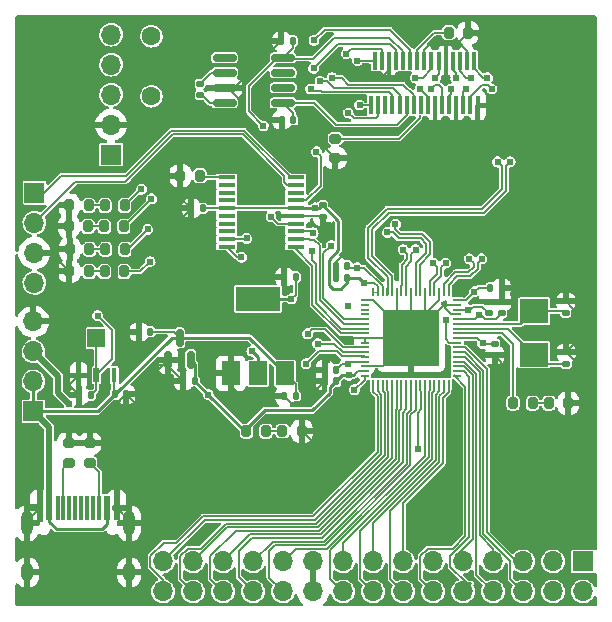
<source format=gtl>
G04 #@! TF.GenerationSoftware,KiCad,Pcbnew,(6.0.7-1)-1*
G04 #@! TF.CreationDate,2022-11-08T18:33:52+08:00*
G04 #@! TF.ProjectId,sharp_dsi,73686172-705f-4647-9369-2e6b69636164,rev?*
G04 #@! TF.SameCoordinates,Original*
G04 #@! TF.FileFunction,Copper,L1,Top*
G04 #@! TF.FilePolarity,Positive*
%FSLAX46Y46*%
G04 Gerber Fmt 4.6, Leading zero omitted, Abs format (unit mm)*
G04 Created by KiCad (PCBNEW (6.0.7-1)-1) date 2022-11-08 18:33:52*
%MOMM*%
%LPD*%
G01*
G04 APERTURE LIST*
G04 Aperture macros list*
%AMRoundRect*
0 Rectangle with rounded corners*
0 $1 Rounding radius*
0 $2 $3 $4 $5 $6 $7 $8 $9 X,Y pos of 4 corners*
0 Add a 4 corners polygon primitive as box body*
4,1,4,$2,$3,$4,$5,$6,$7,$8,$9,$2,$3,0*
0 Add four circle primitives for the rounded corners*
1,1,$1+$1,$2,$3*
1,1,$1+$1,$4,$5*
1,1,$1+$1,$6,$7*
1,1,$1+$1,$8,$9*
0 Add four rect primitives between the rounded corners*
20,1,$1+$1,$2,$3,$4,$5,0*
20,1,$1+$1,$4,$5,$6,$7,0*
20,1,$1+$1,$6,$7,$8,$9,0*
20,1,$1+$1,$8,$9,$2,$3,0*%
%AMFreePoly0*
4,1,5,0.762000,-0.762000,-0.762000,-0.762000,-0.762000,0.762000,0.762000,0.762000,0.762000,-0.762000,0.762000,-0.762000,$1*%
G04 Aperture macros list end*
G04 #@! TA.AperFunction,SMDPad,CuDef*
%ADD10RoundRect,0.200000X0.275000X-0.200000X0.275000X0.200000X-0.275000X0.200000X-0.275000X-0.200000X0*%
G04 #@! TD*
G04 #@! TA.AperFunction,SMDPad,CuDef*
%ADD11RoundRect,0.140000X-0.140000X-0.170000X0.140000X-0.170000X0.140000X0.170000X-0.140000X0.170000X0*%
G04 #@! TD*
G04 #@! TA.AperFunction,SMDPad,CuDef*
%ADD12RoundRect,0.140000X0.140000X0.170000X-0.140000X0.170000X-0.140000X-0.170000X0.140000X-0.170000X0*%
G04 #@! TD*
G04 #@! TA.AperFunction,SMDPad,CuDef*
%ADD13R,0.350000X1.500000*%
G04 #@! TD*
G04 #@! TA.AperFunction,SMDPad,CuDef*
%ADD14RoundRect,0.200000X-0.200000X-0.275000X0.200000X-0.275000X0.200000X0.275000X-0.200000X0.275000X0*%
G04 #@! TD*
G04 #@! TA.AperFunction,SMDPad,CuDef*
%ADD15RoundRect,0.150000X-0.825000X-0.150000X0.825000X-0.150000X0.825000X0.150000X-0.825000X0.150000X0*%
G04 #@! TD*
G04 #@! TA.AperFunction,SMDPad,CuDef*
%ADD16RoundRect,0.200000X0.200000X0.275000X-0.200000X0.275000X-0.200000X-0.275000X0.200000X-0.275000X0*%
G04 #@! TD*
G04 #@! TA.AperFunction,SMDPad,CuDef*
%ADD17R,1.473200X0.355600*%
G04 #@! TD*
G04 #@! TA.AperFunction,ComponentPad*
%ADD18R,1.700000X1.700000*%
G04 #@! TD*
G04 #@! TA.AperFunction,ComponentPad*
%ADD19O,1.700000X1.700000*%
G04 #@! TD*
G04 #@! TA.AperFunction,SMDPad,CuDef*
%ADD20RoundRect,0.140000X-0.170000X0.140000X-0.170000X-0.140000X0.170000X-0.140000X0.170000X0.140000X0*%
G04 #@! TD*
G04 #@! TA.AperFunction,SMDPad,CuDef*
%ADD21R,2.400000X2.000000*%
G04 #@! TD*
G04 #@! TA.AperFunction,SMDPad,CuDef*
%ADD22R,0.600000X2.000000*%
G04 #@! TD*
G04 #@! TA.AperFunction,SMDPad,CuDef*
%ADD23R,0.300000X2.000000*%
G04 #@! TD*
G04 #@! TA.AperFunction,SMDPad,CuDef*
%ADD24R,0.600000X1.450000*%
G04 #@! TD*
G04 #@! TA.AperFunction,ComponentPad*
%ADD25O,1.000000X1.600000*%
G04 #@! TD*
G04 #@! TA.AperFunction,ComponentPad*
%ADD26O,1.000000X2.100000*%
G04 #@! TD*
G04 #@! TA.AperFunction,SMDPad,CuDef*
%ADD27R,0.431800X1.193800*%
G04 #@! TD*
G04 #@! TA.AperFunction,SMDPad,CuDef*
%ADD28FreePoly0,0.000000*%
G04 #@! TD*
G04 #@! TA.AperFunction,SMDPad,CuDef*
%ADD29R,0.482600X1.193800*%
G04 #@! TD*
G04 #@! TA.AperFunction,SMDPad,CuDef*
%ADD30RoundRect,0.140000X0.170000X-0.140000X0.170000X0.140000X-0.170000X0.140000X-0.170000X-0.140000X0*%
G04 #@! TD*
G04 #@! TA.AperFunction,SMDPad,CuDef*
%ADD31RoundRect,0.150000X0.150000X-0.587500X0.150000X0.587500X-0.150000X0.587500X-0.150000X-0.587500X0*%
G04 #@! TD*
G04 #@! TA.AperFunction,SMDPad,CuDef*
%ADD32R,0.203200X0.762000*%
G04 #@! TD*
G04 #@! TA.AperFunction,SMDPad,CuDef*
%ADD33R,0.762000X0.203200*%
G04 #@! TD*
G04 #@! TA.AperFunction,SMDPad,CuDef*
%ADD34R,4.699000X4.699000*%
G04 #@! TD*
G04 #@! TA.AperFunction,SMDPad,CuDef*
%ADD35R,1.500000X2.000000*%
G04 #@! TD*
G04 #@! TA.AperFunction,SMDPad,CuDef*
%ADD36R,3.800000X2.000000*%
G04 #@! TD*
G04 #@! TA.AperFunction,ComponentPad*
%ADD37C,1.600000*%
G04 #@! TD*
G04 #@! TA.AperFunction,ViaPad*
%ADD38C,0.609600*%
G04 #@! TD*
G04 #@! TA.AperFunction,Conductor*
%ADD39C,0.152400*%
G04 #@! TD*
G04 #@! TA.AperFunction,Conductor*
%ADD40C,0.254000*%
G04 #@! TD*
G04 #@! TA.AperFunction,Conductor*
%ADD41C,0.508000*%
G04 #@! TD*
G04 #@! TA.AperFunction,Conductor*
%ADD42C,0.187960*%
G04 #@! TD*
G04 #@! TA.AperFunction,Conductor*
%ADD43C,0.100000*%
G04 #@! TD*
G04 APERTURE END LIST*
D10*
X92964000Y-87285600D03*
X92964000Y-85635600D03*
D11*
X101551800Y-65735200D03*
X102511800Y-65735200D03*
D12*
X93040200Y-81559400D03*
X92080200Y-81559400D03*
X110157200Y-58242200D03*
X109197200Y-58242200D03*
D13*
X116784999Y-57018000D03*
X117084999Y-53218000D03*
X117385000Y-57018000D03*
X117685000Y-53218000D03*
X117984999Y-57018000D03*
X118284999Y-53218000D03*
X118585000Y-57018000D03*
X118885000Y-53218000D03*
X119184999Y-57018000D03*
X119484999Y-53218000D03*
X119785000Y-57018000D03*
X120085000Y-53218000D03*
X120384999Y-57018000D03*
X120684999Y-53218000D03*
X120985001Y-57018000D03*
X121285001Y-53218000D03*
X121584999Y-57018000D03*
X121884999Y-53218000D03*
X122185001Y-57018000D03*
X122485001Y-53218000D03*
X122785000Y-57018000D03*
X123085000Y-53218000D03*
X123385001Y-57018000D03*
X123685001Y-53218000D03*
X123985000Y-57018000D03*
X124285000Y-53218000D03*
X124585001Y-57018000D03*
X124885001Y-53218000D03*
X125185000Y-57018000D03*
X125485000Y-53218000D03*
X125785001Y-57018000D03*
D12*
X98069400Y-76174600D03*
X97109400Y-76174600D03*
D14*
X94285400Y-69189600D03*
X95935400Y-69189600D03*
D12*
X110131800Y-51536600D03*
X109171800Y-51536600D03*
D15*
X104382800Y-52984400D03*
X104382800Y-54254400D03*
X104382800Y-55524400D03*
X104382800Y-56794400D03*
X109332800Y-56794400D03*
X109332800Y-55524400D03*
X109332800Y-54254400D03*
X109332800Y-52984400D03*
D14*
X91238200Y-71069200D03*
X92888200Y-71069200D03*
D16*
X125005600Y-50850800D03*
X123355600Y-50850800D03*
D17*
X104546400Y-63115000D03*
X104546400Y-63765001D03*
X104546400Y-64414999D03*
X104546400Y-65065001D03*
X104546400Y-65714999D03*
X104546400Y-66364998D03*
X104546400Y-67014999D03*
X104546400Y-67664998D03*
X104546400Y-68314999D03*
X104546400Y-68964998D03*
X110388400Y-68965000D03*
X110388400Y-68315002D03*
X110388400Y-67665001D03*
X110388400Y-67015002D03*
X110388400Y-66365001D03*
X110388400Y-65715002D03*
X110388400Y-65065001D03*
X110388400Y-64415002D03*
X110388400Y-63765001D03*
X110388400Y-63115002D03*
D16*
X107870600Y-84598200D03*
X106220600Y-84598200D03*
D11*
X95077400Y-81483200D03*
X96037400Y-81483200D03*
D14*
X94183600Y-67259200D03*
X95833600Y-67259200D03*
D18*
X94767400Y-61183600D03*
D19*
X94767400Y-58643600D03*
X94767400Y-56103600D03*
X94767400Y-53563600D03*
X94767400Y-51023600D03*
D18*
X134716600Y-95626000D03*
D19*
X134716600Y-98166000D03*
X132176600Y-95626000D03*
X132176600Y-98166000D03*
X129636600Y-95626000D03*
X129636600Y-98166000D03*
X127096600Y-95626000D03*
X127096600Y-98166000D03*
X124556600Y-95626000D03*
X124556600Y-98166000D03*
X122016600Y-95626000D03*
X122016600Y-98166000D03*
X119476600Y-95626000D03*
X119476600Y-98166000D03*
X116936600Y-95626000D03*
X116936600Y-98166000D03*
X114396600Y-95626000D03*
X114396600Y-98166000D03*
X111856600Y-95626000D03*
X111856600Y-98166000D03*
X109316600Y-95626000D03*
X109316600Y-98166000D03*
X106776600Y-95626000D03*
X106776600Y-98166000D03*
X104236600Y-95626000D03*
X104236600Y-98166000D03*
X101696600Y-95626000D03*
X101696600Y-98166000D03*
X99156600Y-95626000D03*
X99156600Y-98166000D03*
D20*
X126746000Y-73637200D03*
X126746000Y-74597200D03*
D10*
X113741200Y-61467000D03*
X113741200Y-59817000D03*
D16*
X110908600Y-84582000D03*
X109258600Y-84582000D03*
D14*
X91275000Y-69189600D03*
X92925000Y-69189600D03*
X91217800Y-65476600D03*
X92867800Y-65476600D03*
D21*
X130581400Y-78126200D03*
X130581400Y-74426200D03*
D22*
X88723400Y-91106900D03*
X89523400Y-91106900D03*
D23*
X90723400Y-91106900D03*
X91723400Y-91106900D03*
X92223400Y-91106900D03*
X93223400Y-91106900D03*
D22*
X94423400Y-91106900D03*
X95223400Y-91106900D03*
X95223400Y-91106900D03*
D24*
X94423400Y-91106900D03*
D23*
X93723400Y-91106900D03*
X92723400Y-91106900D03*
X91223400Y-91106900D03*
X90223400Y-91106900D03*
D24*
X89523400Y-91106900D03*
X88723400Y-91006900D03*
D25*
X96293400Y-96556900D03*
D26*
X96293400Y-92376900D03*
X87653400Y-92376900D03*
D25*
X87653400Y-96556900D03*
D12*
X110385800Y-71526400D03*
X109425800Y-71526400D03*
X113814800Y-80365600D03*
X112854800Y-80365600D03*
D27*
X92022800Y-79844900D03*
D28*
X93522800Y-76733400D03*
D29*
X93522800Y-79844900D03*
D27*
X95022800Y-79844900D03*
D12*
X101828600Y-80340200D03*
X100868600Y-80340200D03*
D10*
X91160600Y-87273400D03*
X91160600Y-85623400D03*
D14*
X100635800Y-62966600D03*
X102285800Y-62966600D03*
D16*
X130441200Y-82219800D03*
X128791200Y-82219800D03*
D30*
X133248400Y-74571800D03*
X133248400Y-73611800D03*
X112699800Y-66443800D03*
X112699800Y-65483800D03*
D18*
X88188800Y-82921000D03*
D19*
X88188800Y-80381000D03*
X88188800Y-77841000D03*
X88188800Y-75301000D03*
D16*
X133463800Y-82219800D03*
X131813800Y-82219800D03*
D11*
X113792000Y-70586600D03*
X114752000Y-70586600D03*
D31*
X99608600Y-78559900D03*
X101508600Y-78559900D03*
X100558600Y-76684900D03*
D14*
X94247200Y-65481200D03*
X95897200Y-65481200D03*
D12*
X114754600Y-71653400D03*
X113794600Y-71653400D03*
D30*
X127838200Y-74597200D03*
X127838200Y-73637200D03*
X127254000Y-78153200D03*
X127254000Y-77193200D03*
D11*
X126873000Y-72466200D03*
X127833000Y-72466200D03*
D12*
X110385800Y-81610200D03*
X109425800Y-81610200D03*
D14*
X94210000Y-71069200D03*
X95860000Y-71069200D03*
D32*
X123341999Y-72783700D03*
X122941999Y-72783700D03*
X122542000Y-72783700D03*
X122142001Y-72783700D03*
X121741999Y-72783700D03*
X121342000Y-72783700D03*
X120942001Y-72783700D03*
X120541999Y-72783700D03*
X120142000Y-72783700D03*
X119742001Y-72783700D03*
X119341999Y-72783700D03*
X118942000Y-72783700D03*
X118542001Y-72783700D03*
X118142001Y-72783700D03*
X117742000Y-72783700D03*
X117342001Y-72783700D03*
X116942001Y-72783700D03*
D33*
X116217700Y-73508001D03*
X116217700Y-73908001D03*
X116217700Y-74308000D03*
X116217700Y-74708001D03*
X116217700Y-75108001D03*
X116217700Y-75508000D03*
X116217700Y-75907999D03*
X116217700Y-76308001D03*
X116217700Y-76708000D03*
X116217700Y-77107999D03*
X116217700Y-77508001D03*
X116217700Y-77908000D03*
X116217700Y-78307999D03*
X116217700Y-78707999D03*
X116217700Y-79108000D03*
X116217700Y-79507999D03*
X116217700Y-79907999D03*
D32*
X116942001Y-80632300D03*
X117342001Y-80632300D03*
X117742000Y-80632300D03*
X118142001Y-80632300D03*
X118542001Y-80632300D03*
X118942000Y-80632300D03*
X119341999Y-80632300D03*
X119742001Y-80632300D03*
X120142000Y-80632300D03*
X120541999Y-80632300D03*
X120942001Y-80632300D03*
X121342000Y-80632300D03*
X121741999Y-80632300D03*
X122141999Y-80632300D03*
X122542000Y-80632300D03*
X122941999Y-80632300D03*
X123341999Y-80632300D03*
D33*
X124066300Y-79907999D03*
X124066300Y-79507999D03*
X124066300Y-79108000D03*
X124066300Y-78707999D03*
X124066300Y-78307999D03*
X124066300Y-77908000D03*
X124066300Y-77508001D03*
X124066300Y-77107999D03*
X124066300Y-76708000D03*
X124066300Y-76308001D03*
X124066300Y-75907999D03*
X124066300Y-75508000D03*
X124066300Y-75108001D03*
X124066300Y-74708001D03*
X124066300Y-74308000D03*
X124066300Y-73908001D03*
X124066300Y-73508001D03*
D34*
X120142000Y-76708000D03*
D18*
X88265000Y-64414400D03*
D19*
X88265000Y-66954400D03*
X88265000Y-69494400D03*
X88265000Y-72034400D03*
D35*
X104888000Y-79705600D03*
X107188000Y-79705600D03*
D36*
X107188000Y-73405600D03*
D35*
X109488000Y-79705600D03*
D20*
X102285800Y-55196800D03*
X102285800Y-56156800D03*
D11*
X112854800Y-79375000D03*
X113814800Y-79375000D03*
D37*
X98171000Y-51160600D03*
X98171000Y-56240600D03*
D14*
X91160000Y-67259200D03*
X92810000Y-67259200D03*
D30*
X133299200Y-78889800D03*
X133299200Y-77929800D03*
D38*
X114833400Y-74015600D03*
X126212600Y-77165200D03*
X124993400Y-74308000D03*
X106680000Y-77825600D03*
X110032800Y-73380600D03*
X114782600Y-78892400D03*
X115620800Y-70764400D03*
X114020600Y-63550800D03*
X127062446Y-60944001D03*
X115189000Y-68554600D03*
X124053600Y-69418200D03*
X127914400Y-69926200D03*
X129209800Y-67106800D03*
X120675400Y-92125800D03*
X117703600Y-54610000D03*
X120319800Y-50749200D03*
X121689267Y-65131106D03*
X121005600Y-66802000D03*
X120751600Y-59232800D03*
X97205800Y-77749400D03*
X112598200Y-88519000D03*
X132334000Y-89789000D03*
X98602800Y-85217000D03*
X121738940Y-62585600D03*
X105740200Y-57861200D03*
X118110000Y-77622400D03*
X110972600Y-75133200D03*
X128219200Y-55118000D03*
X118262400Y-63728600D03*
X126517400Y-51765200D03*
X103555800Y-85013800D03*
X113157000Y-67157600D03*
X107848400Y-71323200D03*
X121920000Y-78511400D03*
X122402600Y-51612800D03*
X133248400Y-80264000D03*
X131064000Y-61925200D03*
X127812800Y-79375000D03*
X124180600Y-58572400D03*
X91109800Y-80645000D03*
X123621800Y-61010800D03*
X107619800Y-81788000D03*
X130251200Y-52273200D03*
X113030000Y-78562200D03*
X118135400Y-69088000D03*
X102616000Y-93141800D03*
X100939600Y-71805800D03*
X123571000Y-90297000D03*
X98552000Y-78994000D03*
X107645200Y-58750200D03*
X93624400Y-74803000D03*
X127491000Y-61793977D03*
X126619000Y-54674100D03*
X128541000Y-61793977D03*
X127000000Y-55626000D03*
X125078000Y-70006598D03*
X124841000Y-55593026D03*
X126128000Y-70006598D03*
X125269037Y-54689963D03*
X118160527Y-67754577D03*
X123952000Y-54707366D03*
X118833977Y-67081127D03*
X123508097Y-55626000D03*
X121855903Y-55626000D03*
X122030000Y-70358047D03*
X123080000Y-70358047D03*
X122219464Y-54655464D03*
X119490000Y-69226162D03*
X120523000Y-54674100D03*
X120904000Y-55626000D03*
X120540000Y-69226162D03*
X112141000Y-60934600D03*
X113461800Y-54660800D03*
X111937800Y-51511200D03*
X97332800Y-64109600D03*
X111912400Y-53873400D03*
X98171000Y-64922400D03*
X111658400Y-55626000D03*
X97866200Y-67513200D03*
X114833400Y-57658000D03*
X114681000Y-52628800D03*
X115798600Y-56972200D03*
X115595400Y-53213000D03*
X91211400Y-82292900D03*
X116154700Y-72018854D03*
X125526800Y-72796400D03*
X125882400Y-74777600D03*
X112445800Y-54965600D03*
X112039400Y-65684400D03*
X114884200Y-79864500D03*
X102984300Y-81495900D03*
X106248200Y-68275200D03*
X113385600Y-68884800D03*
X111760000Y-69342000D03*
X111861600Y-67792600D03*
X112242600Y-77190600D03*
X115366800Y-81076800D03*
X105791000Y-69875400D03*
X123113800Y-75209400D03*
X111404400Y-76352400D03*
X111258900Y-78892400D03*
X120713900Y-86097439D03*
X108305600Y-66446400D03*
X98069400Y-70231000D03*
D39*
X124993400Y-74308000D02*
X125158200Y-74308000D01*
X126240600Y-77193200D02*
X126212600Y-77165200D01*
X114929800Y-70764400D02*
X115620800Y-70764400D01*
D40*
X110007800Y-73405600D02*
X107188000Y-73405600D01*
D39*
X110385800Y-71526400D02*
X110385800Y-73027600D01*
X125755400Y-76708000D02*
X126212600Y-77165200D01*
X114782600Y-78892400D02*
X114967001Y-78707999D01*
X114967001Y-78707999D02*
X116217700Y-78707999D01*
X110385800Y-73027600D02*
X110032800Y-73380600D01*
X115620800Y-70764400D02*
X116204252Y-70764400D01*
D40*
X107188000Y-79705600D02*
X107188000Y-78333600D01*
D39*
X116204252Y-70764400D02*
X117742000Y-72302148D01*
X114752000Y-70586600D02*
X114929800Y-70764400D01*
X114782600Y-78892400D02*
X114297400Y-78892400D01*
X127254000Y-77193200D02*
X126240600Y-77193200D01*
D40*
X107188000Y-78333600D02*
X106680000Y-77825600D01*
D39*
X110032800Y-73380600D02*
X110007800Y-73405600D01*
X124066300Y-74308000D02*
X124993400Y-74308000D01*
X126189800Y-74041000D02*
X126746000Y-74597200D01*
X114297400Y-78892400D02*
X113814800Y-79375000D01*
X125158200Y-74308000D02*
X125425200Y-74041000D01*
X125425200Y-74041000D02*
X126189800Y-74041000D01*
X124066300Y-76708000D02*
X125755400Y-76708000D01*
X117742000Y-72302148D02*
X117742000Y-72783700D01*
X112699800Y-66700400D02*
X113157000Y-67157600D01*
X125907800Y-49707800D02*
X126517400Y-50317400D01*
X124053600Y-69418200D02*
X124053600Y-69240400D01*
X112699800Y-66443800D02*
X112699800Y-66700400D01*
X127838200Y-73637200D02*
X126746000Y-73637200D01*
X109197200Y-59204800D02*
X109197200Y-58242200D01*
X110947200Y-82346800D02*
X110162400Y-82346800D01*
X133908800Y-74272200D02*
X133908800Y-77320200D01*
X92964000Y-85635600D02*
X92964000Y-84556600D01*
X104382800Y-55524400D02*
X104623221Y-55524400D01*
X127812800Y-79375000D02*
X127812800Y-78712000D01*
X127838200Y-73637200D02*
X127838200Y-70002400D01*
X109248000Y-81788000D02*
X109425800Y-81610200D01*
X92964000Y-84556600D02*
X96037400Y-81483200D01*
X127914400Y-68402200D02*
X129209800Y-67106800D01*
X96037400Y-81483200D02*
X96685300Y-81483200D01*
X100939600Y-71805800D02*
X100939600Y-66347400D01*
X131064000Y-57962800D02*
X128219200Y-55118000D01*
X100939600Y-71805800D02*
X107365800Y-71805800D01*
X133908800Y-77320200D02*
X133299200Y-77929800D01*
X133463800Y-88659200D02*
X132334000Y-89789000D01*
X124011200Y-51562000D02*
X124885001Y-52435801D01*
X107619800Y-81788000D02*
X109248000Y-81788000D01*
X133463800Y-82219800D02*
X133463800Y-88659200D01*
X88265000Y-69494400D02*
X89663400Y-69494400D01*
X87653400Y-92176900D02*
X88723400Y-91106900D01*
X113792000Y-70256400D02*
X115189000Y-68859400D01*
X97109400Y-77653000D02*
X97205800Y-77749400D01*
X113741200Y-61467000D02*
X111888000Y-59613800D01*
X118084600Y-63550800D02*
X118262400Y-63728600D01*
X127914400Y-69926200D02*
X127914400Y-68402200D01*
X123621800Y-61010800D02*
X123621800Y-59131200D01*
X111252000Y-74853800D02*
X112178111Y-74853800D01*
X112178111Y-74853800D02*
X114032311Y-76708000D01*
X105740200Y-57861200D02*
X108077000Y-60198000D01*
X98602800Y-85217000D02*
X103352600Y-85217000D01*
X95223400Y-91106900D02*
X95223400Y-82297200D01*
X122605800Y-58572400D02*
X124180600Y-58572400D01*
X124066300Y-73908001D02*
X123006201Y-73908001D01*
X122185001Y-58151601D02*
X122605800Y-58572400D01*
X89663400Y-69494400D02*
X91238200Y-71069200D01*
X92951800Y-85623400D02*
X92964000Y-85635600D01*
X112854800Y-79375000D02*
X112854800Y-80365600D01*
X113741200Y-63271400D02*
X114020600Y-63550800D01*
X91160600Y-85623400D02*
X92951800Y-85623400D01*
X133248400Y-80264000D02*
X133248400Y-82004400D01*
X96685300Y-81483200D02*
X99608600Y-78559900D01*
X109702600Y-59613800D02*
X109197200Y-59108400D01*
X121738940Y-65081433D02*
X121689267Y-65131106D01*
X121342000Y-75508000D02*
X120142000Y-76708000D01*
X124053600Y-69240400D02*
X125069600Y-68224400D01*
X123621800Y-59131200D02*
X124180600Y-58572400D01*
X110388400Y-66365001D02*
X112621001Y-66365001D01*
X97109400Y-75636000D02*
X100939600Y-71805800D01*
X133248400Y-82004400D02*
X133463800Y-82219800D01*
X113794600Y-71653400D02*
X113794600Y-70589200D01*
X114020600Y-63550800D02*
X118084600Y-63550800D01*
X131064000Y-61925200D02*
X131064000Y-57962800D01*
X124841000Y-59232800D02*
X128600200Y-59232800D01*
X129209800Y-63779400D02*
X131064000Y-61925200D01*
X115189000Y-68859400D02*
X115189000Y-68554600D01*
X105184000Y-55524400D02*
X109171800Y-51536600D01*
X134137400Y-79375000D02*
X134137400Y-78768000D01*
X99608600Y-78559900D02*
X99608600Y-79080200D01*
X124104400Y-58648600D02*
X124180600Y-58572400D01*
X134137400Y-78768000D02*
X133299200Y-77929800D01*
X96293400Y-92176900D02*
X95223400Y-91106900D01*
X100635800Y-64819200D02*
X100635800Y-62966600D01*
X112621001Y-66365001D02*
X112699800Y-66443800D01*
X117742000Y-79108000D02*
X120142000Y-76708000D01*
X91165800Y-80645000D02*
X92080200Y-81559400D01*
X121005600Y-66802000D02*
X121437400Y-66802000D01*
X124885001Y-52435801D02*
X124885001Y-53218000D01*
X116217700Y-77107999D02*
X116217700Y-76708000D01*
X120142000Y-75920625D02*
X120142000Y-76708000D01*
X109425800Y-71526400D02*
X108051600Y-71526400D01*
X113792000Y-70586600D02*
X113792000Y-70256400D01*
X125069600Y-68224400D02*
X126212600Y-68224400D01*
X118942000Y-72783700D02*
X118942000Y-75508000D01*
X131064000Y-61493400D02*
X131064000Y-61925200D01*
X120142000Y-72783700D02*
X120142000Y-76708000D01*
X104382800Y-55524400D02*
X105184000Y-55524400D01*
X108077000Y-60198000D02*
X108204000Y-60198000D01*
X114032311Y-76708000D02*
X116217700Y-76708000D01*
X123085000Y-51794000D02*
X123317000Y-51562000D01*
X121285001Y-53218000D02*
X121285001Y-52323999D01*
X125552200Y-58572400D02*
X124180600Y-58572400D01*
X128219200Y-54305200D02*
X130251200Y-52273200D01*
X104888000Y-80783400D02*
X104888000Y-79705600D01*
X128600200Y-59232800D02*
X128803400Y-59232800D01*
X99608600Y-79080200D02*
X100868600Y-80340200D01*
X127812800Y-78712000D02*
X127254000Y-78153200D01*
X118942000Y-75508000D02*
X120142000Y-76708000D01*
X112854800Y-79375000D02*
X112854800Y-78737400D01*
X133248400Y-73611800D02*
X133908800Y-74272200D01*
X125785001Y-58339599D02*
X125552200Y-58572400D01*
X121361200Y-49707800D02*
X125907800Y-49707800D01*
X116217700Y-79108000D02*
X117742000Y-79108000D01*
X97109400Y-76174600D02*
X97109400Y-75636000D01*
X120595940Y-63728600D02*
X118262400Y-63728600D01*
X126517400Y-50317400D02*
X126517400Y-51765200D01*
X110162400Y-82346800D02*
X109425800Y-81610200D01*
X129209800Y-67106800D02*
X129209800Y-63779400D01*
X107619800Y-81788000D02*
X105892600Y-81788000D01*
X103555800Y-85013800D02*
X107061000Y-88519000D01*
X104623221Y-55524400D02*
X105740200Y-56641379D01*
X124841000Y-59232800D02*
X124180600Y-58572400D01*
X97109400Y-76174600D02*
X97109400Y-77653000D01*
X123985000Y-58376800D02*
X123985000Y-57018000D01*
X118284999Y-54028601D02*
X118284999Y-53218000D01*
X125785001Y-57018000D02*
X125785001Y-58339599D01*
X123526501Y-74708001D02*
X123006201Y-74187701D01*
X108204000Y-60198000D02*
X109197200Y-59204800D01*
X101551800Y-65735200D02*
X100635800Y-64819200D01*
X123317000Y-51562000D02*
X124011200Y-51562000D01*
X96293400Y-96556900D02*
X96293400Y-92176900D01*
X127062446Y-60770554D02*
X128600200Y-59232800D01*
X121285001Y-52323999D02*
X122047000Y-51562000D01*
X127838200Y-70002400D02*
X127914400Y-69926200D01*
X99174500Y-78994000D02*
X99608600Y-78559900D01*
X87653400Y-96556900D02*
X87653400Y-92176900D01*
X91238200Y-71069200D02*
X91217800Y-71048800D01*
X109197200Y-59108400D02*
X109197200Y-58242200D01*
X91217800Y-71048800D02*
X91217800Y-65476600D01*
X103352600Y-85217000D02*
X103555800Y-85013800D01*
X123006201Y-73908001D02*
X122941999Y-73908001D01*
X113741200Y-61467000D02*
X113741200Y-63271400D01*
X126517400Y-51765200D02*
X125603000Y-50850800D01*
X122542000Y-73520625D02*
X120142000Y-75920625D01*
X128803400Y-59232800D02*
X131064000Y-61493400D01*
X121738940Y-62585600D02*
X120595940Y-63728600D01*
X91109800Y-80645000D02*
X91222700Y-80645000D01*
X112854800Y-78737400D02*
X113030000Y-78562200D01*
X112598200Y-88519000D02*
X112598200Y-86271600D01*
X100939600Y-66347400D02*
X101551800Y-65735200D01*
X110947200Y-82273200D02*
X110947200Y-82346800D01*
X122047000Y-51562000D02*
X124294400Y-51562000D01*
X121738940Y-62585600D02*
X121738940Y-65081433D01*
X124294400Y-51562000D02*
X125005600Y-50850800D01*
X128219200Y-55118000D02*
X128219200Y-54305200D01*
X122185001Y-57018000D02*
X122185001Y-58151601D01*
X124066300Y-74708001D02*
X123526501Y-74708001D01*
X124180600Y-58572400D02*
X123985000Y-58376800D01*
X122941999Y-73908001D02*
X120142000Y-76708000D01*
X125603000Y-50850800D02*
X125005600Y-50850800D01*
X105740200Y-56641379D02*
X105740200Y-57861200D01*
X133248400Y-80264000D02*
X134137400Y-79375000D01*
X91109800Y-80645000D02*
X91165800Y-80645000D01*
X116942001Y-73508001D02*
X120142000Y-76708000D01*
X121437400Y-66802000D02*
X124053600Y-69418200D01*
X113794600Y-70589200D02*
X113792000Y-70586600D01*
X120319800Y-50749200D02*
X121361200Y-49707800D01*
X107365800Y-71805800D02*
X107848400Y-71323200D01*
X98552000Y-78994000D02*
X99174500Y-78994000D01*
X91222700Y-80645000D02*
X92022800Y-79844900D01*
X111888000Y-59613800D02*
X109702600Y-59613800D01*
X129743200Y-51765200D02*
X126517400Y-51765200D01*
X110972600Y-75133200D02*
X111252000Y-74853800D01*
X108051600Y-71526400D02*
X107848400Y-71323200D01*
X112854800Y-80365600D02*
X110947200Y-82273200D01*
X121342000Y-72783700D02*
X121342000Y-75508000D01*
X122542000Y-72783700D02*
X122542000Y-73520625D01*
X107061000Y-88519000D02*
X112598200Y-88519000D01*
X87653400Y-96556900D02*
X96293400Y-96556900D01*
X116217700Y-76708000D02*
X120142000Y-76708000D01*
X123085000Y-53218000D02*
X123085000Y-51794000D01*
X96037400Y-81483200D02*
X98602800Y-84048600D01*
X126212600Y-68224400D02*
X127914400Y-69926200D01*
X98602800Y-84048600D02*
X98602800Y-85217000D01*
X105892600Y-81788000D02*
X104888000Y-80783400D01*
X95223400Y-82297200D02*
X96037400Y-81483200D01*
X123006201Y-74187701D02*
X123006201Y-73908001D01*
X112598200Y-86271600D02*
X110908600Y-84582000D01*
X117703600Y-54610000D02*
X118284999Y-54028601D01*
X130251200Y-52273200D02*
X129743200Y-51765200D01*
X116217700Y-73508001D02*
X116942001Y-73508001D01*
X109242400Y-84598200D02*
X109258600Y-84582000D01*
X107870600Y-84598200D02*
X109242400Y-84598200D01*
X128363199Y-75907999D02*
X130581400Y-78126200D01*
X130581400Y-78126200D02*
X131373000Y-78917800D01*
X124066300Y-75907999D02*
X128363199Y-75907999D01*
X131373000Y-78917800D02*
X133271200Y-78917800D01*
X133271200Y-78917800D02*
X133299200Y-78889800D01*
D40*
X93639600Y-82921000D02*
X95077400Y-81483200D01*
D39*
X98069400Y-76174600D02*
X100048300Y-76174600D01*
D41*
X89523400Y-84255600D02*
X88188800Y-82921000D01*
D39*
X100048300Y-76174600D02*
X100558600Y-76684900D01*
D40*
X89523400Y-91106900D02*
X89523400Y-92259300D01*
D41*
X89523400Y-91106900D02*
X89523400Y-84255600D01*
D40*
X93980000Y-92887800D02*
X94423400Y-92444400D01*
D39*
X95022800Y-79844900D02*
X95022800Y-81428600D01*
D40*
X89523400Y-92259300D02*
X90151900Y-92887800D01*
X90151900Y-92887800D02*
X93980000Y-92887800D01*
X95077400Y-81483200D02*
X99875700Y-76684900D01*
X88188800Y-82921000D02*
X88188800Y-80381000D01*
X106467300Y-76684900D02*
X109488000Y-79705600D01*
D39*
X110385800Y-80603400D02*
X109488000Y-79705600D01*
X95022800Y-81428600D02*
X95077400Y-81483200D01*
D40*
X100558600Y-76684900D02*
X106467300Y-76684900D01*
X94423400Y-92444400D02*
X94423400Y-91106900D01*
X88188800Y-82921000D02*
X93639600Y-82921000D01*
D39*
X110385800Y-81610200D02*
X110385800Y-80603400D01*
D40*
X99875700Y-76684900D02*
X100558600Y-76684900D01*
D39*
X93040200Y-81559400D02*
X93522800Y-81076800D01*
X113665000Y-51282600D02*
X118331800Y-51282600D01*
X93522800Y-79844900D02*
X93522800Y-76733400D01*
X93522800Y-81076800D02*
X93522800Y-79844900D01*
X94869000Y-76047600D02*
X93624400Y-74803000D01*
X109702600Y-53060600D02*
X111887000Y-53060600D01*
X109332800Y-52984400D02*
X109626400Y-52984400D01*
X93522800Y-79844900D02*
X94869000Y-78498700D01*
X119484999Y-52435799D02*
X119484999Y-53218000D01*
X109332800Y-52984400D02*
X108813600Y-52984400D01*
X94869000Y-78498700D02*
X94869000Y-76047600D01*
X109332800Y-52984400D02*
X110131800Y-52185400D01*
X118331800Y-51282600D02*
X119484999Y-52435799D01*
X108813600Y-52984400D02*
X106400600Y-55397400D01*
X109626400Y-52984400D02*
X109702600Y-53060600D01*
X111887000Y-53060600D02*
X113665000Y-51282600D01*
X106400600Y-57505600D02*
X107645200Y-58750200D01*
X110131800Y-52185400D02*
X110131800Y-51536600D01*
X106400600Y-55397400D02*
X106400600Y-57505600D01*
X103228200Y-54254400D02*
X104382800Y-54254400D01*
X102285800Y-55196800D02*
X103228200Y-54254400D01*
X103149400Y-56819800D02*
X104357400Y-56819800D01*
X102486400Y-56156800D02*
X103149400Y-56819800D01*
X102285800Y-56156800D02*
X102486400Y-56156800D01*
X104357400Y-56819800D02*
X104382800Y-56794400D01*
D42*
X118168420Y-71571492D02*
X118168420Y-72990339D01*
X127845820Y-64103238D02*
X126198618Y-65750440D01*
X125485000Y-53882400D02*
X126276700Y-54674100D01*
X116542820Y-67353180D02*
X116542820Y-69945892D01*
X126276700Y-54674100D02*
X126619000Y-54674100D01*
X116542820Y-69945892D02*
X118168420Y-71571492D01*
X127491000Y-61793977D02*
X127845820Y-62148797D01*
X125485000Y-53118000D02*
X125485000Y-53882400D01*
X118145560Y-65750440D02*
X116542820Y-67353180D01*
X126198618Y-65750440D02*
X118145560Y-65750440D01*
X127845820Y-62148797D02*
X127845820Y-64103238D01*
X125185000Y-56298000D02*
X126161800Y-55321200D01*
X125185000Y-57118000D02*
X125185000Y-56298000D01*
X126339600Y-66090800D02*
X118286542Y-66090800D01*
X126161800Y-55321200D02*
X126695200Y-55321200D01*
X118286542Y-66090800D02*
X116883180Y-67494162D01*
X116883180Y-67494162D02*
X116883180Y-69804908D01*
X128186180Y-64244220D02*
X126339600Y-66090800D01*
X128541000Y-61793977D02*
X128186180Y-62148797D01*
X128186180Y-62148797D02*
X128186180Y-64244220D01*
X116883180Y-69804908D02*
X118508780Y-71430508D01*
X118508780Y-71430508D02*
X118508780Y-72990339D01*
X126695200Y-55321200D02*
X127000000Y-55626000D01*
X123897351Y-71153020D02*
X122941999Y-72108372D01*
X125012438Y-71153020D02*
X123897351Y-71153020D01*
X125078000Y-70006598D02*
X125450600Y-70379198D01*
X124841000Y-55593026D02*
X124585001Y-55849025D01*
X122941999Y-72108372D02*
X122941999Y-72783700D01*
X125450600Y-70379198D02*
X125450600Y-70714858D01*
X125450600Y-70714858D02*
X125012438Y-71153020D01*
X124585001Y-55849025D02*
X124585001Y-57118000D01*
X125153420Y-71493380D02*
X124038333Y-71493380D01*
X124285000Y-53118000D02*
X124285000Y-54126246D01*
X126128000Y-70006598D02*
X125790960Y-70343638D01*
X124038333Y-71493380D02*
X123342400Y-72189313D01*
X125790960Y-70855840D02*
X125153420Y-71493380D01*
X124848717Y-54689963D02*
X125269037Y-54689963D01*
X124285000Y-54126246D02*
X124848717Y-54689963D01*
X125790960Y-70343638D02*
X125790960Y-70855840D01*
X123342400Y-72189313D02*
X123342400Y-72783299D01*
X123342400Y-72783299D02*
X123341999Y-72783700D01*
X118160527Y-67754577D02*
X118593306Y-67754577D01*
X123952000Y-54707366D02*
X123952000Y-54274588D01*
X118593306Y-67754577D02*
X119098689Y-68259960D01*
X120581420Y-70351638D02*
X120581420Y-72744279D01*
X119098689Y-68259960D02*
X120966218Y-68259960D01*
X121452640Y-68746382D02*
X121452640Y-69480418D01*
X120966218Y-68259960D02*
X121452640Y-68746382D01*
X123685001Y-54007589D02*
X123685001Y-53118000D01*
X123952000Y-54274588D02*
X123685001Y-54007589D01*
X120581420Y-72744279D02*
X120541999Y-72783700D01*
X121452640Y-69480418D02*
X120581420Y-70351638D01*
X123367800Y-56184800D02*
X123367800Y-57100799D01*
X118833977Y-67081127D02*
X118833977Y-67513906D01*
X120921780Y-72763479D02*
X120942001Y-72783700D01*
X121793000Y-69621400D02*
X120921780Y-70492620D01*
X123508097Y-56044503D02*
X123367800Y-56184800D01*
X120921780Y-70492620D02*
X120921780Y-72763479D01*
X123508097Y-55626000D02*
X123508097Y-56044503D01*
X121793000Y-68605400D02*
X121793000Y-69621400D01*
X119239671Y-67919600D02*
X121107200Y-67919600D01*
X118833977Y-67513906D02*
X119239671Y-67919600D01*
X121107200Y-67919600D02*
X121793000Y-68605400D01*
X121771820Y-72182378D02*
X121741999Y-72212199D01*
X122180059Y-55301844D02*
X122535644Y-55301844D01*
X122030000Y-70358047D02*
X122384820Y-70712867D01*
X122785000Y-55551200D02*
X122785000Y-57118000D01*
X122384820Y-71303508D02*
X121771820Y-71916508D01*
X122535644Y-55301844D02*
X122785000Y-55551200D01*
X121855903Y-55626000D02*
X122180059Y-55301844D01*
X121741999Y-72212199D02*
X121741999Y-72783700D01*
X122384820Y-70712867D02*
X122384820Y-71303508D01*
X121771820Y-71916508D02*
X121771820Y-72182378D01*
X122725180Y-71444492D02*
X122112180Y-72057492D01*
X123080000Y-70358047D02*
X122725180Y-70712867D01*
X122112180Y-72057492D02*
X122112180Y-72182378D01*
X122725180Y-70712867D02*
X122725180Y-71444492D01*
X122142001Y-72212199D02*
X122142001Y-72783700D01*
X122485001Y-54389927D02*
X122485001Y-53118000D01*
X122112180Y-72182378D02*
X122142001Y-72212199D01*
X122219464Y-54655464D02*
X122485001Y-54389927D01*
X119341999Y-72212199D02*
X119341999Y-72783700D01*
X119371820Y-72182378D02*
X119341999Y-72212199D01*
X119371820Y-70518580D02*
X119371820Y-72182378D01*
X121884999Y-53960762D02*
X121884999Y-53118000D01*
X120523000Y-54674100D02*
X121171661Y-54674100D01*
X119844820Y-69580982D02*
X119844820Y-70045580D01*
X119490000Y-69226162D02*
X119844820Y-69580982D01*
X119844820Y-70045580D02*
X119371820Y-70518580D01*
X121171661Y-54674100D02*
X121884999Y-53960762D01*
X119742001Y-72212199D02*
X119742001Y-72783700D01*
X119712180Y-70659562D02*
X119712180Y-72182378D01*
X120904000Y-55626000D02*
X121584999Y-56306999D01*
X120540000Y-69226162D02*
X120185180Y-69580982D01*
X120185180Y-70186562D02*
X119712180Y-70659562D01*
X119712180Y-72182378D02*
X119742001Y-72212199D01*
X121584999Y-56306999D02*
X121584999Y-57118000D01*
X120185180Y-69580982D02*
X120185180Y-70186562D01*
D39*
X119176800Y-59817000D02*
X120878600Y-58115200D01*
X120878600Y-58115200D02*
X120878600Y-57785000D01*
X113741200Y-59817000D02*
X119176800Y-59817000D01*
X120684999Y-53218000D02*
X120684999Y-52289001D01*
X120684999Y-52289001D02*
X122123200Y-50850800D01*
X122123200Y-50850800D02*
X123355600Y-50850800D01*
X114274600Y-54660800D02*
X114858800Y-55245000D01*
X111277400Y-65065001D02*
X110388400Y-65065001D01*
X120384999Y-57018000D02*
X120384999Y-56115600D01*
X113461800Y-54660800D02*
X114274600Y-54660800D01*
X119514399Y-55245000D02*
X114858800Y-55245000D01*
X120384999Y-56115600D02*
X119514399Y-55245000D01*
X112496600Y-61290200D02*
X112496600Y-63845801D01*
X112141000Y-60934600D02*
X112496600Y-61290200D01*
X112496600Y-63845801D02*
X111277400Y-65065001D01*
X118366200Y-50596800D02*
X112852200Y-50596800D01*
X120085000Y-53218000D02*
X120085000Y-52315600D01*
X120085000Y-52315600D02*
X118366200Y-50596800D01*
X112852200Y-50596800D02*
X111937800Y-51511200D01*
X97268800Y-64109600D02*
X95897200Y-65481200D01*
X97332800Y-64109600D02*
X97268800Y-64109600D01*
X119785000Y-57800199D02*
X119785000Y-57018000D01*
X111963200Y-56794400D02*
X113817400Y-58648600D01*
X110157200Y-58242200D02*
X110157200Y-57618800D01*
X113817400Y-58648600D02*
X118936599Y-58648600D01*
X118936599Y-58648600D02*
X119785000Y-57800199D01*
X109332800Y-56794400D02*
X111963200Y-56794400D01*
X110157200Y-57618800D02*
X109332800Y-56794400D01*
X118385400Y-51816000D02*
X113969800Y-51816000D01*
X95834200Y-67259200D02*
X98171000Y-64922400D01*
X113969800Y-51816000D02*
X111912400Y-53873400D01*
X118885000Y-53218000D02*
X118885000Y-52315600D01*
X118885000Y-52315600D02*
X118385400Y-51816000D01*
X95833600Y-67259200D02*
X95834200Y-67259200D01*
X112572800Y-55803800D02*
X111836200Y-55803800D01*
X95935400Y-69189600D02*
X96189800Y-69189600D01*
X118324000Y-55854600D02*
X112623600Y-55854600D01*
X111836200Y-55803800D02*
X111658400Y-55626000D01*
X96189800Y-69189600D02*
X97866200Y-67513200D01*
X112623600Y-55854600D02*
X112572800Y-55803800D01*
X118585000Y-56115600D02*
X118324000Y-55854600D01*
X118585000Y-57018000D02*
X118585000Y-56115600D01*
X117685000Y-52315600D02*
X117685000Y-53218000D01*
X117608800Y-52239400D02*
X117685000Y-52315600D01*
X115290600Y-58115200D02*
X117221000Y-58115200D01*
X114833400Y-57658000D02*
X115290600Y-58115200D01*
X117221000Y-58115200D02*
X117385000Y-57951200D01*
X117385000Y-57951200D02*
X117385000Y-57018000D01*
X115070400Y-52239400D02*
X117608800Y-52239400D01*
X114681000Y-52628800D02*
X115070400Y-52239400D01*
X115600400Y-53218000D02*
X117084999Y-53218000D01*
X115844400Y-57018000D02*
X116784999Y-57018000D01*
X115595400Y-53213000D02*
X115600400Y-53218000D01*
X115798600Y-56972200D02*
X115844400Y-57018000D01*
X90723400Y-91106900D02*
X90723400Y-87710600D01*
X90723400Y-87710600D02*
X91160600Y-87273400D01*
X93723400Y-91106900D02*
X93723400Y-88045000D01*
X93723400Y-88045000D02*
X92964000Y-87285600D01*
X92888200Y-71069200D02*
X94210000Y-71069200D01*
X130441200Y-82219800D02*
X131813800Y-82219800D01*
X94242600Y-65476600D02*
X94247200Y-65481200D01*
X92867800Y-65476600D02*
X94242600Y-65476600D01*
X92925000Y-69189600D02*
X94285400Y-69189600D01*
X117342001Y-72333201D02*
X117342001Y-72783700D01*
D40*
X114884200Y-79864500D02*
X115309100Y-79864500D01*
D39*
X113012258Y-54965600D02*
X112445800Y-54965600D01*
X127329600Y-75105800D02*
X127838200Y-74597200D01*
X124066300Y-75108001D02*
X125551999Y-75108001D01*
D40*
X113207800Y-70104000D02*
X113207800Y-72186800D01*
D39*
X102511800Y-65735200D02*
X102531998Y-65715002D01*
X112699800Y-65483800D02*
X112468598Y-65715002D01*
D40*
X114754600Y-71653400D02*
X115789246Y-71653400D01*
D39*
X119184999Y-57018000D02*
X119184999Y-56115600D01*
X106086600Y-84598200D02*
X106220600Y-84598200D01*
D40*
X115789246Y-71653400D02*
X116154700Y-72018854D01*
D39*
X126423321Y-75105800D02*
X127329600Y-75105800D01*
X118619199Y-55549800D02*
X113596458Y-55549800D01*
D41*
X91211400Y-82292900D02*
X90271600Y-81353100D01*
D40*
X112468598Y-65715002D02*
X110388400Y-65715002D01*
D39*
X106220600Y-84598200D02*
X106220600Y-84381000D01*
X124815199Y-73508001D02*
X125526800Y-72796400D01*
D40*
X114198400Y-72542400D02*
X114754600Y-71986200D01*
X114884200Y-79864500D02*
X114315900Y-79864500D01*
D39*
X126847600Y-72440800D02*
X126873000Y-72466200D01*
D41*
X90271600Y-79923800D02*
X88188800Y-77841000D01*
D40*
X101508600Y-78559900D02*
X101828600Y-78879900D01*
D39*
X125882400Y-74777600D02*
X126095121Y-74777600D01*
D40*
X114315900Y-79864500D02*
X113814800Y-80365600D01*
D39*
X113596458Y-55549800D02*
X113012258Y-54965600D01*
X116154700Y-72018854D02*
X117027654Y-72018854D01*
D40*
X114014200Y-66798200D02*
X114014200Y-69297600D01*
X111810800Y-82829400D02*
X113284000Y-81356200D01*
D39*
X115665601Y-79507999D02*
X116217700Y-79507999D01*
D40*
X113563400Y-72542400D02*
X114198400Y-72542400D01*
D39*
X125526800Y-72796400D02*
X125882400Y-72440800D01*
D40*
X101828600Y-80340200D02*
X102984300Y-81495900D01*
X114754600Y-71986200D02*
X114754600Y-71653400D01*
X113284000Y-81356200D02*
X113284000Y-80896400D01*
D39*
X102531998Y-65715002D02*
X110388400Y-65715002D01*
D40*
X101828600Y-78879900D02*
X101828600Y-80340200D01*
D39*
X119184999Y-56115600D02*
X118619199Y-55549800D01*
X124066300Y-73508001D02*
X124815199Y-73508001D01*
X125551999Y-75108001D02*
X125882400Y-74777600D01*
X126095121Y-74777600D02*
X126423321Y-75105800D01*
D43*
X116942001Y-72783700D02*
X117342001Y-72783700D01*
D39*
X117027654Y-72018854D02*
X117342001Y-72333201D01*
X125882400Y-72440800D02*
X126847600Y-72440800D01*
D40*
X107772200Y-82829400D02*
X111810800Y-82829400D01*
D41*
X90271600Y-81353100D02*
X90271600Y-79923800D01*
D40*
X102984300Y-81495900D02*
X106086600Y-84598200D01*
X113284000Y-80896400D02*
X113814800Y-80365600D01*
X106220600Y-84381000D02*
X107772200Y-82829400D01*
D39*
X115309100Y-79864500D02*
X115665601Y-79507999D01*
X114754600Y-71653400D02*
X114625879Y-71653400D01*
D40*
X114014200Y-69297600D02*
X113207800Y-70104000D01*
X112699800Y-65483800D02*
X114014200Y-66798200D01*
X113207800Y-72186800D02*
X113563400Y-72542400D01*
D39*
X92810000Y-67259200D02*
X94183600Y-67259200D01*
X114477253Y-75108001D02*
X112724826Y-73355574D01*
X106208401Y-68314999D02*
X104546400Y-68314999D01*
X106248200Y-68275200D02*
X106208401Y-68314999D01*
X112724826Y-73355574D02*
X112724826Y-69545574D01*
X116217700Y-75108001D02*
X114477253Y-75108001D01*
X112724826Y-69545574D02*
X113385600Y-68884800D01*
X111495027Y-68315002D02*
X111601225Y-68421200D01*
X110388400Y-68315002D02*
X111495027Y-68315002D01*
X111982200Y-68421200D02*
X112420400Y-68859400D01*
X112420400Y-68859400D02*
X112420400Y-73482200D01*
X111601225Y-68421200D02*
X111982200Y-68421200D01*
X114446200Y-75508000D02*
X116217700Y-75508000D01*
X112420400Y-73482200D02*
X114446200Y-75508000D01*
X114261999Y-75907999D02*
X116217700Y-75907999D01*
X111734001Y-67665001D02*
X110388400Y-67665001D01*
X111861600Y-67792600D02*
X111734001Y-67665001D01*
X111760000Y-70104000D02*
X112115600Y-70459600D01*
X112115600Y-70459600D02*
X112115600Y-73761600D01*
X111760000Y-69342000D02*
X111760000Y-70104000D01*
X112115600Y-73761600D02*
X114261999Y-75907999D01*
X111810800Y-70585852D02*
X111810800Y-73887852D01*
X111810800Y-73887852D02*
X114230949Y-76308001D01*
X110388400Y-69163452D02*
X111810800Y-70585852D01*
X114230949Y-76308001D02*
X116217700Y-76308001D01*
X110388400Y-68965000D02*
X110388400Y-69163452D01*
X99847400Y-59156600D02*
X106019600Y-59156600D01*
X96012000Y-62992000D02*
X99847400Y-59156600D01*
X90525600Y-62992000D02*
X96012000Y-62992000D01*
X106019600Y-59156600D02*
X109978002Y-63115002D01*
X88265000Y-64414400D02*
X89103200Y-64414400D01*
X109978002Y-63115002D02*
X110388400Y-63115002D01*
X89103200Y-64414400D02*
X90525600Y-62992000D01*
X109423200Y-62991252D02*
X109423200Y-63521402D01*
X91744800Y-63474600D02*
X95960452Y-63474600D01*
X99973652Y-59461400D02*
X105893348Y-59461400D01*
X95960452Y-63474600D02*
X99973652Y-59461400D01*
X109666799Y-63765001D02*
X110388400Y-63765001D01*
X88265000Y-66954400D02*
X91744800Y-63474600D01*
X109423200Y-63521402D02*
X109666799Y-63765001D01*
X105893348Y-59461400D02*
X109423200Y-62991252D01*
X112242600Y-77190600D02*
X113652807Y-77190600D01*
X114370207Y-77908000D02*
X116217700Y-77908000D01*
X113652807Y-77190600D02*
X114370207Y-77908000D01*
X116217700Y-80225900D02*
X115366800Y-81076800D01*
X116217700Y-79907999D02*
X116217700Y-80225900D01*
X105791000Y-69875400D02*
X105456802Y-69875400D01*
X123412199Y-77107999D02*
X124066300Y-77107999D01*
X123113800Y-76809600D02*
X123412199Y-77107999D01*
X123113800Y-75209400D02*
X123113800Y-76809600D01*
X105456802Y-69875400D02*
X104546400Y-68964998D01*
X124066300Y-76308001D02*
X127844601Y-76308001D01*
X128791200Y-77254600D02*
X128791200Y-82219800D01*
X127844601Y-76308001D02*
X128791200Y-77254600D01*
X111771703Y-75985097D02*
X112878356Y-75985097D01*
X114401260Y-77508001D02*
X116217700Y-77508001D01*
X112878356Y-75985097D02*
X114401260Y-77508001D01*
X111404400Y-76352400D02*
X111771703Y-75985097D01*
X114269355Y-78238200D02*
X116147901Y-78238200D01*
X113856755Y-77825600D02*
X114269355Y-78238200D01*
X112325700Y-77825600D02*
X113856755Y-77825600D01*
X116147901Y-78238200D02*
X116217700Y-78307999D01*
X111258900Y-78892400D02*
X112325700Y-77825600D01*
X123341999Y-81270909D02*
X123341999Y-80632300D01*
X122866000Y-87293600D02*
X122866000Y-81746908D01*
X119476600Y-95626000D02*
X119476600Y-90683000D01*
X122866000Y-81746908D02*
X123341999Y-81270909D01*
X119476600Y-90683000D02*
X122866000Y-87293600D01*
X123678777Y-94547400D02*
X124764800Y-93461377D01*
X120938000Y-97087400D02*
X120938000Y-95179229D01*
X124764800Y-80828799D02*
X123774200Y-79838199D01*
X122016600Y-98166000D02*
X120938000Y-97087400D01*
X124764800Y-93461377D02*
X124764800Y-80828799D01*
X121569829Y-94547400D02*
X123678777Y-94547400D01*
X120938000Y-95179229D02*
X121569829Y-94547400D01*
X123478000Y-96072771D02*
X123478000Y-95179229D01*
X123478000Y-95179229D02*
X125069600Y-93587629D01*
X125069600Y-79971499D02*
X124606100Y-79507999D01*
X124606100Y-79507999D02*
X124066300Y-79507999D01*
X125069600Y-93587629D02*
X125069600Y-79971499D01*
X124880429Y-97475200D02*
X123478000Y-96072771D01*
X124556600Y-98166000D02*
X125247400Y-97475200D01*
X125247400Y-97475200D02*
X124880429Y-97475200D01*
X124556600Y-95626000D02*
X124009440Y-95078840D01*
X124009440Y-95078840D02*
X125374400Y-93713881D01*
X125374400Y-93713881D02*
X125374400Y-79845247D01*
X124637153Y-79108000D02*
X124066300Y-79108000D01*
X125374400Y-79845247D02*
X124637153Y-79108000D01*
X124668204Y-78707999D02*
X124066300Y-78707999D01*
X127096600Y-98166000D02*
X125679200Y-96748600D01*
X125679200Y-96748600D02*
X125679200Y-79718995D01*
X125679200Y-79718995D02*
X124668204Y-78707999D01*
X125984000Y-93419081D02*
X125984000Y-79592743D01*
X127096600Y-95626000D02*
X127096600Y-94531681D01*
X124699256Y-78307999D02*
X124066300Y-78307999D01*
X125984000Y-79592743D02*
X124699256Y-78307999D01*
X127096600Y-94531681D02*
X125984000Y-93419081D01*
X124066300Y-77908000D02*
X124730309Y-77908000D01*
X126288800Y-79466491D02*
X126288800Y-93292829D01*
X124730309Y-77908000D02*
X126288800Y-79466491D01*
X128558000Y-95562029D02*
X128558000Y-97087400D01*
X126288800Y-93292829D02*
X128558000Y-95562029D01*
X128558000Y-97087400D02*
X129636600Y-98166000D01*
X124761362Y-77508001D02*
X126593600Y-79340239D01*
X124066300Y-77508001D02*
X124761362Y-77508001D01*
X128862800Y-95626000D02*
X129636600Y-95626000D01*
X128862800Y-95435777D02*
X128862800Y-95626000D01*
X126593600Y-79340239D02*
X126593600Y-93166577D01*
X126593600Y-93166577D02*
X128862800Y-95435777D01*
X122941999Y-81239857D02*
X122941999Y-80632300D01*
X119476600Y-98166000D02*
X118398000Y-97087400D01*
X122561200Y-87167348D02*
X122561200Y-81620656D01*
X118398000Y-97087400D02*
X118398000Y-91330548D01*
X118398000Y-91330548D02*
X122561200Y-87167348D01*
X122561200Y-81620656D02*
X122941999Y-81239857D01*
X122256400Y-87041096D02*
X122256400Y-81494404D01*
X122256400Y-81494404D02*
X122542000Y-81208804D01*
X116936600Y-92360896D02*
X122256400Y-87041096D01*
X116936600Y-95626000D02*
X116936600Y-92360896D01*
X122542000Y-81208804D02*
X122542000Y-80632300D01*
X121951600Y-86914844D02*
X121951600Y-81368152D01*
X115858000Y-97087400D02*
X115858000Y-93008444D01*
X122141999Y-81177753D02*
X122141999Y-80632300D01*
X115858000Y-93008444D02*
X121951600Y-86914844D01*
X116936600Y-98166000D02*
X115858000Y-97087400D01*
X121951600Y-81368152D02*
X122141999Y-81177753D01*
X121646800Y-86788592D02*
X121646800Y-81241900D01*
X114396600Y-95626000D02*
X114396600Y-94038792D01*
X121741999Y-81146701D02*
X121741999Y-80632300D01*
X121646800Y-81241900D02*
X121741999Y-81146701D01*
X114396600Y-94038792D02*
X121646800Y-86788592D01*
X121342000Y-86662340D02*
X121342000Y-80632300D01*
X113318000Y-97087400D02*
X113318000Y-94686340D01*
X113318000Y-94686340D02*
X121342000Y-86662340D01*
X114396600Y-98166000D02*
X113318000Y-97087400D01*
X121037200Y-81241900D02*
X120942001Y-81146701D01*
X120713900Y-86097439D02*
X120713900Y-83070300D01*
X120713900Y-83070300D02*
X121037200Y-82747000D01*
X120942001Y-81146701D02*
X120942001Y-80632300D01*
X121037200Y-82747000D02*
X121037200Y-81241900D01*
X120573800Y-82779348D02*
X120573800Y-80543400D01*
X120085300Y-87487988D02*
X120085300Y-83267848D01*
X109316600Y-95626000D02*
X110395200Y-94547400D01*
X110395200Y-94547400D02*
X113025888Y-94547400D01*
X120085300Y-83267848D02*
X120573800Y-82779348D01*
X113025888Y-94547400D02*
X120085300Y-87487988D01*
X108145362Y-96994762D02*
X108145362Y-94775238D01*
X112899636Y-94242600D02*
X119780500Y-87361736D01*
X109316600Y-98166000D02*
X108145362Y-96994762D01*
X119780500Y-87361736D02*
X119780500Y-83141596D01*
X108678000Y-94242600D02*
X112899636Y-94242600D01*
X119780500Y-83141596D02*
X120142000Y-82780096D01*
X120142000Y-82780096D02*
X120142000Y-80632300D01*
X108145362Y-94775238D02*
X108678000Y-94242600D01*
X119475700Y-87235484D02*
X119475700Y-83015344D01*
X119475700Y-83015344D02*
X119742001Y-82749043D01*
X108464800Y-93937800D02*
X112773384Y-93937800D01*
X119742001Y-82749043D02*
X119742001Y-80632300D01*
X106776600Y-95626000D02*
X108464800Y-93937800D01*
X112773384Y-93937800D02*
X119475700Y-87235484D01*
X119341999Y-82717993D02*
X119341999Y-80632300D01*
X106776600Y-98166000D02*
X105562400Y-96951800D01*
X106671400Y-93633000D02*
X112647132Y-93633000D01*
X119170900Y-82889092D02*
X119341999Y-82717993D01*
X105562400Y-96951800D02*
X105562400Y-94742000D01*
X112647132Y-93633000D02*
X119170900Y-87109232D01*
X119170900Y-87109232D02*
X119170900Y-82889092D01*
X105562400Y-94742000D02*
X106671400Y-93633000D01*
X118942000Y-82686940D02*
X118942000Y-80632300D01*
X106534400Y-93328200D02*
X112520880Y-93328200D01*
X118866100Y-86982980D02*
X118866100Y-82762840D01*
X104236600Y-95626000D02*
X106534400Y-93328200D01*
X112520880Y-93328200D02*
X118866100Y-86982980D01*
X118866100Y-82762840D02*
X118942000Y-82686940D01*
X118542001Y-86876027D02*
X118542001Y-80632300D01*
X105313829Y-93023400D02*
X112394628Y-93023400D01*
X103158000Y-97087400D02*
X103158000Y-95179229D01*
X104236600Y-98166000D02*
X103158000Y-97087400D01*
X103158000Y-95179229D02*
X105313829Y-93023400D01*
X112394628Y-93023400D02*
X118542001Y-86876027D01*
X104604000Y-92718600D02*
X112268376Y-92718600D01*
X118237201Y-86749775D02*
X118237201Y-81241900D01*
X112268376Y-92718600D02*
X118237201Y-86749775D01*
X101696600Y-95626000D02*
X104604000Y-92718600D01*
X118142001Y-81146700D02*
X118142001Y-80632300D01*
X118237201Y-81241900D02*
X118142001Y-81146700D01*
X112142124Y-92413800D02*
X117932401Y-86623523D01*
X101696600Y-98166000D02*
X100618000Y-97087400D01*
X101249829Y-94547400D02*
X102344148Y-94547400D01*
X117742000Y-81177751D02*
X117742000Y-80632300D01*
X102344148Y-94547400D02*
X104477748Y-92413800D01*
X100618000Y-97087400D02*
X100618000Y-95179229D01*
X100618000Y-95179229D02*
X101249829Y-94547400D01*
X117932401Y-81368152D02*
X117742000Y-81177751D01*
X117932401Y-86623523D02*
X117932401Y-81368152D01*
X104477748Y-92413800D02*
X112142124Y-92413800D01*
X129499600Y-75508000D02*
X130581400Y-74426200D01*
X124066300Y-75508000D02*
X129499600Y-75508000D01*
X130581400Y-74426200D02*
X133102800Y-74426200D01*
X133102800Y-74426200D02*
X133248400Y-74571800D01*
X117627601Y-86497271D02*
X117627601Y-81494404D01*
X112015872Y-92109000D02*
X117627601Y-86497271D01*
X117342001Y-81208804D02*
X117342001Y-80632300D01*
X102673600Y-92109000D02*
X112015872Y-92109000D01*
X117627601Y-81494404D02*
X117342001Y-81208804D01*
X99156600Y-95626000D02*
X102673600Y-92109000D01*
X99156600Y-98166000D02*
X99156600Y-97175400D01*
X98399600Y-96418400D02*
X98399600Y-96394371D01*
X116942001Y-81239856D02*
X116942001Y-80632300D01*
X98078000Y-95179229D02*
X99201029Y-94056200D01*
X100295348Y-94056200D02*
X102547348Y-91804200D01*
X98078000Y-96072771D02*
X98078000Y-95179229D01*
X99156600Y-97175400D02*
X98399600Y-96418400D01*
X102547348Y-91804200D02*
X111889619Y-91804200D01*
X98399600Y-96394371D02*
X98078000Y-96072771D01*
X111889619Y-91804200D02*
X117322801Y-86371018D01*
X99201029Y-94056200D02*
X100295348Y-94056200D01*
X117322801Y-81620656D02*
X116942001Y-81239856D01*
X117322801Y-86371018D02*
X117322801Y-81620656D01*
X102285800Y-62966600D02*
X102434200Y-63115000D01*
X102434200Y-63115000D02*
X104546400Y-63115000D01*
X95860000Y-71069200D02*
X97231200Y-71069200D01*
X97231200Y-71069200D02*
X98069400Y-70231000D01*
X108305600Y-66446400D02*
X108874202Y-67015002D01*
X108874202Y-67015002D02*
X110388400Y-67015002D01*
G04 #@! TA.AperFunction,Conductor*
G36*
X86873812Y-75708796D02*
G01*
X86908043Y-75756616D01*
X86970570Y-75910603D01*
X86975213Y-75919794D01*
X87086494Y-76101388D01*
X87092577Y-76109699D01*
X87232013Y-76270667D01*
X87239380Y-76277883D01*
X87403234Y-76413916D01*
X87411681Y-76419831D01*
X87595556Y-76527279D01*
X87604842Y-76531729D01*
X87803801Y-76607703D01*
X87813699Y-76610579D01*
X87909964Y-76630164D01*
X87972730Y-76663346D01*
X88007592Y-76725194D01*
X88003483Y-76796071D01*
X87961707Y-76853476D01*
X87920419Y-76874508D01*
X87817207Y-76904885D01*
X87817196Y-76904890D01*
X87811289Y-76906628D01*
X87636992Y-76997748D01*
X87632192Y-77001608D01*
X87632191Y-77001608D01*
X87617517Y-77013406D01*
X87483712Y-77120988D01*
X87479754Y-77125705D01*
X87479752Y-77125707D01*
X87437486Y-77176078D01*
X87357289Y-77271653D01*
X87262539Y-77444004D01*
X87260678Y-77449871D01*
X87260677Y-77449873D01*
X87236320Y-77526656D01*
X87203069Y-77631476D01*
X87181145Y-77826930D01*
X87184689Y-77869138D01*
X87189582Y-77927396D01*
X87197603Y-78022919D01*
X87199302Y-78028844D01*
X87249374Y-78203465D01*
X87251815Y-78211979D01*
X87254630Y-78217456D01*
X87254631Y-78217459D01*
X87316378Y-78337606D01*
X87341716Y-78386908D01*
X87345539Y-78391732D01*
X87345542Y-78391736D01*
X87434473Y-78503938D01*
X87463883Y-78541044D01*
X87468577Y-78545038D01*
X87468577Y-78545039D01*
X87596740Y-78654114D01*
X87613662Y-78668516D01*
X87619040Y-78671522D01*
X87619042Y-78671523D01*
X87666638Y-78698123D01*
X87785347Y-78764467D01*
X87972400Y-78825244D01*
X88167695Y-78848532D01*
X88173830Y-78848060D01*
X88173832Y-78848060D01*
X88357653Y-78833916D01*
X88357658Y-78833915D01*
X88363794Y-78833443D01*
X88373522Y-78830727D01*
X88482065Y-78800422D01*
X88553055Y-78801369D01*
X88605043Y-78832686D01*
X89827795Y-80055438D01*
X89861821Y-80117750D01*
X89864700Y-80144533D01*
X89864700Y-81417546D01*
X89867765Y-81426979D01*
X89871654Y-81438948D01*
X89876270Y-81458174D01*
X89879791Y-81480406D01*
X89889345Y-81499156D01*
X89890008Y-81500458D01*
X89897572Y-81518720D01*
X89901427Y-81530582D01*
X89904530Y-81540132D01*
X89910361Y-81548157D01*
X89917760Y-81558341D01*
X89928090Y-81575196D01*
X89938308Y-81595251D01*
X90753806Y-82410749D01*
X90780040Y-82449097D01*
X90786753Y-82464353D01*
X90795881Y-82534760D01*
X90765495Y-82598925D01*
X90705242Y-82636477D01*
X90671424Y-82641100D01*
X89317699Y-82641100D01*
X89249578Y-82621098D01*
X89203085Y-82567442D01*
X89191699Y-82515100D01*
X89191699Y-82055944D01*
X89188387Y-82039290D01*
X89185250Y-82023517D01*
X89185248Y-82023511D01*
X89182828Y-82011342D01*
X89169036Y-81990700D01*
X89155927Y-81971082D01*
X89149034Y-81960766D01*
X89129457Y-81947685D01*
X89108775Y-81933865D01*
X89108772Y-81933864D01*
X89098458Y-81926972D01*
X89086291Y-81924552D01*
X89086289Y-81924551D01*
X89068057Y-81920925D01*
X89053857Y-81918100D01*
X88594700Y-81918100D01*
X88526579Y-81898098D01*
X88480086Y-81844442D01*
X88468700Y-81792100D01*
X88468700Y-81438967D01*
X88488702Y-81370846D01*
X88542358Y-81324353D01*
X88547732Y-81322087D01*
X88553228Y-81320552D01*
X88561600Y-81316323D01*
X88723280Y-81234653D01*
X88723282Y-81234652D01*
X88728781Y-81231874D01*
X88883766Y-81110786D01*
X88887792Y-81106122D01*
X88887795Y-81106119D01*
X89008251Y-80966569D01*
X89008252Y-80966567D01*
X89012280Y-80961901D01*
X89021388Y-80945869D01*
X89041564Y-80910352D01*
X89109428Y-80790890D01*
X89171510Y-80604266D01*
X89196160Y-80409138D01*
X89196553Y-80381000D01*
X89177361Y-80185260D01*
X89120514Y-79996975D01*
X89070387Y-79902700D01*
X89031073Y-79828760D01*
X89031071Y-79828757D01*
X89028179Y-79823318D01*
X89024289Y-79818548D01*
X89024286Y-79818544D01*
X88907767Y-79675678D01*
X88907764Y-79675675D01*
X88903872Y-79670903D01*
X88887168Y-79657084D01*
X88757078Y-79549464D01*
X88757074Y-79549462D01*
X88752328Y-79545535D01*
X88579320Y-79451990D01*
X88391437Y-79393830D01*
X88385319Y-79393187D01*
X88385314Y-79393186D01*
X88201964Y-79373916D01*
X88201962Y-79373916D01*
X88195835Y-79373272D01*
X88112999Y-79380810D01*
X88006105Y-79390538D01*
X88006102Y-79390539D01*
X87999966Y-79391097D01*
X87811289Y-79446628D01*
X87636992Y-79537748D01*
X87483712Y-79660988D01*
X87479754Y-79665705D01*
X87479752Y-79665707D01*
X87402158Y-79758180D01*
X87357289Y-79811653D01*
X87262539Y-79984004D01*
X87260678Y-79989871D01*
X87260677Y-79989873D01*
X87237648Y-80062471D01*
X87203069Y-80171476D01*
X87181145Y-80366930D01*
X87184623Y-80408344D01*
X87196888Y-80554399D01*
X87197603Y-80562919D01*
X87202195Y-80578933D01*
X87242958Y-80721090D01*
X87251815Y-80751979D01*
X87254630Y-80757456D01*
X87254631Y-80757459D01*
X87336175Y-80916126D01*
X87341716Y-80926908D01*
X87345539Y-80931732D01*
X87345542Y-80931736D01*
X87444425Y-81056494D01*
X87463883Y-81081044D01*
X87468577Y-81085038D01*
X87468577Y-81085039D01*
X87608449Y-81204079D01*
X87613662Y-81208516D01*
X87619040Y-81211522D01*
X87619042Y-81211523D01*
X87675436Y-81243040D01*
X87785347Y-81304467D01*
X87791207Y-81306371D01*
X87821836Y-81316323D01*
X87880442Y-81356396D01*
X87908079Y-81421793D01*
X87908900Y-81436156D01*
X87908900Y-81792101D01*
X87888898Y-81860222D01*
X87835242Y-81906715D01*
X87782900Y-81918101D01*
X87323744Y-81918101D01*
X87307090Y-81921413D01*
X87291317Y-81924550D01*
X87291315Y-81924551D01*
X87279142Y-81926972D01*
X87268822Y-81933867D01*
X87268821Y-81933868D01*
X87248143Y-81947685D01*
X87228566Y-81960766D01*
X87221673Y-81971082D01*
X87201665Y-82001025D01*
X87201664Y-82001028D01*
X87194772Y-82011342D01*
X87185900Y-82055943D01*
X87185901Y-83786056D01*
X87194772Y-83830658D01*
X87228566Y-83881234D01*
X87238882Y-83888127D01*
X87268825Y-83908135D01*
X87268828Y-83908136D01*
X87279142Y-83915028D01*
X87291309Y-83917448D01*
X87291311Y-83917449D01*
X87309543Y-83921075D01*
X87323743Y-83923900D01*
X87460726Y-83923900D01*
X88564065Y-83923899D01*
X88632186Y-83943901D01*
X88653161Y-83960804D01*
X89079596Y-84387240D01*
X89113621Y-84449552D01*
X89116500Y-84476335D01*
X89116500Y-89472900D01*
X89096498Y-89541021D01*
X89042842Y-89587514D01*
X89009852Y-89594690D01*
X88980276Y-89603375D01*
X88979071Y-89604765D01*
X88977400Y-89612448D01*
X88977400Y-92153900D01*
X88957398Y-92222021D01*
X88903742Y-92268514D01*
X88851400Y-92279900D01*
X88719515Y-92279900D01*
X88704276Y-92284375D01*
X88703071Y-92285765D01*
X88701400Y-92293448D01*
X88701400Y-92504900D01*
X88681398Y-92573021D01*
X88627742Y-92619514D01*
X88575400Y-92630900D01*
X87925515Y-92630900D01*
X87910276Y-92635375D01*
X87909071Y-92636765D01*
X87907400Y-92644448D01*
X87907400Y-93884824D01*
X87911373Y-93898355D01*
X87919168Y-93899475D01*
X88026921Y-93867762D01*
X88038289Y-93863169D01*
X88202554Y-93777293D01*
X88212815Y-93770579D01*
X88357273Y-93654432D01*
X88366032Y-93645854D01*
X88485178Y-93503861D01*
X88492108Y-93493741D01*
X88581402Y-93331315D01*
X88584316Y-93324517D01*
X88629537Y-93269785D01*
X88697169Y-93248190D01*
X88765741Y-93266588D01*
X88783533Y-93279713D01*
X88811038Y-93304004D01*
X88818324Y-93310439D01*
X88826447Y-93314253D01*
X88826449Y-93314254D01*
X88848309Y-93324517D01*
X88942239Y-93368617D01*
X88951104Y-93369997D01*
X88951106Y-93369998D01*
X89015095Y-93379961D01*
X89046173Y-93384800D01*
X89117712Y-93384800D01*
X89176611Y-93376365D01*
X89210023Y-93371580D01*
X89210025Y-93371580D01*
X89218910Y-93370307D01*
X89343526Y-93313648D01*
X89447231Y-93224290D01*
X89521688Y-93109417D01*
X89560911Y-92978264D01*
X89560938Y-92973824D01*
X89589831Y-92911481D01*
X89649770Y-92873431D01*
X89720766Y-92873827D01*
X89773688Y-92905427D01*
X89919749Y-93051488D01*
X89921075Y-93053024D01*
X89923299Y-93057574D01*
X89931828Y-93065486D01*
X89931829Y-93065487D01*
X89956616Y-93088480D01*
X89960021Y-93091760D01*
X89972387Y-93104126D01*
X89976172Y-93106722D01*
X89978235Y-93108535D01*
X89999744Y-93128487D01*
X90010549Y-93132798D01*
X90016521Y-93136573D01*
X90020486Y-93138690D01*
X90026945Y-93141552D01*
X90036536Y-93148132D01*
X90047850Y-93150817D01*
X90047853Y-93150818D01*
X90058260Y-93153287D01*
X90075856Y-93158852D01*
X90096592Y-93167125D01*
X90102456Y-93167700D01*
X90105544Y-93167700D01*
X90108607Y-93167850D01*
X90108590Y-93168208D01*
X90115051Y-93168964D01*
X90115052Y-93168953D01*
X90126668Y-93169521D01*
X90137990Y-93172208D01*
X90149519Y-93170639D01*
X90149520Y-93170639D01*
X90162657Y-93168851D01*
X90179648Y-93167700D01*
X93931584Y-93167700D01*
X93933612Y-93167849D01*
X93938403Y-93169494D01*
X93950026Y-93169058D01*
X93950028Y-93169058D01*
X93983816Y-93167789D01*
X93988543Y-93167700D01*
X94006031Y-93167700D01*
X94010534Y-93166861D01*
X94013283Y-93166683D01*
X94030976Y-93166019D01*
X94030979Y-93166018D01*
X94042601Y-93165582D01*
X94053291Y-93160990D01*
X94060179Y-93159437D01*
X94064481Y-93158130D01*
X94071070Y-93155587D01*
X94082508Y-93153457D01*
X94101519Y-93141738D01*
X94117892Y-93133234D01*
X94130233Y-93127932D01*
X94130236Y-93127930D01*
X94138404Y-93124421D01*
X94142957Y-93120681D01*
X94145142Y-93118496D01*
X94147408Y-93116441D01*
X94147649Y-93116707D01*
X94152757Y-93112670D01*
X94152750Y-93112662D01*
X94161368Y-93104847D01*
X94171271Y-93098743D01*
X94186341Y-93078925D01*
X94197542Y-93066097D01*
X94212932Y-93050707D01*
X94275244Y-93016681D01*
X94346059Y-93021746D01*
X94402895Y-93064293D01*
X94417044Y-93088351D01*
X94420203Y-93095413D01*
X94422671Y-93104048D01*
X94495719Y-93219821D01*
X94598324Y-93310439D01*
X94606447Y-93314253D01*
X94606449Y-93314254D01*
X94628309Y-93324517D01*
X94722239Y-93368617D01*
X94731104Y-93369997D01*
X94731106Y-93369998D01*
X94795095Y-93379961D01*
X94826173Y-93384800D01*
X94897712Y-93384800D01*
X94956611Y-93376365D01*
X94990023Y-93371580D01*
X94990025Y-93371580D01*
X94998910Y-93370307D01*
X95123526Y-93313648D01*
X95151661Y-93289405D01*
X95164423Y-93278409D01*
X95229086Y-93249095D01*
X95299332Y-93259394D01*
X95352858Y-93306036D01*
X95357923Y-93314709D01*
X95446860Y-93481977D01*
X95453649Y-93492194D01*
X95570797Y-93635833D01*
X95579441Y-93644537D01*
X95722256Y-93762684D01*
X95732427Y-93769544D01*
X95895476Y-93857704D01*
X95906781Y-93862456D01*
X96022092Y-93898150D01*
X96036195Y-93898356D01*
X96039400Y-93891601D01*
X96039400Y-93884824D01*
X96547400Y-93884824D01*
X96551373Y-93898355D01*
X96559168Y-93899475D01*
X96666921Y-93867762D01*
X96678289Y-93863169D01*
X96842554Y-93777293D01*
X96852815Y-93770579D01*
X96997273Y-93654432D01*
X97006032Y-93645854D01*
X97125178Y-93503861D01*
X97132108Y-93493741D01*
X97221402Y-93331315D01*
X97226234Y-93320042D01*
X97282280Y-93143362D01*
X97284830Y-93131368D01*
X97301007Y-92987139D01*
X97301400Y-92980115D01*
X97301400Y-92649015D01*
X97296925Y-92633776D01*
X97295535Y-92632571D01*
X97287852Y-92630900D01*
X96565515Y-92630900D01*
X96550276Y-92635375D01*
X96549071Y-92636765D01*
X96547400Y-92644448D01*
X96547400Y-93884824D01*
X96039400Y-93884824D01*
X96039400Y-92649015D01*
X96034925Y-92633776D01*
X96033535Y-92632571D01*
X96025852Y-92630900D01*
X95371400Y-92630900D01*
X95303279Y-92610898D01*
X95256786Y-92557242D01*
X95245400Y-92504900D01*
X95245400Y-92248900D01*
X95265402Y-92180779D01*
X95319058Y-92134286D01*
X95371400Y-92122900D01*
X96021285Y-92122900D01*
X96036524Y-92118425D01*
X96037729Y-92117035D01*
X96039400Y-92109352D01*
X96039400Y-92104785D01*
X96547400Y-92104785D01*
X96551875Y-92120024D01*
X96553265Y-92121229D01*
X96560948Y-92122900D01*
X97283285Y-92122900D01*
X97298524Y-92118425D01*
X97299729Y-92117035D01*
X97301400Y-92109352D01*
X97301400Y-91780243D01*
X97301099Y-91774095D01*
X97287588Y-91636297D01*
X97285205Y-91624262D01*
X97231633Y-91446824D01*
X97226959Y-91435484D01*
X97139940Y-91271823D01*
X97133151Y-91261606D01*
X97016003Y-91117967D01*
X97007359Y-91109263D01*
X96864544Y-90991116D01*
X96854373Y-90984256D01*
X96691324Y-90896096D01*
X96680019Y-90891344D01*
X96564708Y-90855650D01*
X96550605Y-90855444D01*
X96547400Y-90862199D01*
X96547400Y-92104785D01*
X96039400Y-92104785D01*
X96039400Y-91379015D01*
X96034925Y-91363776D01*
X96033535Y-91362571D01*
X96025852Y-91360900D01*
X95002300Y-91360900D01*
X94934179Y-91340898D01*
X94887686Y-91287242D01*
X94876300Y-91234900D01*
X94876299Y-90969240D01*
X94896301Y-90901120D01*
X94949956Y-90854627D01*
X94966496Y-90848458D01*
X94967729Y-90847035D01*
X94969400Y-90839352D01*
X94969400Y-90834785D01*
X95477400Y-90834785D01*
X95481875Y-90850024D01*
X95483265Y-90851229D01*
X95490948Y-90852900D01*
X96021285Y-90852900D01*
X96035030Y-90848864D01*
X96031399Y-90823612D01*
X96031399Y-90062231D01*
X96031029Y-90055410D01*
X96025505Y-90004548D01*
X96021879Y-89989296D01*
X95976724Y-89868846D01*
X95968186Y-89853251D01*
X95891685Y-89751176D01*
X95879124Y-89738615D01*
X95777049Y-89662114D01*
X95761454Y-89653576D01*
X95641006Y-89608422D01*
X95625751Y-89604795D01*
X95574886Y-89599269D01*
X95568072Y-89598900D01*
X95495515Y-89598900D01*
X95480276Y-89603375D01*
X95479071Y-89604765D01*
X95477400Y-89612448D01*
X95477400Y-90834785D01*
X94969400Y-90834785D01*
X94969400Y-89617016D01*
X94964925Y-89601777D01*
X94963535Y-89600572D01*
X94955852Y-89598901D01*
X94878731Y-89598901D01*
X94871910Y-89599271D01*
X94821048Y-89604795D01*
X94805796Y-89608421D01*
X94685346Y-89653576D01*
X94669751Y-89662114D01*
X94567676Y-89738615D01*
X94555115Y-89751176D01*
X94478614Y-89853251D01*
X94470076Y-89868847D01*
X94468806Y-89872233D01*
X94466651Y-89875102D01*
X94465766Y-89876718D01*
X94465533Y-89876590D01*
X94426163Y-89928996D01*
X94359600Y-89953694D01*
X94350826Y-89954000D01*
X94118246Y-89954001D01*
X94108344Y-89954001D01*
X94102272Y-89955209D01*
X94096116Y-89955815D01*
X94095978Y-89954414D01*
X94032361Y-89948718D01*
X93976296Y-89905160D01*
X93952500Y-89831469D01*
X93952500Y-88054289D01*
X93952673Y-88047696D01*
X93954041Y-88021587D01*
X93954734Y-88008361D01*
X93947297Y-87988986D01*
X93941685Y-87970038D01*
X93940123Y-87962689D01*
X93940122Y-87962688D01*
X93937369Y-87949735D01*
X93929587Y-87939024D01*
X93927446Y-87934216D01*
X93924577Y-87929799D01*
X93919832Y-87917436D01*
X93905161Y-87902765D01*
X93892320Y-87887731D01*
X93887905Y-87881654D01*
X93887904Y-87881654D01*
X93880122Y-87870942D01*
X93868655Y-87864322D01*
X93858812Y-87855459D01*
X93859104Y-87855134D01*
X93852340Y-87849944D01*
X93627569Y-87625173D01*
X93593543Y-87562861D01*
X93590995Y-87526955D01*
X93591241Y-87523572D01*
X93591900Y-87519052D01*
X93591900Y-87052148D01*
X93591231Y-87047600D01*
X93591230Y-87047593D01*
X93583116Y-86992473D01*
X93583115Y-86992471D01*
X93581690Y-86982788D01*
X93571680Y-86962399D01*
X93553497Y-86925367D01*
X93529911Y-86877328D01*
X93446764Y-86794326D01*
X93379511Y-86761451D01*
X93327098Y-86713568D01*
X93308891Y-86644945D01*
X93330675Y-86577373D01*
X93385534Y-86532305D01*
X93397169Y-86528020D01*
X93525243Y-86487885D01*
X93538988Y-86481679D01*
X93672574Y-86400776D01*
X93684443Y-86391469D01*
X93794869Y-86281043D01*
X93804176Y-86269174D01*
X93885079Y-86135588D01*
X93891285Y-86121843D01*
X93938256Y-85971956D01*
X93940869Y-85958906D01*
X93945913Y-85904014D01*
X93942525Y-85892476D01*
X93941135Y-85891271D01*
X93933452Y-85889600D01*
X91994281Y-85889600D01*
X91967468Y-85881727D01*
X91966559Y-85885907D01*
X91927452Y-85877400D01*
X91032600Y-85877400D01*
X90964479Y-85857398D01*
X90917986Y-85803742D01*
X90906600Y-85751400D01*
X90906600Y-85351285D01*
X91414600Y-85351285D01*
X91419075Y-85366524D01*
X91420465Y-85367729D01*
X91428148Y-85369400D01*
X92130319Y-85369400D01*
X92157132Y-85377273D01*
X92158041Y-85373093D01*
X92197148Y-85381600D01*
X92691885Y-85381600D01*
X92707124Y-85377125D01*
X92708329Y-85375735D01*
X92710000Y-85368052D01*
X92710000Y-85363485D01*
X93218000Y-85363485D01*
X93222475Y-85378724D01*
X93223865Y-85379929D01*
X93231548Y-85381600D01*
X93928884Y-85381600D01*
X93944123Y-85377125D01*
X93945328Y-85375735D01*
X93946291Y-85371306D01*
X93940868Y-85312285D01*
X93938257Y-85299249D01*
X93891285Y-85149357D01*
X93885079Y-85135612D01*
X93804176Y-85002026D01*
X93794869Y-84990157D01*
X93684443Y-84879731D01*
X93672574Y-84870424D01*
X93538988Y-84789521D01*
X93525243Y-84783315D01*
X93375356Y-84736344D01*
X93362306Y-84733731D01*
X93298479Y-84727866D01*
X93292691Y-84727600D01*
X93236115Y-84727600D01*
X93220876Y-84732075D01*
X93219671Y-84733465D01*
X93218000Y-84741148D01*
X93218000Y-85363485D01*
X92710000Y-85363485D01*
X92710000Y-84745716D01*
X92705525Y-84730477D01*
X92704135Y-84729272D01*
X92696452Y-84727601D01*
X92635295Y-84727601D01*
X92629546Y-84727864D01*
X92565685Y-84733732D01*
X92552649Y-84736343D01*
X92402757Y-84783315D01*
X92389012Y-84789521D01*
X92255426Y-84870424D01*
X92243557Y-84879731D01*
X92157495Y-84965793D01*
X92095183Y-84999819D01*
X92024368Y-84994754D01*
X91979305Y-84965793D01*
X91881043Y-84867531D01*
X91869174Y-84858224D01*
X91735588Y-84777321D01*
X91721843Y-84771115D01*
X91571956Y-84724144D01*
X91558906Y-84721531D01*
X91495079Y-84715666D01*
X91489291Y-84715400D01*
X91432715Y-84715400D01*
X91417476Y-84719875D01*
X91416271Y-84721265D01*
X91414600Y-84728948D01*
X91414600Y-85351285D01*
X90906600Y-85351285D01*
X90906600Y-84733516D01*
X90902125Y-84718277D01*
X90900735Y-84717072D01*
X90893052Y-84715401D01*
X90831895Y-84715401D01*
X90826146Y-84715664D01*
X90762285Y-84721532D01*
X90749249Y-84724143D01*
X90599357Y-84771115D01*
X90585612Y-84777321D01*
X90452026Y-84858224D01*
X90440157Y-84867531D01*
X90329731Y-84977957D01*
X90320424Y-84989826D01*
X90239521Y-85123412D01*
X90233315Y-85137157D01*
X90186344Y-85287044D01*
X90183731Y-85300094D01*
X90181771Y-85321420D01*
X90155620Y-85387424D01*
X90097935Y-85428812D01*
X90027031Y-85432443D01*
X89965420Y-85397165D01*
X89932663Y-85334177D01*
X89930300Y-85309890D01*
X89930300Y-84223576D01*
X89930299Y-84223570D01*
X89930299Y-84191153D01*
X89923347Y-84169756D01*
X89918733Y-84150537D01*
X89916761Y-84138089D01*
X89916760Y-84138085D01*
X89915209Y-84128294D01*
X89904987Y-84108233D01*
X89897422Y-84089968D01*
X89893534Y-84078002D01*
X89890469Y-84068568D01*
X89877240Y-84050359D01*
X89866912Y-84033507D01*
X89856692Y-84013449D01*
X89833769Y-83990526D01*
X89833766Y-83990522D01*
X89259239Y-83415995D01*
X89225213Y-83353683D01*
X89230278Y-83282868D01*
X89272825Y-83226032D01*
X89339345Y-83201221D01*
X89348334Y-83200900D01*
X93591184Y-83200900D01*
X93593212Y-83201049D01*
X93598003Y-83202694D01*
X93609626Y-83202258D01*
X93609628Y-83202258D01*
X93643416Y-83200989D01*
X93648143Y-83200900D01*
X93665631Y-83200900D01*
X93670134Y-83200061D01*
X93672883Y-83199883D01*
X93690576Y-83199219D01*
X93690579Y-83199218D01*
X93702201Y-83198782D01*
X93712891Y-83194190D01*
X93719779Y-83192637D01*
X93724081Y-83191330D01*
X93730670Y-83188787D01*
X93742108Y-83186657D01*
X93761119Y-83174938D01*
X93777492Y-83166434D01*
X93789833Y-83161132D01*
X93789836Y-83161130D01*
X93798004Y-83157621D01*
X93802557Y-83153881D01*
X93804742Y-83151696D01*
X93807008Y-83149641D01*
X93807249Y-83149907D01*
X93812357Y-83145870D01*
X93812350Y-83145862D01*
X93820968Y-83138047D01*
X93830871Y-83131943D01*
X93845944Y-83112121D01*
X93857145Y-83099293D01*
X94973434Y-81983005D01*
X95035746Y-81948979D01*
X95062528Y-81946100D01*
X95204952Y-81946099D01*
X95245911Y-81946099D01*
X95314032Y-81966101D01*
X95354366Y-82007960D01*
X95377276Y-82046699D01*
X95386916Y-82059126D01*
X95491474Y-82163684D01*
X95503901Y-82173324D01*
X95631180Y-82248596D01*
X95645616Y-82254843D01*
X95766005Y-82289819D01*
X95780105Y-82289779D01*
X95783400Y-82282509D01*
X95783400Y-82276758D01*
X96291400Y-82276758D01*
X96295373Y-82290289D01*
X96303271Y-82291424D01*
X96429184Y-82254843D01*
X96443620Y-82248596D01*
X96570899Y-82173324D01*
X96583326Y-82163684D01*
X96687884Y-82059126D01*
X96697524Y-82046699D01*
X96772796Y-81919420D01*
X96779043Y-81904984D01*
X96820712Y-81761559D01*
X96822168Y-81753591D01*
X96819348Y-81740169D01*
X96807887Y-81737200D01*
X96309515Y-81737200D01*
X96294276Y-81741675D01*
X96293071Y-81743065D01*
X96291400Y-81750748D01*
X96291400Y-82276758D01*
X95783400Y-82276758D01*
X95783400Y-81355200D01*
X95803402Y-81287079D01*
X95857058Y-81240586D01*
X95909400Y-81229200D01*
X96805824Y-81229200D01*
X96820619Y-81224856D01*
X96822463Y-81214425D01*
X96820712Y-81204841D01*
X96779043Y-81061416D01*
X96772796Y-81046980D01*
X96697524Y-80919701D01*
X96687884Y-80907274D01*
X96583326Y-80802716D01*
X96570894Y-80793072D01*
X96454629Y-80724313D01*
X96406176Y-80672420D01*
X96394636Y-80608975D01*
X100083537Y-80608975D01*
X100085288Y-80618559D01*
X100126957Y-80761984D01*
X100133204Y-80776420D01*
X100208476Y-80903699D01*
X100218116Y-80916126D01*
X100322674Y-81020684D01*
X100335101Y-81030324D01*
X100462380Y-81105596D01*
X100476816Y-81111843D01*
X100597205Y-81146819D01*
X100611305Y-81146779D01*
X100614600Y-81139509D01*
X100614600Y-80612315D01*
X100610125Y-80597076D01*
X100608735Y-80595871D01*
X100601052Y-80594200D01*
X100100176Y-80594200D01*
X100085381Y-80598544D01*
X100083537Y-80608975D01*
X96394636Y-80608975D01*
X96393471Y-80602570D01*
X96420546Y-80536939D01*
X96429673Y-80526765D01*
X97745054Y-79211384D01*
X98800601Y-79211384D01*
X98800795Y-79216320D01*
X98803030Y-79244736D01*
X98805330Y-79257331D01*
X98847707Y-79403190D01*
X98853952Y-79417621D01*
X98930511Y-79547078D01*
X98940151Y-79559504D01*
X99046496Y-79665849D01*
X99058922Y-79675489D01*
X99188379Y-79752048D01*
X99202810Y-79758293D01*
X99337205Y-79797339D01*
X99351306Y-79797299D01*
X99354600Y-79790030D01*
X99354600Y-79784278D01*
X99862600Y-79784278D01*
X99866573Y-79797809D01*
X99874471Y-79798944D01*
X99968050Y-79771757D01*
X100039046Y-79771960D01*
X100098663Y-79810514D01*
X100127971Y-79875178D01*
X100124200Y-79927908D01*
X100085287Y-80061844D01*
X100083832Y-80069809D01*
X100086652Y-80083231D01*
X100098113Y-80086200D01*
X100596485Y-80086200D01*
X100611724Y-80081725D01*
X100612929Y-80080335D01*
X100614600Y-80072652D01*
X100614600Y-79546642D01*
X100610627Y-79533111D01*
X100602729Y-79531976D01*
X100527220Y-79553913D01*
X100456223Y-79553710D01*
X100396607Y-79515156D01*
X100367299Y-79450491D01*
X100371070Y-79397762D01*
X100411869Y-79257335D01*
X100414170Y-79244733D01*
X100416407Y-79216316D01*
X100416600Y-79211386D01*
X100416600Y-78832015D01*
X100412125Y-78816776D01*
X100410735Y-78815571D01*
X100403052Y-78813900D01*
X99880715Y-78813900D01*
X99865476Y-78818375D01*
X99864271Y-78819765D01*
X99862600Y-78827448D01*
X99862600Y-79784278D01*
X99354600Y-79784278D01*
X99354600Y-78832015D01*
X99350125Y-78816776D01*
X99348735Y-78815571D01*
X99341052Y-78813900D01*
X98818716Y-78813900D01*
X98803477Y-78818375D01*
X98802272Y-78819765D01*
X98800601Y-78827448D01*
X98800601Y-79211384D01*
X97745054Y-79211384D01*
X98640870Y-78315568D01*
X98703182Y-78281542D01*
X98773997Y-78286607D01*
X98802094Y-78303278D01*
X98814148Y-78305900D01*
X100398484Y-78305900D01*
X100413723Y-78301425D01*
X100414928Y-78300035D01*
X100416599Y-78292352D01*
X100416599Y-77908417D01*
X100416405Y-77903480D01*
X100414170Y-77875064D01*
X100411870Y-77862469D01*
X100375258Y-77736454D01*
X100375460Y-77665457D01*
X100414014Y-77605841D01*
X100478679Y-77576532D01*
X100496255Y-77575300D01*
X100753604Y-77575300D01*
X100757291Y-77574861D01*
X100757296Y-77574861D01*
X100770626Y-77573275D01*
X100770628Y-77573275D01*
X100780012Y-77572158D01*
X100883136Y-77526352D01*
X100899547Y-77509913D01*
X100939223Y-77470167D01*
X100962856Y-77446493D01*
X101008482Y-77343289D01*
X101011500Y-77317404D01*
X101011500Y-77090800D01*
X101031502Y-77022679D01*
X101085158Y-76976186D01*
X101137500Y-76964800D01*
X106299172Y-76964800D01*
X106367293Y-76984802D01*
X106388267Y-77001705D01*
X106572224Y-77185662D01*
X106606250Y-77247974D01*
X106601185Y-77318789D01*
X106558638Y-77375625D01*
X106517756Y-77395905D01*
X106491185Y-77403499D01*
X106483598Y-77408286D01*
X106483596Y-77408287D01*
X106441332Y-77434954D01*
X106380305Y-77473459D01*
X106293517Y-77571728D01*
X106289703Y-77579851D01*
X106289702Y-77579853D01*
X106271331Y-77618982D01*
X106237798Y-77690405D01*
X106233529Y-77717822D01*
X106219009Y-77811078D01*
X106219009Y-77811082D01*
X106217628Y-77819951D01*
X106218792Y-77828853D01*
X106218792Y-77828856D01*
X106219844Y-77836898D01*
X106234627Y-77949950D01*
X106287430Y-78069954D01*
X106371791Y-78170313D01*
X106379262Y-78175286D01*
X106379263Y-78175287D01*
X106403341Y-78191315D01*
X106480929Y-78242962D01*
X106570372Y-78270906D01*
X106597501Y-78279382D01*
X106597502Y-78279382D01*
X106606070Y-78282059D01*
X106692297Y-78283639D01*
X106760040Y-78304886D01*
X106779084Y-78320523D01*
X106796167Y-78337606D01*
X106830193Y-78399918D01*
X106825128Y-78470733D01*
X106782581Y-78527569D01*
X106716061Y-78552380D01*
X106707072Y-78552701D01*
X106422944Y-78552701D01*
X106406290Y-78556013D01*
X106390517Y-78559150D01*
X106390515Y-78559151D01*
X106378342Y-78561572D01*
X106368022Y-78568467D01*
X106368021Y-78568468D01*
X106348585Y-78581455D01*
X106327766Y-78595366D01*
X106325213Y-78599187D01*
X106267648Y-78630621D01*
X106196833Y-78625556D01*
X106139997Y-78583009D01*
X106122883Y-78551729D01*
X106091325Y-78467548D01*
X106082785Y-78451950D01*
X106006285Y-78349876D01*
X105993724Y-78337315D01*
X105891649Y-78260814D01*
X105876054Y-78252276D01*
X105755606Y-78207122D01*
X105740351Y-78203495D01*
X105689486Y-78197969D01*
X105682672Y-78197600D01*
X105160115Y-78197600D01*
X105144876Y-78202075D01*
X105143671Y-78203465D01*
X105142000Y-78211148D01*
X105142000Y-81195484D01*
X105146475Y-81210723D01*
X105147865Y-81211928D01*
X105155548Y-81213599D01*
X105682669Y-81213599D01*
X105689490Y-81213229D01*
X105740352Y-81207705D01*
X105755604Y-81204079D01*
X105876054Y-81158924D01*
X105891649Y-81150386D01*
X105993724Y-81073885D01*
X106006285Y-81061324D01*
X106082786Y-80959249D01*
X106091325Y-80943652D01*
X106122883Y-80859471D01*
X106165524Y-80802706D01*
X106232086Y-80778006D01*
X106301435Y-80793213D01*
X106323916Y-80810073D01*
X106327766Y-80815834D01*
X106338082Y-80822727D01*
X106368025Y-80842735D01*
X106368028Y-80842736D01*
X106378342Y-80849628D01*
X106390509Y-80852048D01*
X106390511Y-80852049D01*
X106408743Y-80855675D01*
X106422943Y-80858500D01*
X107187876Y-80858500D01*
X107953056Y-80858499D01*
X107969710Y-80855187D01*
X107985483Y-80852050D01*
X107985485Y-80852049D01*
X107997658Y-80849628D01*
X108012062Y-80840004D01*
X108037918Y-80822727D01*
X108048234Y-80815834D01*
X108057598Y-80801820D01*
X108075135Y-80775575D01*
X108075136Y-80775572D01*
X108082028Y-80765258D01*
X108084670Y-80751979D01*
X108089693Y-80726724D01*
X108090900Y-80720657D01*
X108090899Y-79008526D01*
X108110901Y-78940406D01*
X108164557Y-78893913D01*
X108234831Y-78883809D01*
X108299411Y-78913303D01*
X108305994Y-78919432D01*
X108548195Y-79161633D01*
X108582221Y-79223945D01*
X108585100Y-79250728D01*
X108585101Y-79984004D01*
X108585101Y-80720656D01*
X108586309Y-80726728D01*
X108591331Y-80751979D01*
X108593972Y-80765258D01*
X108600866Y-80775575D01*
X108600868Y-80775579D01*
X108608756Y-80787384D01*
X108627766Y-80815834D01*
X108638082Y-80822727D01*
X108668025Y-80842735D01*
X108668028Y-80842736D01*
X108678342Y-80849628D01*
X108690510Y-80852048D01*
X108701979Y-80856799D01*
X108701116Y-80858883D01*
X108749453Y-80884172D01*
X108784582Y-80945869D01*
X108780777Y-81016763D01*
X108768537Y-81039187D01*
X108769710Y-81039880D01*
X108690404Y-81173980D01*
X108684157Y-81188416D01*
X108642488Y-81331841D01*
X108641032Y-81339809D01*
X108643852Y-81353231D01*
X108655313Y-81356200D01*
X109553800Y-81356200D01*
X109621921Y-81376202D01*
X109668414Y-81429858D01*
X109679800Y-81482200D01*
X109679800Y-81738200D01*
X109659798Y-81806321D01*
X109606142Y-81852814D01*
X109553800Y-81864200D01*
X108657376Y-81864200D01*
X108642581Y-81868544D01*
X108640737Y-81878975D01*
X108642488Y-81888559D01*
X108684157Y-82031984D01*
X108690404Y-82046420D01*
X108765676Y-82173699D01*
X108775316Y-82186126D01*
X108879874Y-82290684D01*
X108892300Y-82300324D01*
X108917195Y-82315046D01*
X108965647Y-82366939D01*
X108978353Y-82436789D01*
X108951278Y-82502420D01*
X108893018Y-82542995D01*
X108853056Y-82549500D01*
X107820616Y-82549500D01*
X107818588Y-82549351D01*
X107813797Y-82547706D01*
X107802174Y-82548142D01*
X107802172Y-82548142D01*
X107768384Y-82549411D01*
X107763657Y-82549500D01*
X107746169Y-82549500D01*
X107741666Y-82550339D01*
X107738917Y-82550517D01*
X107721224Y-82551181D01*
X107721221Y-82551182D01*
X107709599Y-82551618D01*
X107698909Y-82556210D01*
X107692021Y-82557763D01*
X107687719Y-82559070D01*
X107681130Y-82561613D01*
X107669692Y-82563743D01*
X107650681Y-82575462D01*
X107634308Y-82583966D01*
X107625089Y-82587927D01*
X107613796Y-82592779D01*
X107609243Y-82596518D01*
X107607062Y-82598699D01*
X107604787Y-82600762D01*
X107604546Y-82600496D01*
X107599442Y-82604531D01*
X107599450Y-82604539D01*
X107590834Y-82612352D01*
X107580929Y-82618457D01*
X107568111Y-82635314D01*
X107565859Y-82638275D01*
X107554658Y-82651103D01*
X106272367Y-83933395D01*
X106210055Y-83967420D01*
X106183272Y-83970300D01*
X105987148Y-83970300D01*
X105982600Y-83970969D01*
X105982593Y-83970970D01*
X105934214Y-83978092D01*
X105863906Y-83968223D01*
X105826769Y-83942530D01*
X103483350Y-81599112D01*
X103449325Y-81536800D01*
X103447478Y-81507209D01*
X103446569Y-81507198D01*
X103446648Y-81500760D01*
X103446648Y-81500755D01*
X103446707Y-81495900D01*
X103438551Y-81438948D01*
X103429394Y-81375004D01*
X103429393Y-81375001D01*
X103428121Y-81366118D01*
X103421084Y-81350640D01*
X103377573Y-81254943D01*
X103377571Y-81254940D01*
X103373856Y-81246769D01*
X103288275Y-81147447D01*
X103263820Y-81131596D01*
X103185789Y-81081018D01*
X103185787Y-81081017D01*
X103178258Y-81076137D01*
X103052648Y-81038572D01*
X103043672Y-81038517D01*
X103043671Y-81038517D01*
X102973751Y-81038090D01*
X102905754Y-81017672D01*
X102885426Y-81001187D01*
X102634508Y-80750269D01*
X103630001Y-80750269D01*
X103630371Y-80757090D01*
X103635895Y-80807952D01*
X103639521Y-80823204D01*
X103684676Y-80943654D01*
X103693214Y-80959249D01*
X103769715Y-81061324D01*
X103782276Y-81073885D01*
X103884351Y-81150386D01*
X103899946Y-81158924D01*
X104020394Y-81204078D01*
X104035649Y-81207705D01*
X104086514Y-81213231D01*
X104093328Y-81213600D01*
X104615885Y-81213600D01*
X104631124Y-81209125D01*
X104632329Y-81207735D01*
X104634000Y-81200052D01*
X104634000Y-79977715D01*
X104629525Y-79962476D01*
X104628135Y-79961271D01*
X104620452Y-79959600D01*
X103648116Y-79959600D01*
X103632877Y-79964075D01*
X103631672Y-79965465D01*
X103630001Y-79973148D01*
X103630001Y-80750269D01*
X102634508Y-80750269D01*
X102298405Y-80414166D01*
X102264379Y-80351854D01*
X102261500Y-80325072D01*
X102261499Y-80130406D01*
X102261499Y-80126680D01*
X102258462Y-80101145D01*
X102214168Y-80001426D01*
X102145481Y-79932859D01*
X102111403Y-79870579D01*
X102108500Y-79843688D01*
X102108500Y-79433485D01*
X103630000Y-79433485D01*
X103634475Y-79448724D01*
X103635865Y-79449929D01*
X103643548Y-79451600D01*
X104615885Y-79451600D01*
X104631124Y-79447125D01*
X104632329Y-79445735D01*
X104634000Y-79438052D01*
X104634000Y-78215716D01*
X104629525Y-78200477D01*
X104628135Y-78199272D01*
X104620452Y-78197601D01*
X104093331Y-78197601D01*
X104086510Y-78197971D01*
X104035648Y-78203495D01*
X104020396Y-78207121D01*
X103899946Y-78252276D01*
X103884351Y-78260814D01*
X103782276Y-78337315D01*
X103769715Y-78349876D01*
X103693215Y-78451950D01*
X103684676Y-78467546D01*
X103639522Y-78587994D01*
X103635895Y-78603249D01*
X103630369Y-78654114D01*
X103630000Y-78660928D01*
X103630000Y-79433485D01*
X102108500Y-79433485D01*
X102108500Y-78928311D01*
X102108649Y-78926286D01*
X102110293Y-78921497D01*
X102109833Y-78909221D01*
X102108589Y-78876098D01*
X102108500Y-78871372D01*
X102108500Y-78853869D01*
X102107660Y-78849361D01*
X102107481Y-78846599D01*
X102106988Y-78833443D01*
X102106382Y-78817299D01*
X102101789Y-78806608D01*
X102100236Y-78799716D01*
X102098930Y-78795419D01*
X102096387Y-78788830D01*
X102094257Y-78777392D01*
X102082538Y-78758381D01*
X102074034Y-78742008D01*
X102068732Y-78729667D01*
X102068730Y-78729664D01*
X102065221Y-78721496D01*
X102061481Y-78716943D01*
X102059296Y-78714758D01*
X102057241Y-78712492D01*
X102057507Y-78712251D01*
X102053470Y-78707143D01*
X102053462Y-78707150D01*
X102045647Y-78698532D01*
X102039543Y-78688629D01*
X102019721Y-78673556D01*
X102006893Y-78662355D01*
X101998405Y-78653867D01*
X101964379Y-78591555D01*
X101961500Y-78564772D01*
X101961500Y-77927396D01*
X101958358Y-77900988D01*
X101942646Y-77865614D01*
X101917276Y-77808499D01*
X101912552Y-77797864D01*
X101832693Y-77718144D01*
X101729489Y-77672518D01*
X101712780Y-77670570D01*
X101707243Y-77669924D01*
X101707238Y-77669924D01*
X101703604Y-77669500D01*
X101313596Y-77669500D01*
X101309909Y-77669939D01*
X101309904Y-77669939D01*
X101296574Y-77671525D01*
X101296572Y-77671525D01*
X101287188Y-77672642D01*
X101278548Y-77676480D01*
X101278547Y-77676480D01*
X101195336Y-77713441D01*
X101184064Y-77718448D01*
X101175845Y-77726681D01*
X101175844Y-77726682D01*
X101166089Y-77736454D01*
X101104344Y-77798307D01*
X101058718Y-77901511D01*
X101055700Y-77927396D01*
X101055700Y-79192404D01*
X101056139Y-79196091D01*
X101056139Y-79196096D01*
X101057000Y-79203331D01*
X101058842Y-79218812D01*
X101062680Y-79227452D01*
X101062680Y-79227453D01*
X101099924Y-79311301D01*
X101104648Y-79321936D01*
X101112881Y-79330155D01*
X101112882Y-79330156D01*
X101130558Y-79347801D01*
X101164637Y-79410084D01*
X101159634Y-79480904D01*
X101134610Y-79514393D01*
X101122600Y-79540891D01*
X101122600Y-81133758D01*
X101126573Y-81147289D01*
X101134471Y-81148424D01*
X101260384Y-81111843D01*
X101274820Y-81105596D01*
X101402099Y-81030324D01*
X101414526Y-81020684D01*
X101519084Y-80916126D01*
X101528726Y-80903696D01*
X101551633Y-80864962D01*
X101603525Y-80816509D01*
X101660086Y-80803100D01*
X101701040Y-80803100D01*
X101843471Y-80803099D01*
X101911591Y-80823101D01*
X101932566Y-80840004D01*
X102486376Y-81393814D01*
X102520402Y-81456126D01*
X102523098Y-81482734D01*
X102521928Y-81490251D01*
X102523092Y-81499153D01*
X102523092Y-81499156D01*
X102529490Y-81548079D01*
X102538927Y-81620250D01*
X102591730Y-81740254D01*
X102640228Y-81797949D01*
X102655634Y-81816276D01*
X102676091Y-81840613D01*
X102683562Y-81845586D01*
X102683563Y-81845587D01*
X102705549Y-81860222D01*
X102785229Y-81913262D01*
X102864096Y-81937902D01*
X102901801Y-81949682D01*
X102901802Y-81949682D01*
X102910370Y-81952359D01*
X102996598Y-81953939D01*
X103064341Y-81975186D01*
X103083385Y-81990823D01*
X105630795Y-84538233D01*
X105664821Y-84600545D01*
X105667700Y-84627328D01*
X105667700Y-84906652D01*
X105668369Y-84911200D01*
X105668370Y-84911207D01*
X105676484Y-84966327D01*
X105677910Y-84976012D01*
X105682225Y-84984800D01*
X105682225Y-84984801D01*
X105687112Y-84994754D01*
X105729689Y-85081472D01*
X105812836Y-85164474D01*
X105822191Y-85169047D01*
X105909599Y-85211774D01*
X105909600Y-85211774D01*
X105918386Y-85216069D01*
X105928063Y-85217481D01*
X105928064Y-85217481D01*
X105946082Y-85220109D01*
X105987148Y-85226100D01*
X106454052Y-85226100D01*
X106458600Y-85225431D01*
X106458607Y-85225430D01*
X106513727Y-85217316D01*
X106513729Y-85217315D01*
X106523412Y-85215890D01*
X106536955Y-85209241D01*
X106580833Y-85187697D01*
X106628872Y-85164111D01*
X106711874Y-85080964D01*
X106744036Y-85015169D01*
X106759174Y-84984201D01*
X106759174Y-84984200D01*
X106763469Y-84975414D01*
X106773500Y-84906652D01*
X107317700Y-84906652D01*
X107318369Y-84911200D01*
X107318370Y-84911207D01*
X107326484Y-84966327D01*
X107327910Y-84976012D01*
X107332225Y-84984800D01*
X107332225Y-84984801D01*
X107337112Y-84994754D01*
X107379689Y-85081472D01*
X107462836Y-85164474D01*
X107472191Y-85169047D01*
X107559599Y-85211774D01*
X107559600Y-85211774D01*
X107568386Y-85216069D01*
X107578063Y-85217481D01*
X107578064Y-85217481D01*
X107596082Y-85220109D01*
X107637148Y-85226100D01*
X108104052Y-85226100D01*
X108108600Y-85225431D01*
X108108607Y-85225430D01*
X108163727Y-85217316D01*
X108163729Y-85217315D01*
X108173412Y-85215890D01*
X108186955Y-85209241D01*
X108230833Y-85187697D01*
X108278872Y-85164111D01*
X108361874Y-85080964D01*
X108394036Y-85015169D01*
X108409174Y-84984201D01*
X108409174Y-84984200D01*
X108413469Y-84975414D01*
X108419348Y-84935111D01*
X108448973Y-84870592D01*
X108508778Y-84832331D01*
X108544028Y-84827300D01*
X108587593Y-84827300D01*
X108655714Y-84847302D01*
X108702207Y-84900958D01*
X108712249Y-84934949D01*
X108714483Y-84950121D01*
X108715910Y-84959812D01*
X108720225Y-84968600D01*
X108720225Y-84968601D01*
X108733066Y-84994754D01*
X108767689Y-85065272D01*
X108850836Y-85148274D01*
X108860191Y-85152847D01*
X108947599Y-85195574D01*
X108947600Y-85195574D01*
X108956386Y-85199869D01*
X108966063Y-85201281D01*
X108966064Y-85201281D01*
X108984082Y-85203909D01*
X109025148Y-85209900D01*
X109492052Y-85209900D01*
X109496600Y-85209231D01*
X109496607Y-85209230D01*
X109551727Y-85201116D01*
X109551729Y-85201115D01*
X109561412Y-85199690D01*
X109666872Y-85147911D01*
X109749874Y-85064764D01*
X109782749Y-84997511D01*
X109830632Y-84945098D01*
X109899255Y-84926891D01*
X109966827Y-84948675D01*
X110011895Y-85003534D01*
X110016180Y-85015169D01*
X110056315Y-85143243D01*
X110062521Y-85156988D01*
X110143424Y-85290574D01*
X110152731Y-85302443D01*
X110263157Y-85412869D01*
X110275026Y-85422176D01*
X110408612Y-85503079D01*
X110422357Y-85509285D01*
X110572244Y-85556256D01*
X110585294Y-85558869D01*
X110640186Y-85563913D01*
X110651724Y-85560525D01*
X110652929Y-85559135D01*
X110654600Y-85551452D01*
X110654600Y-85546884D01*
X111162600Y-85546884D01*
X111167075Y-85562123D01*
X111168465Y-85563328D01*
X111172894Y-85564291D01*
X111231915Y-85558868D01*
X111244951Y-85556257D01*
X111394843Y-85509285D01*
X111408588Y-85503079D01*
X111542174Y-85422176D01*
X111554043Y-85412869D01*
X111664469Y-85302443D01*
X111673776Y-85290574D01*
X111754679Y-85156988D01*
X111760885Y-85143243D01*
X111807856Y-84993356D01*
X111810469Y-84980306D01*
X111816334Y-84916479D01*
X111816600Y-84910691D01*
X111816600Y-84854115D01*
X111812125Y-84838876D01*
X111810735Y-84837671D01*
X111803052Y-84836000D01*
X111180715Y-84836000D01*
X111165476Y-84840475D01*
X111164271Y-84841865D01*
X111162600Y-84849548D01*
X111162600Y-85546884D01*
X110654600Y-85546884D01*
X110654600Y-84309885D01*
X111162600Y-84309885D01*
X111167075Y-84325124D01*
X111168465Y-84326329D01*
X111176148Y-84328000D01*
X111798484Y-84328000D01*
X111813723Y-84323525D01*
X111814928Y-84322135D01*
X111816599Y-84314452D01*
X111816599Y-84253295D01*
X111816336Y-84247546D01*
X111810468Y-84183685D01*
X111807857Y-84170649D01*
X111760885Y-84020757D01*
X111754679Y-84007012D01*
X111673776Y-83873426D01*
X111664469Y-83861557D01*
X111554043Y-83751131D01*
X111542174Y-83741824D01*
X111408588Y-83660921D01*
X111394843Y-83654715D01*
X111244956Y-83607744D01*
X111231906Y-83605131D01*
X111177014Y-83600087D01*
X111165476Y-83603475D01*
X111164271Y-83604865D01*
X111162600Y-83612548D01*
X111162600Y-84309885D01*
X110654600Y-84309885D01*
X110654600Y-83617116D01*
X110650125Y-83601877D01*
X110648735Y-83600672D01*
X110644306Y-83599709D01*
X110585285Y-83605132D01*
X110572249Y-83607743D01*
X110422357Y-83654715D01*
X110408612Y-83660921D01*
X110275026Y-83741824D01*
X110263157Y-83751131D01*
X110152731Y-83861557D01*
X110143424Y-83873426D01*
X110062521Y-84007012D01*
X110056314Y-84020759D01*
X110016193Y-84148789D01*
X109976736Y-84207812D01*
X109911633Y-84236132D01*
X109841553Y-84224759D01*
X109788747Y-84177304D01*
X109782856Y-84166643D01*
X109774090Y-84148789D01*
X109749511Y-84098728D01*
X109666364Y-84015726D01*
X109657009Y-84011153D01*
X109569601Y-83968426D01*
X109569600Y-83968426D01*
X109560814Y-83964131D01*
X109551137Y-83962719D01*
X109551136Y-83962719D01*
X109533118Y-83960091D01*
X109492052Y-83954100D01*
X109025148Y-83954100D01*
X109020600Y-83954769D01*
X109020593Y-83954770D01*
X108965473Y-83962884D01*
X108965471Y-83962885D01*
X108955788Y-83964310D01*
X108947000Y-83968625D01*
X108946999Y-83968625D01*
X108926033Y-83978919D01*
X108850328Y-84016089D01*
X108767326Y-84099236D01*
X108762753Y-84108591D01*
X108726046Y-84183685D01*
X108715731Y-84204786D01*
X108714320Y-84214461D01*
X108714319Y-84214463D01*
X108707488Y-84261289D01*
X108677862Y-84325809D01*
X108618056Y-84364069D01*
X108582808Y-84369100D01*
X108543991Y-84369100D01*
X108475870Y-84349098D01*
X108429377Y-84295442D01*
X108419334Y-84261448D01*
X108414716Y-84230074D01*
X108414716Y-84230073D01*
X108413290Y-84220388D01*
X108407116Y-84207812D01*
X108368073Y-84128294D01*
X108361511Y-84114928D01*
X108278364Y-84031926D01*
X108261043Y-84023459D01*
X108181601Y-83984626D01*
X108181600Y-83984626D01*
X108172814Y-83980331D01*
X108163137Y-83978919D01*
X108163136Y-83978919D01*
X108145118Y-83976291D01*
X108104052Y-83970300D01*
X107637148Y-83970300D01*
X107632600Y-83970969D01*
X107632593Y-83970970D01*
X107577473Y-83979084D01*
X107577471Y-83979085D01*
X107567788Y-83980510D01*
X107559000Y-83984825D01*
X107558999Y-83984825D01*
X107510367Y-84008703D01*
X107462328Y-84032289D01*
X107379326Y-84115436D01*
X107374753Y-84124791D01*
X107332320Y-84211599D01*
X107327731Y-84220986D01*
X107326319Y-84230663D01*
X107326319Y-84230664D01*
X107323856Y-84247546D01*
X107317700Y-84289748D01*
X107317700Y-84906652D01*
X106773500Y-84906652D01*
X106773500Y-84289748D01*
X106772954Y-84286038D01*
X106787883Y-84216857D01*
X106809476Y-84187962D01*
X107851233Y-83146205D01*
X107913545Y-83112179D01*
X107940328Y-83109300D01*
X111762384Y-83109300D01*
X111764412Y-83109449D01*
X111769203Y-83111094D01*
X111780826Y-83110658D01*
X111780828Y-83110658D01*
X111814616Y-83109389D01*
X111819343Y-83109300D01*
X111836831Y-83109300D01*
X111841334Y-83108461D01*
X111844083Y-83108283D01*
X111861776Y-83107619D01*
X111861779Y-83107618D01*
X111873401Y-83107182D01*
X111884091Y-83102590D01*
X111890979Y-83101037D01*
X111895281Y-83099730D01*
X111901870Y-83097187D01*
X111913308Y-83095057D01*
X111932319Y-83083338D01*
X111948692Y-83074834D01*
X111961033Y-83069532D01*
X111961036Y-83069530D01*
X111969204Y-83066021D01*
X111973757Y-83062281D01*
X111975942Y-83060096D01*
X111978208Y-83058041D01*
X111978449Y-83058307D01*
X111983557Y-83054270D01*
X111983550Y-83054262D01*
X111992168Y-83046447D01*
X112002071Y-83040343D01*
X112017144Y-83020521D01*
X112028345Y-83007693D01*
X112735715Y-82300324D01*
X113447684Y-81588355D01*
X113449225Y-81587024D01*
X113453774Y-81584801D01*
X113480380Y-81556120D01*
X113484680Y-81551484D01*
X113487960Y-81548079D01*
X113500326Y-81535713D01*
X113502922Y-81531928D01*
X113504743Y-81529855D01*
X113516774Y-81516886D01*
X113524687Y-81508356D01*
X113528998Y-81497551D01*
X113532773Y-81491579D01*
X113534892Y-81487612D01*
X113537755Y-81481152D01*
X113544332Y-81471564D01*
X113549487Y-81449843D01*
X113555052Y-81432246D01*
X113560031Y-81419765D01*
X113563325Y-81411508D01*
X113563900Y-81405644D01*
X113563900Y-81402558D01*
X113564050Y-81399493D01*
X113564408Y-81399511D01*
X113565164Y-81393050D01*
X113565153Y-81393049D01*
X113565721Y-81381433D01*
X113568408Y-81370111D01*
X113566542Y-81356396D01*
X113565051Y-81345444D01*
X113563900Y-81328453D01*
X113563900Y-81064528D01*
X113583902Y-80996407D01*
X113600805Y-80975433D01*
X113710833Y-80865405D01*
X113773145Y-80831379D01*
X113799927Y-80828500D01*
X113981622Y-80828499D01*
X113998320Y-80828499D01*
X114002018Y-80828059D01*
X114002021Y-80828059D01*
X114006920Y-80827476D01*
X114023855Y-80825462D01*
X114123574Y-80781168D01*
X114142725Y-80761984D01*
X114162118Y-80742557D01*
X114200662Y-80703945D01*
X114244782Y-80604149D01*
X114247700Y-80579121D01*
X114247699Y-80380730D01*
X114267701Y-80312610D01*
X114284604Y-80291634D01*
X114383413Y-80192826D01*
X114445725Y-80158801D01*
X114516541Y-80163867D01*
X114563165Y-80196760D01*
X114563524Y-80196358D01*
X114566998Y-80199464D01*
X114568959Y-80200848D01*
X114575991Y-80209213D01*
X114685129Y-80281862D01*
X114730603Y-80296069D01*
X114801701Y-80318282D01*
X114801702Y-80318282D01*
X114810270Y-80320959D01*
X114874705Y-80322140D01*
X114932378Y-80323197D01*
X114932381Y-80323197D01*
X114941354Y-80323361D01*
X114990960Y-80309837D01*
X115059182Y-80291238D01*
X115059185Y-80291237D01*
X115067844Y-80288876D01*
X115087371Y-80276887D01*
X115171923Y-80224972D01*
X115171924Y-80224971D01*
X115179571Y-80220276D01*
X115185591Y-80213625D01*
X115185596Y-80213621D01*
X115210739Y-80185844D01*
X115271282Y-80148763D01*
X115304153Y-80144400D01*
X115335131Y-80144400D01*
X115340832Y-80143338D01*
X115340835Y-80143338D01*
X115400167Y-80132288D01*
X115400168Y-80132288D01*
X115411608Y-80130157D01*
X115430380Y-80118586D01*
X115490469Y-80081547D01*
X115490470Y-80081546D01*
X115500371Y-80075443D01*
X115507412Y-80066183D01*
X115513264Y-80060877D01*
X115577164Y-80029935D01*
X115647648Y-80038453D01*
X115702667Y-80084216D01*
X115719571Y-80109515D01*
X115719573Y-80109517D01*
X115726466Y-80119833D01*
X115736782Y-80126726D01*
X115762643Y-80144006D01*
X115808171Y-80198483D01*
X115817018Y-80268927D01*
X115781736Y-80337866D01*
X115535470Y-80584132D01*
X115473158Y-80618158D01*
X115435148Y-80619409D01*
X115435148Y-80619472D01*
X115433544Y-80619462D01*
X115433539Y-80619462D01*
X115426172Y-80619417D01*
X115426171Y-80619417D01*
X115371759Y-80619085D01*
X115304044Y-80618671D01*
X115177985Y-80654699D01*
X115170398Y-80659486D01*
X115170396Y-80659487D01*
X115119353Y-80691693D01*
X115067105Y-80724659D01*
X114980317Y-80822928D01*
X114976503Y-80831051D01*
X114976502Y-80831053D01*
X114963616Y-80858499D01*
X114924598Y-80941605D01*
X114918324Y-80981903D01*
X114905809Y-81062278D01*
X114905809Y-81062282D01*
X114904428Y-81071151D01*
X114905592Y-81080053D01*
X114905592Y-81080056D01*
X114910107Y-81114580D01*
X114921427Y-81201150D01*
X114974230Y-81321154D01*
X115019496Y-81375004D01*
X115046919Y-81407627D01*
X115058591Y-81421513D01*
X115066062Y-81426486D01*
X115066063Y-81426487D01*
X115085602Y-81439493D01*
X115167729Y-81494162D01*
X115240464Y-81516886D01*
X115284301Y-81530582D01*
X115284302Y-81530582D01*
X115292870Y-81533259D01*
X115357305Y-81534440D01*
X115414978Y-81535497D01*
X115414981Y-81535497D01*
X115423954Y-81535661D01*
X115480441Y-81520261D01*
X115541782Y-81503538D01*
X115541785Y-81503537D01*
X115550444Y-81501176D01*
X115561868Y-81494162D01*
X115654519Y-81437275D01*
X115654522Y-81437272D01*
X115662171Y-81432576D01*
X115671932Y-81421793D01*
X115718046Y-81370846D01*
X115750153Y-81335375D01*
X115761025Y-81312936D01*
X115803404Y-81225464D01*
X115803404Y-81225463D01*
X115807317Y-81217387D01*
X115829069Y-81088098D01*
X115829207Y-81076800D01*
X115820803Y-81018118D01*
X115830945Y-80947850D01*
X115856435Y-80911161D01*
X116373112Y-80394484D01*
X116377896Y-80389943D01*
X116397346Y-80372430D01*
X116407186Y-80363570D01*
X116412571Y-80351476D01*
X116412572Y-80351474D01*
X116415626Y-80344613D01*
X116425060Y-80327239D01*
X116436361Y-80309837D01*
X116438433Y-80296754D01*
X116443179Y-80284390D01*
X116443583Y-80284545D01*
X116445990Y-80276416D01*
X116446377Y-80275546D01*
X116492339Y-80221435D01*
X116560259Y-80200762D01*
X116628574Y-80220092D01*
X116675593Y-80273287D01*
X116687501Y-80326756D01*
X116687502Y-80678974D01*
X116687502Y-81028356D01*
X116696373Y-81072958D01*
X116703269Y-81083279D01*
X116703311Y-81083380D01*
X116712901Y-81131596D01*
X116712901Y-81230574D01*
X116712728Y-81237168D01*
X116712597Y-81239677D01*
X116710667Y-81276495D01*
X116718104Y-81295870D01*
X116723716Y-81314818D01*
X116724999Y-81320851D01*
X116728032Y-81335121D01*
X116735814Y-81345832D01*
X116737955Y-81350640D01*
X116740824Y-81355057D01*
X116745569Y-81367420D01*
X116760240Y-81382091D01*
X116773081Y-81397125D01*
X116785279Y-81413914D01*
X116796746Y-81420534D01*
X116806589Y-81429397D01*
X116806297Y-81429722D01*
X116813061Y-81434912D01*
X117056796Y-81678647D01*
X117090822Y-81740959D01*
X117093701Y-81767742D01*
X117093701Y-86223932D01*
X117073699Y-86292053D01*
X117056796Y-86313027D01*
X111831627Y-91538195D01*
X111769315Y-91572221D01*
X111742532Y-91575100D01*
X102556630Y-91575100D01*
X102550036Y-91574927D01*
X102523935Y-91573559D01*
X102523934Y-91573559D01*
X102510709Y-91572866D01*
X102491334Y-91580303D01*
X102472386Y-91585915D01*
X102465037Y-91587477D01*
X102465036Y-91587478D01*
X102452083Y-91590231D01*
X102441372Y-91598013D01*
X102436564Y-91600154D01*
X102432147Y-91603023D01*
X102419784Y-91607768D01*
X102405113Y-91622439D01*
X102390079Y-91635280D01*
X102373290Y-91647478D01*
X102366670Y-91658945D01*
X102357807Y-91668788D01*
X102357482Y-91668496D01*
X102352292Y-91675260D01*
X100237356Y-93790195D01*
X100175044Y-93824221D01*
X100148261Y-93827100D01*
X99210318Y-93827100D01*
X99203725Y-93826927D01*
X99177616Y-93825559D01*
X99164390Y-93824866D01*
X99145015Y-93832303D01*
X99126067Y-93837915D01*
X99118718Y-93839477D01*
X99118717Y-93839478D01*
X99105764Y-93842231D01*
X99095053Y-93850013D01*
X99090245Y-93852154D01*
X99085828Y-93855023D01*
X99073465Y-93859768D01*
X99058794Y-93874439D01*
X99043760Y-93887280D01*
X99037813Y-93891601D01*
X99026971Y-93899478D01*
X99020351Y-93910945D01*
X99011488Y-93920788D01*
X99011163Y-93920496D01*
X99005973Y-93927260D01*
X98462614Y-94470618D01*
X97922578Y-95010654D01*
X97917794Y-95015195D01*
X97888514Y-95041559D01*
X97882419Y-95055248D01*
X97880074Y-95060515D01*
X97870642Y-95077887D01*
X97866551Y-95084186D01*
X97866550Y-95084188D01*
X97859339Y-95095293D01*
X97857268Y-95108372D01*
X97855381Y-95113287D01*
X97854287Y-95118433D01*
X97848900Y-95130532D01*
X97848900Y-95151282D01*
X97847349Y-95170993D01*
X97846199Y-95178256D01*
X97844103Y-95191487D01*
X97847530Y-95204276D01*
X97848223Y-95217504D01*
X97847787Y-95217527D01*
X97848900Y-95225979D01*
X97848900Y-96063489D01*
X97848727Y-96070083D01*
X97846666Y-96109410D01*
X97854103Y-96128785D01*
X97859715Y-96147733D01*
X97864031Y-96168036D01*
X97871813Y-96178747D01*
X97873954Y-96183555D01*
X97876823Y-96187972D01*
X97881568Y-96200335D01*
X97896239Y-96215006D01*
X97909080Y-96230040D01*
X97921278Y-96246829D01*
X97932745Y-96253449D01*
X97942588Y-96262312D01*
X97942296Y-96262636D01*
X97949057Y-96267826D01*
X98167115Y-96485884D01*
X98185373Y-96512449D01*
X98185631Y-96513665D01*
X98193414Y-96524377D01*
X98195554Y-96529183D01*
X98198422Y-96533599D01*
X98203168Y-96545964D01*
X98217839Y-96560635D01*
X98230680Y-96575669D01*
X98242878Y-96592458D01*
X98254345Y-96599078D01*
X98264188Y-96607941D01*
X98263896Y-96608266D01*
X98270660Y-96613456D01*
X98729867Y-97072663D01*
X98763893Y-97134975D01*
X98758828Y-97205790D01*
X98716281Y-97262626D01*
X98699148Y-97273419D01*
X98610256Y-97319891D01*
X98610252Y-97319893D01*
X98604792Y-97322748D01*
X98451512Y-97445988D01*
X98447554Y-97450705D01*
X98447552Y-97450707D01*
X98401901Y-97505112D01*
X98325089Y-97596653D01*
X98230339Y-97769004D01*
X98228478Y-97774871D01*
X98228477Y-97774873D01*
X98222673Y-97793169D01*
X98170869Y-97956476D01*
X98148945Y-98151930D01*
X98165403Y-98347919D01*
X98167102Y-98353844D01*
X98217013Y-98527904D01*
X98219615Y-98536979D01*
X98222430Y-98542456D01*
X98222431Y-98542459D01*
X98247469Y-98591177D01*
X98309516Y-98711908D01*
X98313339Y-98716732D01*
X98313342Y-98716736D01*
X98337251Y-98746901D01*
X98431683Y-98866044D01*
X98581462Y-98993516D01*
X98753147Y-99089467D01*
X98940200Y-99150244D01*
X99099533Y-99169244D01*
X99108693Y-99170336D01*
X99142169Y-99184659D01*
X99157893Y-99174554D01*
X99183724Y-99169821D01*
X99325452Y-99158916D01*
X99325456Y-99158915D01*
X99331594Y-99158443D01*
X99521028Y-99105552D01*
X99526532Y-99102772D01*
X99526534Y-99102771D01*
X99691080Y-99019653D01*
X99691082Y-99019652D01*
X99696581Y-99016874D01*
X99851566Y-98895786D01*
X99855592Y-98891122D01*
X99855595Y-98891119D01*
X99976051Y-98751569D01*
X99976052Y-98751567D01*
X99980080Y-98746901D01*
X99983126Y-98741540D01*
X100057071Y-98611373D01*
X100077228Y-98575890D01*
X100139310Y-98389266D01*
X100163960Y-98194138D01*
X100164353Y-98166000D01*
X100145161Y-97970260D01*
X100088314Y-97781975D01*
X100035397Y-97682452D01*
X99998873Y-97613760D01*
X99998871Y-97613757D01*
X99995979Y-97608318D01*
X99992089Y-97603548D01*
X99992086Y-97603544D01*
X99875567Y-97460678D01*
X99875564Y-97460675D01*
X99871672Y-97455903D01*
X99866923Y-97451974D01*
X99724878Y-97334464D01*
X99724874Y-97334462D01*
X99720128Y-97330535D01*
X99547120Y-97236990D01*
X99467705Y-97212407D01*
X99408545Y-97173156D01*
X99387332Y-97137193D01*
X99383315Y-97126726D01*
X99380499Y-97119389D01*
X99374885Y-97100438D01*
X99373323Y-97093089D01*
X99373322Y-97093088D01*
X99370569Y-97080135D01*
X99362787Y-97069424D01*
X99360646Y-97064616D01*
X99357777Y-97060199D01*
X99353032Y-97047836D01*
X99338361Y-97033165D01*
X99325520Y-97018131D01*
X99321105Y-97012054D01*
X99321104Y-97012054D01*
X99313322Y-97001342D01*
X99301855Y-96994722D01*
X99292012Y-96985859D01*
X99292304Y-96985535D01*
X99285542Y-96980345D01*
X99146495Y-96841298D01*
X99112469Y-96778986D01*
X99117534Y-96708171D01*
X99160081Y-96651335D01*
X99225923Y-96626574D01*
X99325452Y-96618916D01*
X99325456Y-96618915D01*
X99331594Y-96618443D01*
X99521028Y-96565552D01*
X99526532Y-96562772D01*
X99526534Y-96562771D01*
X99691080Y-96479653D01*
X99691082Y-96479652D01*
X99696581Y-96476874D01*
X99851566Y-96355786D01*
X99855592Y-96351122D01*
X99855595Y-96351119D01*
X99976051Y-96211569D01*
X99976052Y-96211567D01*
X99980080Y-96206901D01*
X99983126Y-96201540D01*
X100019200Y-96138037D01*
X100077228Y-96035890D01*
X100139310Y-95849266D01*
X100140061Y-95843323D01*
X100174628Y-95781380D01*
X100237251Y-95747929D01*
X100308017Y-95753645D01*
X100364459Y-95796713D01*
X100388656Y-95863459D01*
X100388900Y-95871291D01*
X100388900Y-97078118D01*
X100388727Y-97084712D01*
X100387451Y-97109069D01*
X100386666Y-97124039D01*
X100394103Y-97143414D01*
X100399715Y-97162362D01*
X100400557Y-97166321D01*
X100404031Y-97182665D01*
X100411813Y-97193376D01*
X100413954Y-97198184D01*
X100416823Y-97202601D01*
X100421568Y-97214964D01*
X100436239Y-97229635D01*
X100449080Y-97244669D01*
X100461278Y-97261458D01*
X100472745Y-97268078D01*
X100482588Y-97276941D01*
X100482296Y-97277266D01*
X100489060Y-97282456D01*
X100776260Y-97569656D01*
X100810286Y-97631968D01*
X100805221Y-97702783D01*
X100797580Y-97719451D01*
X100773307Y-97763604D01*
X100773305Y-97763609D01*
X100770339Y-97769004D01*
X100768478Y-97774871D01*
X100768477Y-97774873D01*
X100762673Y-97793169D01*
X100710869Y-97956476D01*
X100688945Y-98151930D01*
X100705403Y-98347919D01*
X100707102Y-98353844D01*
X100757013Y-98527904D01*
X100759615Y-98536979D01*
X100762430Y-98542456D01*
X100762431Y-98542459D01*
X100787469Y-98591177D01*
X100849516Y-98711908D01*
X100853339Y-98716732D01*
X100853342Y-98716736D01*
X100877251Y-98746901D01*
X100971683Y-98866044D01*
X101121462Y-98993516D01*
X101293147Y-99089467D01*
X101480200Y-99150244D01*
X101639533Y-99169244D01*
X101648693Y-99170336D01*
X101682169Y-99184659D01*
X101697893Y-99174554D01*
X101723724Y-99169821D01*
X101865452Y-99158916D01*
X101865456Y-99158915D01*
X101871594Y-99158443D01*
X102061028Y-99105552D01*
X102066532Y-99102772D01*
X102066534Y-99102771D01*
X102231080Y-99019653D01*
X102231082Y-99019652D01*
X102236581Y-99016874D01*
X102391566Y-98895786D01*
X102395592Y-98891122D01*
X102395595Y-98891119D01*
X102516051Y-98751569D01*
X102516052Y-98751567D01*
X102520080Y-98746901D01*
X102523126Y-98741540D01*
X102597071Y-98611373D01*
X102617228Y-98575890D01*
X102679310Y-98389266D01*
X102703960Y-98194138D01*
X102704353Y-98166000D01*
X102685161Y-97970260D01*
X102628314Y-97781975D01*
X102575397Y-97682452D01*
X102538873Y-97613760D01*
X102538871Y-97613757D01*
X102535979Y-97608318D01*
X102532089Y-97603548D01*
X102532086Y-97603544D01*
X102415567Y-97460678D01*
X102415564Y-97460675D01*
X102411672Y-97455903D01*
X102406923Y-97451974D01*
X102264878Y-97334464D01*
X102264874Y-97334462D01*
X102260128Y-97330535D01*
X102087120Y-97236990D01*
X101899237Y-97178830D01*
X101893119Y-97178187D01*
X101893114Y-97178186D01*
X101709764Y-97158916D01*
X101709762Y-97158916D01*
X101703635Y-97158272D01*
X101620799Y-97165810D01*
X101513905Y-97175538D01*
X101513902Y-97175539D01*
X101507766Y-97176097D01*
X101319089Y-97231628D01*
X101251706Y-97266855D01*
X101248192Y-97268692D01*
X101178557Y-97282526D01*
X101112496Y-97256516D01*
X101100722Y-97246125D01*
X100884005Y-97029408D01*
X100849979Y-96967096D01*
X100847100Y-96940313D01*
X100847100Y-96492705D01*
X100867102Y-96424584D01*
X100920758Y-96378091D01*
X100991032Y-96367987D01*
X101054764Y-96396751D01*
X101121462Y-96453516D01*
X101126840Y-96456522D01*
X101126842Y-96456523D01*
X101156462Y-96473077D01*
X101293147Y-96549467D01*
X101480200Y-96610244D01*
X101675495Y-96633532D01*
X101681630Y-96633060D01*
X101681632Y-96633060D01*
X101865452Y-96618916D01*
X101865456Y-96618915D01*
X101871594Y-96618443D01*
X102061028Y-96565552D01*
X102066532Y-96562772D01*
X102066534Y-96562771D01*
X102231080Y-96479653D01*
X102231082Y-96479652D01*
X102236581Y-96476874D01*
X102391566Y-96355786D01*
X102395592Y-96351122D01*
X102395595Y-96351119D01*
X102516051Y-96211569D01*
X102516052Y-96211567D01*
X102520080Y-96206901D01*
X102523126Y-96201540D01*
X102559200Y-96138037D01*
X102617228Y-96035890D01*
X102679310Y-95849266D01*
X102680061Y-95843323D01*
X102714628Y-95781380D01*
X102777251Y-95747929D01*
X102848017Y-95753645D01*
X102904459Y-95796713D01*
X102928656Y-95863459D01*
X102928900Y-95871291D01*
X102928900Y-97078118D01*
X102928727Y-97084712D01*
X102927451Y-97109069D01*
X102926666Y-97124039D01*
X102934103Y-97143414D01*
X102939715Y-97162362D01*
X102940557Y-97166321D01*
X102944031Y-97182665D01*
X102951813Y-97193376D01*
X102953954Y-97198184D01*
X102956823Y-97202601D01*
X102961568Y-97214964D01*
X102976239Y-97229635D01*
X102989080Y-97244669D01*
X103001278Y-97261458D01*
X103012745Y-97268078D01*
X103022588Y-97276941D01*
X103022296Y-97277266D01*
X103029060Y-97282456D01*
X103316260Y-97569656D01*
X103350286Y-97631968D01*
X103345221Y-97702783D01*
X103337580Y-97719451D01*
X103313307Y-97763604D01*
X103313305Y-97763609D01*
X103310339Y-97769004D01*
X103308478Y-97774871D01*
X103308477Y-97774873D01*
X103302673Y-97793169D01*
X103250869Y-97956476D01*
X103228945Y-98151930D01*
X103245403Y-98347919D01*
X103247102Y-98353844D01*
X103297013Y-98527904D01*
X103299615Y-98536979D01*
X103302430Y-98542456D01*
X103302431Y-98542459D01*
X103327469Y-98591177D01*
X103389516Y-98711908D01*
X103393339Y-98716732D01*
X103393342Y-98716736D01*
X103417251Y-98746901D01*
X103511683Y-98866044D01*
X103661462Y-98993516D01*
X103833147Y-99089467D01*
X104020200Y-99150244D01*
X104179533Y-99169244D01*
X104188693Y-99170336D01*
X104222169Y-99184659D01*
X104237893Y-99174554D01*
X104263724Y-99169821D01*
X104405452Y-99158916D01*
X104405456Y-99158915D01*
X104411594Y-99158443D01*
X104601028Y-99105552D01*
X104606532Y-99102772D01*
X104606534Y-99102771D01*
X104771080Y-99019653D01*
X104771082Y-99019652D01*
X104776581Y-99016874D01*
X104931566Y-98895786D01*
X104935592Y-98891122D01*
X104935595Y-98891119D01*
X105056051Y-98751569D01*
X105056052Y-98751567D01*
X105060080Y-98746901D01*
X105063126Y-98741540D01*
X105137071Y-98611373D01*
X105157228Y-98575890D01*
X105219310Y-98389266D01*
X105243960Y-98194138D01*
X105244353Y-98166000D01*
X105225161Y-97970260D01*
X105168314Y-97781975D01*
X105115397Y-97682452D01*
X105078873Y-97613760D01*
X105078871Y-97613757D01*
X105075979Y-97608318D01*
X105072089Y-97603548D01*
X105072086Y-97603544D01*
X104955567Y-97460678D01*
X104955564Y-97460675D01*
X104951672Y-97455903D01*
X104946923Y-97451974D01*
X104804878Y-97334464D01*
X104804874Y-97334462D01*
X104800128Y-97330535D01*
X104627120Y-97236990D01*
X104439237Y-97178830D01*
X104433119Y-97178187D01*
X104433114Y-97178186D01*
X104249764Y-97158916D01*
X104249762Y-97158916D01*
X104243635Y-97158272D01*
X104160799Y-97165810D01*
X104053905Y-97175538D01*
X104053902Y-97175539D01*
X104047766Y-97176097D01*
X103859089Y-97231628D01*
X103791706Y-97266855D01*
X103788192Y-97268692D01*
X103718557Y-97282526D01*
X103652496Y-97256516D01*
X103640722Y-97246125D01*
X103424005Y-97029408D01*
X103389979Y-96967096D01*
X103387100Y-96940313D01*
X103387100Y-96492705D01*
X103407102Y-96424584D01*
X103460758Y-96378091D01*
X103531032Y-96367987D01*
X103594764Y-96396751D01*
X103661462Y-96453516D01*
X103666840Y-96456522D01*
X103666842Y-96456523D01*
X103696462Y-96473077D01*
X103833147Y-96549467D01*
X104020200Y-96610244D01*
X104215495Y-96633532D01*
X104221630Y-96633060D01*
X104221632Y-96633060D01*
X104405452Y-96618916D01*
X104405456Y-96618915D01*
X104411594Y-96618443D01*
X104601028Y-96565552D01*
X104606532Y-96562772D01*
X104606534Y-96562771D01*
X104771080Y-96479653D01*
X104771082Y-96479652D01*
X104776581Y-96476874D01*
X104931566Y-96355786D01*
X104935592Y-96351122D01*
X104935595Y-96351119D01*
X105056051Y-96211569D01*
X105056052Y-96211567D01*
X105060080Y-96206901D01*
X105097744Y-96140601D01*
X105148783Y-96091250D01*
X105218402Y-96077328D01*
X105284495Y-96103254D01*
X105326080Y-96160798D01*
X105333300Y-96202838D01*
X105333300Y-96942518D01*
X105333127Y-96949112D01*
X105332185Y-96967096D01*
X105331066Y-96988439D01*
X105338503Y-97007814D01*
X105344115Y-97026762D01*
X105344678Y-97029408D01*
X105348431Y-97047065D01*
X105356213Y-97057776D01*
X105358354Y-97062584D01*
X105361223Y-97067001D01*
X105365968Y-97079364D01*
X105380639Y-97094035D01*
X105393480Y-97109069D01*
X105405678Y-97125858D01*
X105417145Y-97132478D01*
X105426988Y-97141341D01*
X105426696Y-97141666D01*
X105433460Y-97146856D01*
X105856260Y-97569656D01*
X105890286Y-97631968D01*
X105885221Y-97702783D01*
X105877580Y-97719451D01*
X105853307Y-97763604D01*
X105853305Y-97763609D01*
X105850339Y-97769004D01*
X105848478Y-97774871D01*
X105848477Y-97774873D01*
X105842673Y-97793169D01*
X105790869Y-97956476D01*
X105768945Y-98151930D01*
X105785403Y-98347919D01*
X105787102Y-98353844D01*
X105837013Y-98527904D01*
X105839615Y-98536979D01*
X105842430Y-98542456D01*
X105842431Y-98542459D01*
X105867469Y-98591177D01*
X105929516Y-98711908D01*
X105933339Y-98716732D01*
X105933342Y-98716736D01*
X105957251Y-98746901D01*
X106051683Y-98866044D01*
X106201462Y-98993516D01*
X106373147Y-99089467D01*
X106560200Y-99150244D01*
X106719533Y-99169244D01*
X106728693Y-99170336D01*
X106762169Y-99184659D01*
X106777893Y-99174554D01*
X106803724Y-99169821D01*
X106945452Y-99158916D01*
X106945456Y-99158915D01*
X106951594Y-99158443D01*
X107141028Y-99105552D01*
X107146532Y-99102772D01*
X107146534Y-99102771D01*
X107311080Y-99019653D01*
X107311082Y-99019652D01*
X107316581Y-99016874D01*
X107471566Y-98895786D01*
X107475592Y-98891122D01*
X107475595Y-98891119D01*
X107596051Y-98751569D01*
X107596052Y-98751567D01*
X107600080Y-98746901D01*
X107603126Y-98741540D01*
X107677071Y-98611373D01*
X107697228Y-98575890D01*
X107759310Y-98389266D01*
X107783960Y-98194138D01*
X107784353Y-98166000D01*
X107765161Y-97970260D01*
X107708314Y-97781975D01*
X107655397Y-97682452D01*
X107618873Y-97613760D01*
X107618871Y-97613757D01*
X107615979Y-97608318D01*
X107612089Y-97603548D01*
X107612086Y-97603544D01*
X107495567Y-97460678D01*
X107495564Y-97460675D01*
X107491672Y-97455903D01*
X107486923Y-97451974D01*
X107344878Y-97334464D01*
X107344874Y-97334462D01*
X107340128Y-97330535D01*
X107167120Y-97236990D01*
X106979237Y-97178830D01*
X106973119Y-97178187D01*
X106973114Y-97178186D01*
X106789764Y-97158916D01*
X106789762Y-97158916D01*
X106783635Y-97158272D01*
X106700799Y-97165810D01*
X106593905Y-97175538D01*
X106593902Y-97175539D01*
X106587766Y-97176097D01*
X106399089Y-97231628D01*
X106331706Y-97266855D01*
X106328192Y-97268692D01*
X106258557Y-97282526D01*
X106192496Y-97256516D01*
X106180722Y-97246125D01*
X105828405Y-96893808D01*
X105794379Y-96831496D01*
X105791500Y-96804713D01*
X105791500Y-96359597D01*
X105811502Y-96291476D01*
X105865158Y-96244983D01*
X105935432Y-96234879D01*
X106000012Y-96264373D01*
X106016243Y-96281329D01*
X106051683Y-96326044D01*
X106056377Y-96330038D01*
X106056377Y-96330039D01*
X106091108Y-96359597D01*
X106201462Y-96453516D01*
X106206840Y-96456522D01*
X106206842Y-96456523D01*
X106236462Y-96473077D01*
X106373147Y-96549467D01*
X106560200Y-96610244D01*
X106755495Y-96633532D01*
X106761630Y-96633060D01*
X106761632Y-96633060D01*
X106945452Y-96618916D01*
X106945456Y-96618915D01*
X106951594Y-96618443D01*
X107141028Y-96565552D01*
X107146532Y-96562772D01*
X107146534Y-96562771D01*
X107311080Y-96479653D01*
X107311082Y-96479652D01*
X107316581Y-96476874D01*
X107471566Y-96355786D01*
X107475592Y-96351122D01*
X107475595Y-96351119D01*
X107596051Y-96211569D01*
X107596052Y-96211567D01*
X107600080Y-96206901D01*
X107680706Y-96064974D01*
X107731745Y-96015623D01*
X107801363Y-96001701D01*
X107867457Y-96027627D01*
X107909042Y-96085170D01*
X107916262Y-96127211D01*
X107916262Y-96985480D01*
X107916089Y-96992074D01*
X107914028Y-97031401D01*
X107921465Y-97050776D01*
X107927077Y-97069724D01*
X107931393Y-97090027D01*
X107939175Y-97100738D01*
X107941316Y-97105546D01*
X107944185Y-97109963D01*
X107948930Y-97122326D01*
X107963601Y-97136997D01*
X107976442Y-97152031D01*
X107988640Y-97168820D01*
X108000107Y-97175440D01*
X108009950Y-97184303D01*
X108009658Y-97184628D01*
X108016422Y-97189818D01*
X108396260Y-97569656D01*
X108430286Y-97631968D01*
X108425221Y-97702783D01*
X108417580Y-97719451D01*
X108393307Y-97763604D01*
X108393305Y-97763609D01*
X108390339Y-97769004D01*
X108388478Y-97774871D01*
X108388477Y-97774873D01*
X108382673Y-97793169D01*
X108330869Y-97956476D01*
X108308945Y-98151930D01*
X108325403Y-98347919D01*
X108327102Y-98353844D01*
X108377013Y-98527904D01*
X108379615Y-98536979D01*
X108382430Y-98542456D01*
X108382431Y-98542459D01*
X108407469Y-98591177D01*
X108469516Y-98711908D01*
X108473339Y-98716732D01*
X108473342Y-98716736D01*
X108497251Y-98746901D01*
X108591683Y-98866044D01*
X108741462Y-98993516D01*
X108913147Y-99089467D01*
X109100200Y-99150244D01*
X109259533Y-99169244D01*
X109268693Y-99170336D01*
X109302169Y-99184659D01*
X109317893Y-99174554D01*
X109343724Y-99169821D01*
X109485452Y-99158916D01*
X109485456Y-99158915D01*
X109491594Y-99158443D01*
X109681028Y-99105552D01*
X109686532Y-99102772D01*
X109686534Y-99102771D01*
X109851080Y-99019653D01*
X109851082Y-99019652D01*
X109856581Y-99016874D01*
X110011566Y-98895786D01*
X110015592Y-98891122D01*
X110015595Y-98891119D01*
X110136051Y-98751569D01*
X110136052Y-98751567D01*
X110140080Y-98746901D01*
X110143126Y-98741540D01*
X110217071Y-98611373D01*
X110237228Y-98575890D01*
X110284836Y-98432777D01*
X110325316Y-98374454D01*
X110390904Y-98347274D01*
X110460775Y-98359869D01*
X110512745Y-98408239D01*
X110527310Y-98444849D01*
X110555165Y-98568446D01*
X110558245Y-98578275D01*
X110638370Y-98775603D01*
X110643013Y-98784794D01*
X110754294Y-98966388D01*
X110760377Y-98974699D01*
X110899813Y-99135667D01*
X110907180Y-99142882D01*
X110974179Y-99198506D01*
X111013814Y-99257408D01*
X111015312Y-99328389D01*
X110978197Y-99388912D01*
X110914253Y-99419761D01*
X110893694Y-99421450D01*
X109353391Y-99421450D01*
X109302090Y-99406387D01*
X109274708Y-99419699D01*
X109253774Y-99421450D01*
X106813391Y-99421450D01*
X106762090Y-99406387D01*
X106734708Y-99419699D01*
X106713774Y-99421450D01*
X104273391Y-99421450D01*
X104222090Y-99406387D01*
X104194708Y-99419699D01*
X104173774Y-99421450D01*
X101733391Y-99421450D01*
X101682090Y-99406387D01*
X101654708Y-99419699D01*
X101633774Y-99421450D01*
X99193391Y-99421450D01*
X99142090Y-99406387D01*
X99114708Y-99419699D01*
X99093774Y-99421450D01*
X86791300Y-99421450D01*
X86723179Y-99401448D01*
X86676686Y-99347792D01*
X86665300Y-99295450D01*
X86665300Y-97594150D01*
X86685302Y-97526029D01*
X86738958Y-97479536D01*
X86809232Y-97469432D01*
X86873812Y-97498926D01*
X86888943Y-97514514D01*
X86930797Y-97565833D01*
X86939441Y-97574537D01*
X87082256Y-97692684D01*
X87092427Y-97699544D01*
X87255476Y-97787704D01*
X87266781Y-97792456D01*
X87382092Y-97828150D01*
X87396195Y-97828356D01*
X87399400Y-97821601D01*
X87399400Y-97814824D01*
X87907400Y-97814824D01*
X87911373Y-97828355D01*
X87919168Y-97829475D01*
X88026921Y-97797762D01*
X88038289Y-97793169D01*
X88202554Y-97707293D01*
X88212815Y-97700579D01*
X88357273Y-97584432D01*
X88366032Y-97575854D01*
X88485178Y-97433861D01*
X88492108Y-97423741D01*
X88581402Y-97261315D01*
X88586234Y-97250042D01*
X88642280Y-97073362D01*
X88644830Y-97061368D01*
X88661007Y-96917139D01*
X88661400Y-96910115D01*
X88661400Y-96903557D01*
X95285400Y-96903557D01*
X95285701Y-96909705D01*
X95299212Y-97047503D01*
X95301595Y-97059538D01*
X95355167Y-97236976D01*
X95359841Y-97248316D01*
X95446860Y-97411977D01*
X95453649Y-97422194D01*
X95570797Y-97565833D01*
X95579441Y-97574537D01*
X95722256Y-97692684D01*
X95732427Y-97699544D01*
X95895476Y-97787704D01*
X95906781Y-97792456D01*
X96022092Y-97828150D01*
X96036195Y-97828356D01*
X96039400Y-97821601D01*
X96039400Y-97814824D01*
X96547400Y-97814824D01*
X96551373Y-97828355D01*
X96559168Y-97829475D01*
X96666921Y-97797762D01*
X96678289Y-97793169D01*
X96842554Y-97707293D01*
X96852815Y-97700579D01*
X96997273Y-97584432D01*
X97006032Y-97575854D01*
X97125178Y-97433861D01*
X97132108Y-97423741D01*
X97221402Y-97261315D01*
X97226234Y-97250042D01*
X97282280Y-97073362D01*
X97284830Y-97061368D01*
X97301007Y-96917139D01*
X97301400Y-96910115D01*
X97301400Y-96829015D01*
X97296925Y-96813776D01*
X97295535Y-96812571D01*
X97287852Y-96810900D01*
X96565515Y-96810900D01*
X96550276Y-96815375D01*
X96549071Y-96816765D01*
X96547400Y-96824448D01*
X96547400Y-97814824D01*
X96039400Y-97814824D01*
X96039400Y-96829015D01*
X96034925Y-96813776D01*
X96033535Y-96812571D01*
X96025852Y-96810900D01*
X95303515Y-96810900D01*
X95288276Y-96815375D01*
X95287071Y-96816765D01*
X95285400Y-96824448D01*
X95285400Y-96903557D01*
X88661400Y-96903557D01*
X88661400Y-96829015D01*
X88656925Y-96813776D01*
X88655535Y-96812571D01*
X88647852Y-96810900D01*
X87925515Y-96810900D01*
X87910276Y-96815375D01*
X87909071Y-96816765D01*
X87907400Y-96824448D01*
X87907400Y-97814824D01*
X87399400Y-97814824D01*
X87399400Y-96284785D01*
X87907400Y-96284785D01*
X87911875Y-96300024D01*
X87913265Y-96301229D01*
X87920948Y-96302900D01*
X88643285Y-96302900D01*
X88658524Y-96298425D01*
X88659729Y-96297035D01*
X88661400Y-96289352D01*
X88661400Y-96284785D01*
X95285400Y-96284785D01*
X95289875Y-96300024D01*
X95291265Y-96301229D01*
X95298948Y-96302900D01*
X96021285Y-96302900D01*
X96036524Y-96298425D01*
X96037729Y-96297035D01*
X96039400Y-96289352D01*
X96039400Y-96284785D01*
X96547400Y-96284785D01*
X96551875Y-96300024D01*
X96553265Y-96301229D01*
X96560948Y-96302900D01*
X97283285Y-96302900D01*
X97298524Y-96298425D01*
X97299729Y-96297035D01*
X97301400Y-96289352D01*
X97301400Y-96210243D01*
X97301099Y-96204095D01*
X97287588Y-96066297D01*
X97285205Y-96054262D01*
X97231633Y-95876824D01*
X97226959Y-95865484D01*
X97139940Y-95701823D01*
X97133151Y-95691606D01*
X97016003Y-95547967D01*
X97007359Y-95539263D01*
X96864544Y-95421116D01*
X96854373Y-95414256D01*
X96691324Y-95326096D01*
X96680019Y-95321344D01*
X96564708Y-95285650D01*
X96550605Y-95285444D01*
X96547400Y-95292199D01*
X96547400Y-96284785D01*
X96039400Y-96284785D01*
X96039400Y-95298976D01*
X96035427Y-95285445D01*
X96027632Y-95284325D01*
X95919879Y-95316038D01*
X95908511Y-95320631D01*
X95744246Y-95406507D01*
X95733985Y-95413221D01*
X95589527Y-95529368D01*
X95580768Y-95537946D01*
X95461622Y-95679939D01*
X95454692Y-95690059D01*
X95365398Y-95852485D01*
X95360566Y-95863758D01*
X95304520Y-96040438D01*
X95301970Y-96052432D01*
X95285793Y-96196661D01*
X95285400Y-96203685D01*
X95285400Y-96284785D01*
X88661400Y-96284785D01*
X88661400Y-96210243D01*
X88661099Y-96204095D01*
X88647588Y-96066297D01*
X88645205Y-96054262D01*
X88591633Y-95876824D01*
X88586959Y-95865484D01*
X88499940Y-95701823D01*
X88493151Y-95691606D01*
X88376003Y-95547967D01*
X88367359Y-95539263D01*
X88224544Y-95421116D01*
X88214373Y-95414256D01*
X88051324Y-95326096D01*
X88040019Y-95321344D01*
X87924708Y-95285650D01*
X87910605Y-95285444D01*
X87907400Y-95292199D01*
X87907400Y-96284785D01*
X87399400Y-96284785D01*
X87399400Y-95298976D01*
X87395427Y-95285445D01*
X87387632Y-95284325D01*
X87279879Y-95316038D01*
X87268511Y-95320631D01*
X87104246Y-95406507D01*
X87093985Y-95413221D01*
X86949527Y-95529368D01*
X86940768Y-95537946D01*
X86887822Y-95601044D01*
X86828712Y-95640371D01*
X86757725Y-95641497D01*
X86697397Y-95604066D01*
X86666883Y-95539961D01*
X86665300Y-95520053D01*
X86665300Y-93664150D01*
X86685302Y-93596029D01*
X86738958Y-93549536D01*
X86809232Y-93539432D01*
X86873812Y-93568926D01*
X86888943Y-93584514D01*
X86930797Y-93635833D01*
X86939441Y-93644537D01*
X87082256Y-93762684D01*
X87092427Y-93769544D01*
X87255476Y-93857704D01*
X87266781Y-93862456D01*
X87382092Y-93898150D01*
X87396195Y-93898356D01*
X87399400Y-93891601D01*
X87399400Y-92104785D01*
X87907400Y-92104785D01*
X87911875Y-92120024D01*
X87913265Y-92121229D01*
X87920948Y-92122900D01*
X88451285Y-92122900D01*
X88466524Y-92118425D01*
X88467729Y-92117035D01*
X88469400Y-92109352D01*
X88469400Y-91379015D01*
X88464925Y-91363776D01*
X88463535Y-91362571D01*
X88455852Y-91360900D01*
X87925515Y-91360900D01*
X87910276Y-91365375D01*
X87909071Y-91366765D01*
X87907400Y-91374448D01*
X87907400Y-92104785D01*
X87399400Y-92104785D01*
X87399400Y-90868976D01*
X87395427Y-90855445D01*
X87387632Y-90854325D01*
X87279879Y-90886038D01*
X87268511Y-90890631D01*
X87104246Y-90976507D01*
X87093985Y-90983221D01*
X86949527Y-91099368D01*
X86940768Y-91107946D01*
X86887822Y-91171044D01*
X86828712Y-91210371D01*
X86757725Y-91211497D01*
X86697397Y-91174066D01*
X86666883Y-91109961D01*
X86665300Y-91090053D01*
X86665300Y-90734785D01*
X87915400Y-90734785D01*
X87919875Y-90750024D01*
X87921265Y-90751229D01*
X87928948Y-90752900D01*
X88451285Y-90752900D01*
X88466524Y-90748425D01*
X88467729Y-90747035D01*
X88469400Y-90739352D01*
X88469400Y-89617016D01*
X88464925Y-89601777D01*
X88463535Y-89600572D01*
X88455852Y-89598901D01*
X88378731Y-89598901D01*
X88371910Y-89599271D01*
X88321048Y-89604795D01*
X88305796Y-89608421D01*
X88185346Y-89653576D01*
X88169751Y-89662114D01*
X88067676Y-89738615D01*
X88055115Y-89751176D01*
X87978614Y-89853251D01*
X87970076Y-89868846D01*
X87924922Y-89989294D01*
X87921295Y-90004549D01*
X87915769Y-90055414D01*
X87915400Y-90062228D01*
X87915400Y-90734785D01*
X86665300Y-90734785D01*
X86665300Y-75804020D01*
X86685302Y-75735899D01*
X86738958Y-75689406D01*
X86809232Y-75679302D01*
X86873812Y-75708796D01*
G37*
G04 #@! TD.AperFunction*
G04 #@! TA.AperFunction,Conductor*
G36*
X135806221Y-49417152D02*
G01*
X135852714Y-49470808D01*
X135864100Y-49523150D01*
X135864100Y-94555164D01*
X135844098Y-94623285D01*
X135790442Y-94669778D01*
X135720168Y-94679882D01*
X135668100Y-94659930D01*
X135626258Y-94631972D01*
X135614091Y-94629552D01*
X135614089Y-94629551D01*
X135595857Y-94625925D01*
X135581657Y-94623100D01*
X134716740Y-94623100D01*
X133851544Y-94623101D01*
X133834890Y-94626413D01*
X133819117Y-94629550D01*
X133819115Y-94629551D01*
X133806942Y-94631972D01*
X133796622Y-94638867D01*
X133796621Y-94638868D01*
X133784418Y-94647022D01*
X133756366Y-94665766D01*
X133749473Y-94676082D01*
X133729465Y-94706025D01*
X133729464Y-94706028D01*
X133722572Y-94716342D01*
X133713700Y-94760943D01*
X133713701Y-96491056D01*
X133722572Y-96535658D01*
X133729467Y-96545978D01*
X133729468Y-96545979D01*
X133731799Y-96549467D01*
X133756366Y-96586234D01*
X133766682Y-96593127D01*
X133796625Y-96613135D01*
X133796628Y-96613136D01*
X133806942Y-96620028D01*
X133819109Y-96622448D01*
X133819111Y-96622449D01*
X133831218Y-96624857D01*
X133851543Y-96628900D01*
X134716460Y-96628900D01*
X135581656Y-96628899D01*
X135601979Y-96624857D01*
X135614083Y-96622450D01*
X135614085Y-96622449D01*
X135626258Y-96620028D01*
X135668100Y-96592070D01*
X135735850Y-96570856D01*
X135804317Y-96589639D01*
X135851761Y-96642456D01*
X135864100Y-96696836D01*
X135864100Y-97682452D01*
X135844098Y-97750573D01*
X135790442Y-97797066D01*
X135720168Y-97807170D01*
X135655588Y-97777676D01*
X135626849Y-97741605D01*
X135558873Y-97613760D01*
X135558871Y-97613757D01*
X135555979Y-97608318D01*
X135552089Y-97603548D01*
X135552086Y-97603544D01*
X135435567Y-97460678D01*
X135435564Y-97460675D01*
X135431672Y-97455903D01*
X135426923Y-97451974D01*
X135284878Y-97334464D01*
X135284874Y-97334462D01*
X135280128Y-97330535D01*
X135107120Y-97236990D01*
X134919237Y-97178830D01*
X134913119Y-97178187D01*
X134913114Y-97178186D01*
X134729764Y-97158916D01*
X134729762Y-97158916D01*
X134723635Y-97158272D01*
X134640799Y-97165810D01*
X134533905Y-97175538D01*
X134533902Y-97175539D01*
X134527766Y-97176097D01*
X134339089Y-97231628D01*
X134164792Y-97322748D01*
X134011512Y-97445988D01*
X134007554Y-97450705D01*
X134007552Y-97450707D01*
X133961901Y-97505112D01*
X133885089Y-97596653D01*
X133790339Y-97769004D01*
X133788478Y-97774871D01*
X133788477Y-97774873D01*
X133782673Y-97793169D01*
X133730869Y-97956476D01*
X133708945Y-98151930D01*
X133725403Y-98347919D01*
X133727102Y-98353844D01*
X133777013Y-98527904D01*
X133779615Y-98536979D01*
X133782430Y-98542456D01*
X133782431Y-98542459D01*
X133807469Y-98591177D01*
X133869516Y-98711908D01*
X133873339Y-98716732D01*
X133873342Y-98716736D01*
X133897251Y-98746901D01*
X133991683Y-98866044D01*
X134141462Y-98993516D01*
X134313147Y-99089467D01*
X134500200Y-99150244D01*
X134659533Y-99169244D01*
X134668693Y-99170336D01*
X134702169Y-99184659D01*
X134717893Y-99174554D01*
X134743724Y-99169821D01*
X134885452Y-99158916D01*
X134885456Y-99158915D01*
X134891594Y-99158443D01*
X135081028Y-99105552D01*
X135086532Y-99102772D01*
X135086534Y-99102771D01*
X135251080Y-99019653D01*
X135251082Y-99019652D01*
X135256581Y-99016874D01*
X135411566Y-98895786D01*
X135415592Y-98891122D01*
X135415595Y-98891119D01*
X135536051Y-98751569D01*
X135536052Y-98751567D01*
X135540080Y-98746901D01*
X135628544Y-98591177D01*
X135679583Y-98541826D01*
X135749201Y-98527904D01*
X135815295Y-98553830D01*
X135856880Y-98611373D01*
X135864100Y-98653414D01*
X135864100Y-99295450D01*
X135844098Y-99363571D01*
X135790442Y-99410064D01*
X135738100Y-99421450D01*
X134753391Y-99421450D01*
X134702090Y-99406387D01*
X134674708Y-99419699D01*
X134653774Y-99421450D01*
X132213391Y-99421450D01*
X132162090Y-99406387D01*
X132134708Y-99419699D01*
X132113774Y-99421450D01*
X129673391Y-99421450D01*
X129622090Y-99406387D01*
X129594708Y-99419699D01*
X129573774Y-99421450D01*
X127133391Y-99421450D01*
X127082090Y-99406387D01*
X127054708Y-99419699D01*
X127033774Y-99421450D01*
X124593391Y-99421450D01*
X124542090Y-99406387D01*
X124514708Y-99419699D01*
X124493774Y-99421450D01*
X122053391Y-99421450D01*
X122002090Y-99406387D01*
X121974708Y-99419699D01*
X121953774Y-99421450D01*
X119513391Y-99421450D01*
X119462090Y-99406387D01*
X119434708Y-99419699D01*
X119413774Y-99421450D01*
X116973391Y-99421450D01*
X116922090Y-99406387D01*
X116894708Y-99419699D01*
X116873774Y-99421450D01*
X114433391Y-99421450D01*
X114382090Y-99406387D01*
X114354708Y-99419699D01*
X114333774Y-99421450D01*
X112825668Y-99421450D01*
X112757547Y-99401448D01*
X112711054Y-99347792D01*
X112700950Y-99277518D01*
X112730444Y-99212938D01*
X112736728Y-99206199D01*
X112890657Y-99052805D01*
X112897330Y-99044965D01*
X113021603Y-98872020D01*
X113026913Y-98863183D01*
X113121270Y-98672267D01*
X113125069Y-98662672D01*
X113186977Y-98458911D01*
X113188550Y-98451636D01*
X113222499Y-98389282D01*
X113284770Y-98355181D01*
X113355592Y-98360160D01*
X113412479Y-98402637D01*
X113432821Y-98443537D01*
X113447405Y-98494397D01*
X113457013Y-98527904D01*
X113459615Y-98536979D01*
X113462430Y-98542456D01*
X113462431Y-98542459D01*
X113487469Y-98591177D01*
X113549516Y-98711908D01*
X113553339Y-98716732D01*
X113553342Y-98716736D01*
X113577251Y-98746901D01*
X113671683Y-98866044D01*
X113821462Y-98993516D01*
X113993147Y-99089467D01*
X114180200Y-99150244D01*
X114339533Y-99169244D01*
X114348693Y-99170336D01*
X114382169Y-99184659D01*
X114397893Y-99174554D01*
X114423724Y-99169821D01*
X114565452Y-99158916D01*
X114565456Y-99158915D01*
X114571594Y-99158443D01*
X114761028Y-99105552D01*
X114766532Y-99102772D01*
X114766534Y-99102771D01*
X114931080Y-99019653D01*
X114931082Y-99019652D01*
X114936581Y-99016874D01*
X115091566Y-98895786D01*
X115095592Y-98891122D01*
X115095595Y-98891119D01*
X115216051Y-98751569D01*
X115216052Y-98751567D01*
X115220080Y-98746901D01*
X115223126Y-98741540D01*
X115297071Y-98611373D01*
X115317228Y-98575890D01*
X115379310Y-98389266D01*
X115403960Y-98194138D01*
X115404353Y-98166000D01*
X115385161Y-97970260D01*
X115328314Y-97781975D01*
X115275397Y-97682452D01*
X115238873Y-97613760D01*
X115238871Y-97613757D01*
X115235979Y-97608318D01*
X115232089Y-97603548D01*
X115232086Y-97603544D01*
X115115567Y-97460678D01*
X115115564Y-97460675D01*
X115111672Y-97455903D01*
X115106923Y-97451974D01*
X114964878Y-97334464D01*
X114964874Y-97334462D01*
X114960128Y-97330535D01*
X114787120Y-97236990D01*
X114599237Y-97178830D01*
X114593119Y-97178187D01*
X114593114Y-97178186D01*
X114409764Y-97158916D01*
X114409762Y-97158916D01*
X114403635Y-97158272D01*
X114320799Y-97165810D01*
X114213905Y-97175538D01*
X114213902Y-97175539D01*
X114207766Y-97176097D01*
X114019089Y-97231628D01*
X113951706Y-97266855D01*
X113948192Y-97268692D01*
X113878557Y-97282526D01*
X113812496Y-97256516D01*
X113800722Y-97246125D01*
X113584005Y-97029408D01*
X113549979Y-96967096D01*
X113547100Y-96940313D01*
X113547100Y-96492705D01*
X113567102Y-96424584D01*
X113620758Y-96378091D01*
X113691032Y-96367987D01*
X113754764Y-96396751D01*
X113821462Y-96453516D01*
X113826840Y-96456522D01*
X113826842Y-96456523D01*
X113856462Y-96473077D01*
X113993147Y-96549467D01*
X114180200Y-96610244D01*
X114375495Y-96633532D01*
X114381630Y-96633060D01*
X114381632Y-96633060D01*
X114565452Y-96618916D01*
X114565456Y-96618915D01*
X114571594Y-96618443D01*
X114761028Y-96565552D01*
X114766532Y-96562772D01*
X114766534Y-96562771D01*
X114931080Y-96479653D01*
X114931082Y-96479652D01*
X114936581Y-96476874D01*
X115091566Y-96355786D01*
X115095592Y-96351122D01*
X115095595Y-96351119D01*
X115216051Y-96211569D01*
X115216052Y-96211567D01*
X115220080Y-96206901D01*
X115223126Y-96201540D01*
X115259200Y-96138037D01*
X115317228Y-96035890D01*
X115379310Y-95849266D01*
X115380061Y-95843323D01*
X115414628Y-95781380D01*
X115477251Y-95747929D01*
X115548017Y-95753645D01*
X115604459Y-95796713D01*
X115628656Y-95863459D01*
X115628900Y-95871291D01*
X115628900Y-97078118D01*
X115628727Y-97084712D01*
X115627451Y-97109069D01*
X115626666Y-97124039D01*
X115634103Y-97143414D01*
X115639715Y-97162362D01*
X115640557Y-97166321D01*
X115644031Y-97182665D01*
X115651813Y-97193376D01*
X115653954Y-97198184D01*
X115656823Y-97202601D01*
X115661568Y-97214964D01*
X115676239Y-97229635D01*
X115689080Y-97244669D01*
X115701278Y-97261458D01*
X115712745Y-97268078D01*
X115722588Y-97276941D01*
X115722296Y-97277266D01*
X115729060Y-97282456D01*
X116016260Y-97569656D01*
X116050286Y-97631968D01*
X116045221Y-97702783D01*
X116037580Y-97719451D01*
X116013307Y-97763604D01*
X116013305Y-97763609D01*
X116010339Y-97769004D01*
X116008478Y-97774871D01*
X116008477Y-97774873D01*
X116002673Y-97793169D01*
X115950869Y-97956476D01*
X115928945Y-98151930D01*
X115945403Y-98347919D01*
X115947102Y-98353844D01*
X115997013Y-98527904D01*
X115999615Y-98536979D01*
X116002430Y-98542456D01*
X116002431Y-98542459D01*
X116027469Y-98591177D01*
X116089516Y-98711908D01*
X116093339Y-98716732D01*
X116093342Y-98716736D01*
X116117251Y-98746901D01*
X116211683Y-98866044D01*
X116361462Y-98993516D01*
X116533147Y-99089467D01*
X116720200Y-99150244D01*
X116879533Y-99169244D01*
X116888693Y-99170336D01*
X116922169Y-99184659D01*
X116937893Y-99174554D01*
X116963724Y-99169821D01*
X117105452Y-99158916D01*
X117105456Y-99158915D01*
X117111594Y-99158443D01*
X117301028Y-99105552D01*
X117306532Y-99102772D01*
X117306534Y-99102771D01*
X117471080Y-99019653D01*
X117471082Y-99019652D01*
X117476581Y-99016874D01*
X117631566Y-98895786D01*
X117635592Y-98891122D01*
X117635595Y-98891119D01*
X117756051Y-98751569D01*
X117756052Y-98751567D01*
X117760080Y-98746901D01*
X117763126Y-98741540D01*
X117837071Y-98611373D01*
X117857228Y-98575890D01*
X117919310Y-98389266D01*
X117943960Y-98194138D01*
X117944353Y-98166000D01*
X117925161Y-97970260D01*
X117868314Y-97781975D01*
X117815397Y-97682452D01*
X117778873Y-97613760D01*
X117778871Y-97613757D01*
X117775979Y-97608318D01*
X117772089Y-97603548D01*
X117772086Y-97603544D01*
X117655567Y-97460678D01*
X117655564Y-97460675D01*
X117651672Y-97455903D01*
X117646923Y-97451974D01*
X117504878Y-97334464D01*
X117504874Y-97334462D01*
X117500128Y-97330535D01*
X117327120Y-97236990D01*
X117139237Y-97178830D01*
X117133119Y-97178187D01*
X117133114Y-97178186D01*
X116949764Y-97158916D01*
X116949762Y-97158916D01*
X116943635Y-97158272D01*
X116860799Y-97165810D01*
X116753905Y-97175538D01*
X116753902Y-97175539D01*
X116747766Y-97176097D01*
X116559089Y-97231628D01*
X116491706Y-97266855D01*
X116488192Y-97268692D01*
X116418557Y-97282526D01*
X116352496Y-97256516D01*
X116340722Y-97246125D01*
X116124005Y-97029408D01*
X116089979Y-96967096D01*
X116087100Y-96940313D01*
X116087100Y-96492705D01*
X116107102Y-96424584D01*
X116160758Y-96378091D01*
X116231032Y-96367987D01*
X116294764Y-96396751D01*
X116361462Y-96453516D01*
X116366840Y-96456522D01*
X116366842Y-96456523D01*
X116396462Y-96473077D01*
X116533147Y-96549467D01*
X116720200Y-96610244D01*
X116915495Y-96633532D01*
X116921630Y-96633060D01*
X116921632Y-96633060D01*
X117105452Y-96618916D01*
X117105456Y-96618915D01*
X117111594Y-96618443D01*
X117301028Y-96565552D01*
X117306532Y-96562772D01*
X117306534Y-96562771D01*
X117471080Y-96479653D01*
X117471082Y-96479652D01*
X117476581Y-96476874D01*
X117631566Y-96355786D01*
X117635592Y-96351122D01*
X117635595Y-96351119D01*
X117756051Y-96211569D01*
X117756052Y-96211567D01*
X117760080Y-96206901D01*
X117763126Y-96201540D01*
X117799200Y-96138037D01*
X117857228Y-96035890D01*
X117919310Y-95849266D01*
X117920061Y-95843323D01*
X117954628Y-95781380D01*
X118017251Y-95747929D01*
X118088017Y-95753645D01*
X118144459Y-95796713D01*
X118168656Y-95863459D01*
X118168900Y-95871291D01*
X118168900Y-97078118D01*
X118168727Y-97084712D01*
X118167451Y-97109069D01*
X118166666Y-97124039D01*
X118174103Y-97143414D01*
X118179715Y-97162362D01*
X118180557Y-97166321D01*
X118184031Y-97182665D01*
X118191813Y-97193376D01*
X118193954Y-97198184D01*
X118196823Y-97202601D01*
X118201568Y-97214964D01*
X118216239Y-97229635D01*
X118229080Y-97244669D01*
X118241278Y-97261458D01*
X118252745Y-97268078D01*
X118262588Y-97276941D01*
X118262296Y-97277266D01*
X118269060Y-97282456D01*
X118556260Y-97569656D01*
X118590286Y-97631968D01*
X118585221Y-97702783D01*
X118577580Y-97719451D01*
X118553307Y-97763604D01*
X118553305Y-97763609D01*
X118550339Y-97769004D01*
X118548478Y-97774871D01*
X118548477Y-97774873D01*
X118542673Y-97793169D01*
X118490869Y-97956476D01*
X118468945Y-98151930D01*
X118485403Y-98347919D01*
X118487102Y-98353844D01*
X118537013Y-98527904D01*
X118539615Y-98536979D01*
X118542430Y-98542456D01*
X118542431Y-98542459D01*
X118567469Y-98591177D01*
X118629516Y-98711908D01*
X118633339Y-98716732D01*
X118633342Y-98716736D01*
X118657251Y-98746901D01*
X118751683Y-98866044D01*
X118901462Y-98993516D01*
X119073147Y-99089467D01*
X119260200Y-99150244D01*
X119419533Y-99169244D01*
X119428693Y-99170336D01*
X119462169Y-99184659D01*
X119477893Y-99174554D01*
X119503724Y-99169821D01*
X119645452Y-99158916D01*
X119645456Y-99158915D01*
X119651594Y-99158443D01*
X119841028Y-99105552D01*
X119846532Y-99102772D01*
X119846534Y-99102771D01*
X120011080Y-99019653D01*
X120011082Y-99019652D01*
X120016581Y-99016874D01*
X120171566Y-98895786D01*
X120175592Y-98891122D01*
X120175595Y-98891119D01*
X120296051Y-98751569D01*
X120296052Y-98751567D01*
X120300080Y-98746901D01*
X120303126Y-98741540D01*
X120377071Y-98611373D01*
X120397228Y-98575890D01*
X120459310Y-98389266D01*
X120483960Y-98194138D01*
X120484353Y-98166000D01*
X120465161Y-97970260D01*
X120408314Y-97781975D01*
X120355397Y-97682452D01*
X120318873Y-97613760D01*
X120318871Y-97613757D01*
X120315979Y-97608318D01*
X120312089Y-97603548D01*
X120312086Y-97603544D01*
X120195567Y-97460678D01*
X120195564Y-97460675D01*
X120191672Y-97455903D01*
X120186923Y-97451974D01*
X120044878Y-97334464D01*
X120044874Y-97334462D01*
X120040128Y-97330535D01*
X119867120Y-97236990D01*
X119679237Y-97178830D01*
X119673119Y-97178187D01*
X119673114Y-97178186D01*
X119489764Y-97158916D01*
X119489762Y-97158916D01*
X119483635Y-97158272D01*
X119400799Y-97165810D01*
X119293905Y-97175538D01*
X119293902Y-97175539D01*
X119287766Y-97176097D01*
X119099089Y-97231628D01*
X119031706Y-97266855D01*
X119028192Y-97268692D01*
X118958557Y-97282526D01*
X118892496Y-97256516D01*
X118880722Y-97246125D01*
X118664005Y-97029408D01*
X118629979Y-96967096D01*
X118627100Y-96940313D01*
X118627100Y-96492705D01*
X118647102Y-96424584D01*
X118700758Y-96378091D01*
X118771032Y-96367987D01*
X118834764Y-96396751D01*
X118901462Y-96453516D01*
X118906840Y-96456522D01*
X118906842Y-96456523D01*
X118936462Y-96473077D01*
X119073147Y-96549467D01*
X119260200Y-96610244D01*
X119455495Y-96633532D01*
X119461630Y-96633060D01*
X119461632Y-96633060D01*
X119645452Y-96618916D01*
X119645456Y-96618915D01*
X119651594Y-96618443D01*
X119841028Y-96565552D01*
X119846532Y-96562772D01*
X119846534Y-96562771D01*
X120011080Y-96479653D01*
X120011082Y-96479652D01*
X120016581Y-96476874D01*
X120171566Y-96355786D01*
X120175592Y-96351122D01*
X120175595Y-96351119D01*
X120296051Y-96211569D01*
X120296052Y-96211567D01*
X120300080Y-96206901D01*
X120303126Y-96201540D01*
X120339200Y-96138037D01*
X120397228Y-96035890D01*
X120459310Y-95849266D01*
X120460061Y-95843323D01*
X120494628Y-95781380D01*
X120557251Y-95747929D01*
X120628017Y-95753645D01*
X120684459Y-95796713D01*
X120708656Y-95863459D01*
X120708900Y-95871291D01*
X120708900Y-97078118D01*
X120708727Y-97084712D01*
X120707451Y-97109069D01*
X120706666Y-97124039D01*
X120714103Y-97143414D01*
X120719715Y-97162362D01*
X120720557Y-97166321D01*
X120724031Y-97182665D01*
X120731813Y-97193376D01*
X120733954Y-97198184D01*
X120736823Y-97202601D01*
X120741568Y-97214964D01*
X120756239Y-97229635D01*
X120769080Y-97244669D01*
X120781278Y-97261458D01*
X120792745Y-97268078D01*
X120802588Y-97276941D01*
X120802296Y-97277266D01*
X120809060Y-97282456D01*
X121096260Y-97569656D01*
X121130286Y-97631968D01*
X121125221Y-97702783D01*
X121117580Y-97719451D01*
X121093307Y-97763604D01*
X121093305Y-97763609D01*
X121090339Y-97769004D01*
X121088478Y-97774871D01*
X121088477Y-97774873D01*
X121082673Y-97793169D01*
X121030869Y-97956476D01*
X121008945Y-98151930D01*
X121025403Y-98347919D01*
X121027102Y-98353844D01*
X121077013Y-98527904D01*
X121079615Y-98536979D01*
X121082430Y-98542456D01*
X121082431Y-98542459D01*
X121107469Y-98591177D01*
X121169516Y-98711908D01*
X121173339Y-98716732D01*
X121173342Y-98716736D01*
X121197251Y-98746901D01*
X121291683Y-98866044D01*
X121441462Y-98993516D01*
X121613147Y-99089467D01*
X121800200Y-99150244D01*
X121959533Y-99169244D01*
X121968693Y-99170336D01*
X122002169Y-99184659D01*
X122017893Y-99174554D01*
X122043724Y-99169821D01*
X122185452Y-99158916D01*
X122185456Y-99158915D01*
X122191594Y-99158443D01*
X122381028Y-99105552D01*
X122386532Y-99102772D01*
X122386534Y-99102771D01*
X122551080Y-99019653D01*
X122551082Y-99019652D01*
X122556581Y-99016874D01*
X122711566Y-98895786D01*
X122715592Y-98891122D01*
X122715595Y-98891119D01*
X122836051Y-98751569D01*
X122836052Y-98751567D01*
X122840080Y-98746901D01*
X122843126Y-98741540D01*
X122917071Y-98611373D01*
X122937228Y-98575890D01*
X122999310Y-98389266D01*
X123023960Y-98194138D01*
X123024353Y-98166000D01*
X123005161Y-97970260D01*
X122948314Y-97781975D01*
X122895397Y-97682452D01*
X122858873Y-97613760D01*
X122858871Y-97613757D01*
X122855979Y-97608318D01*
X122852089Y-97603548D01*
X122852086Y-97603544D01*
X122735567Y-97460678D01*
X122735564Y-97460675D01*
X122731672Y-97455903D01*
X122726923Y-97451974D01*
X122584878Y-97334464D01*
X122584874Y-97334462D01*
X122580128Y-97330535D01*
X122407120Y-97236990D01*
X122219237Y-97178830D01*
X122213119Y-97178187D01*
X122213114Y-97178186D01*
X122029764Y-97158916D01*
X122029762Y-97158916D01*
X122023635Y-97158272D01*
X121940799Y-97165810D01*
X121833905Y-97175538D01*
X121833902Y-97175539D01*
X121827766Y-97176097D01*
X121639089Y-97231628D01*
X121571706Y-97266855D01*
X121568192Y-97268692D01*
X121498557Y-97282526D01*
X121432496Y-97256516D01*
X121420722Y-97246125D01*
X121204005Y-97029408D01*
X121169979Y-96967096D01*
X121167100Y-96940313D01*
X121167100Y-96492705D01*
X121187102Y-96424584D01*
X121240758Y-96378091D01*
X121311032Y-96367987D01*
X121374764Y-96396751D01*
X121441462Y-96453516D01*
X121446840Y-96456522D01*
X121446842Y-96456523D01*
X121476462Y-96473077D01*
X121613147Y-96549467D01*
X121800200Y-96610244D01*
X121995495Y-96633532D01*
X122001630Y-96633060D01*
X122001632Y-96633060D01*
X122185452Y-96618916D01*
X122185456Y-96618915D01*
X122191594Y-96618443D01*
X122381028Y-96565552D01*
X122386532Y-96562772D01*
X122386534Y-96562771D01*
X122551080Y-96479653D01*
X122551082Y-96479652D01*
X122556581Y-96476874D01*
X122711566Y-96355786D01*
X122715592Y-96351122D01*
X122715595Y-96351119D01*
X122836051Y-96211569D01*
X122836052Y-96211567D01*
X122840080Y-96206901D01*
X122843126Y-96201540D01*
X122879200Y-96138037D01*
X122937228Y-96035890D01*
X122999310Y-95849266D01*
X123000061Y-95843323D01*
X123034628Y-95781380D01*
X123097251Y-95747929D01*
X123168017Y-95753645D01*
X123224459Y-95796713D01*
X123248656Y-95863459D01*
X123248900Y-95871291D01*
X123248900Y-96063489D01*
X123248727Y-96070083D01*
X123246666Y-96109410D01*
X123254103Y-96128785D01*
X123259715Y-96147733D01*
X123264031Y-96168036D01*
X123271813Y-96178747D01*
X123273954Y-96183555D01*
X123276823Y-96187972D01*
X123281568Y-96200335D01*
X123296239Y-96215006D01*
X123309080Y-96230040D01*
X123321278Y-96246829D01*
X123332745Y-96253449D01*
X123342588Y-96262312D01*
X123342296Y-96262637D01*
X123349060Y-96267827D01*
X124145647Y-97064414D01*
X124179673Y-97126726D01*
X124174608Y-97197541D01*
X124132061Y-97254377D01*
X124114927Y-97265171D01*
X124004792Y-97322748D01*
X123851512Y-97445988D01*
X123847554Y-97450705D01*
X123847552Y-97450707D01*
X123801901Y-97505112D01*
X123725089Y-97596653D01*
X123630339Y-97769004D01*
X123628478Y-97774871D01*
X123628477Y-97774873D01*
X123622673Y-97793169D01*
X123570869Y-97956476D01*
X123548945Y-98151930D01*
X123565403Y-98347919D01*
X123567102Y-98353844D01*
X123617013Y-98527904D01*
X123619615Y-98536979D01*
X123622430Y-98542456D01*
X123622431Y-98542459D01*
X123647469Y-98591177D01*
X123709516Y-98711908D01*
X123713339Y-98716732D01*
X123713342Y-98716736D01*
X123737251Y-98746901D01*
X123831683Y-98866044D01*
X123981462Y-98993516D01*
X124153147Y-99089467D01*
X124340200Y-99150244D01*
X124499533Y-99169244D01*
X124508693Y-99170336D01*
X124542169Y-99184659D01*
X124557893Y-99174554D01*
X124583724Y-99169821D01*
X124725452Y-99158916D01*
X124725456Y-99158915D01*
X124731594Y-99158443D01*
X124921028Y-99105552D01*
X124926532Y-99102772D01*
X124926534Y-99102771D01*
X125091080Y-99019653D01*
X125091082Y-99019652D01*
X125096581Y-99016874D01*
X125251566Y-98895786D01*
X125255592Y-98891122D01*
X125255595Y-98891119D01*
X125376051Y-98751569D01*
X125376052Y-98751567D01*
X125380080Y-98746901D01*
X125383126Y-98741540D01*
X125457071Y-98611373D01*
X125477228Y-98575890D01*
X125539310Y-98389266D01*
X125563960Y-98194138D01*
X125564353Y-98166000D01*
X125545161Y-97970260D01*
X125488314Y-97781975D01*
X125485421Y-97776535D01*
X125485419Y-97776529D01*
X125447995Y-97706145D01*
X125433675Y-97636608D01*
X125453572Y-97578369D01*
X125455205Y-97575854D01*
X125466062Y-97559136D01*
X125467037Y-97552977D01*
X125470155Y-97547577D01*
X125474273Y-97508391D01*
X125475134Y-97501852D01*
X125475598Y-97498926D01*
X125481297Y-97462941D01*
X125479683Y-97456919D01*
X125480335Y-97450718D01*
X125468159Y-97413244D01*
X125466293Y-97406944D01*
X125459508Y-97381620D01*
X125459506Y-97381615D01*
X125456090Y-97368867D01*
X125452166Y-97364021D01*
X125450239Y-97358091D01*
X125441407Y-97348282D01*
X125441405Y-97348279D01*
X125423887Y-97328824D01*
X125419603Y-97323809D01*
X125410629Y-97312727D01*
X125394799Y-97293179D01*
X125389242Y-97290348D01*
X125385070Y-97285714D01*
X125349078Y-97269689D01*
X125343137Y-97266855D01*
X125334837Y-97262626D01*
X125308020Y-97248962D01*
X125301792Y-97248636D01*
X125296097Y-97246100D01*
X125256689Y-97246100D01*
X125250096Y-97245927D01*
X125210761Y-97243866D01*
X125205096Y-97246041D01*
X125204340Y-97246100D01*
X125027516Y-97246100D01*
X124959395Y-97226098D01*
X124938420Y-97209195D01*
X124568807Y-96839581D01*
X124534782Y-96777269D01*
X124539847Y-96706453D01*
X124582394Y-96649618D01*
X124648236Y-96624857D01*
X124656895Y-96624191D01*
X124725452Y-96618916D01*
X124725456Y-96618915D01*
X124731594Y-96618443D01*
X124921028Y-96565552D01*
X124926532Y-96562772D01*
X124926534Y-96562771D01*
X125091080Y-96479653D01*
X125091082Y-96479652D01*
X125096581Y-96476874D01*
X125101437Y-96473080D01*
X125101442Y-96473077D01*
X125246527Y-96359724D01*
X125312521Y-96333546D01*
X125382192Y-96347203D01*
X125433419Y-96396360D01*
X125450100Y-96459013D01*
X125450100Y-96739318D01*
X125449927Y-96745912D01*
X125447866Y-96785239D01*
X125455303Y-96804614D01*
X125460915Y-96823562D01*
X125465231Y-96843865D01*
X125473013Y-96854576D01*
X125475154Y-96859384D01*
X125478023Y-96863801D01*
X125482768Y-96876164D01*
X125497439Y-96890835D01*
X125510280Y-96905869D01*
X125522478Y-96922658D01*
X125533945Y-96929278D01*
X125543788Y-96938141D01*
X125543496Y-96938466D01*
X125550260Y-96943656D01*
X126176260Y-97569656D01*
X126210286Y-97631968D01*
X126205221Y-97702783D01*
X126197580Y-97719451D01*
X126173307Y-97763604D01*
X126173305Y-97763609D01*
X126170339Y-97769004D01*
X126168478Y-97774871D01*
X126168477Y-97774873D01*
X126162673Y-97793169D01*
X126110869Y-97956476D01*
X126088945Y-98151930D01*
X126105403Y-98347919D01*
X126107102Y-98353844D01*
X126157013Y-98527904D01*
X126159615Y-98536979D01*
X126162430Y-98542456D01*
X126162431Y-98542459D01*
X126187469Y-98591177D01*
X126249516Y-98711908D01*
X126253339Y-98716732D01*
X126253342Y-98716736D01*
X126277251Y-98746901D01*
X126371683Y-98866044D01*
X126521462Y-98993516D01*
X126693147Y-99089467D01*
X126880200Y-99150244D01*
X127039533Y-99169244D01*
X127048693Y-99170336D01*
X127082169Y-99184659D01*
X127097893Y-99174554D01*
X127123724Y-99169821D01*
X127265452Y-99158916D01*
X127265456Y-99158915D01*
X127271594Y-99158443D01*
X127461028Y-99105552D01*
X127466532Y-99102772D01*
X127466534Y-99102771D01*
X127631080Y-99019653D01*
X127631082Y-99019652D01*
X127636581Y-99016874D01*
X127791566Y-98895786D01*
X127795592Y-98891122D01*
X127795595Y-98891119D01*
X127916051Y-98751569D01*
X127916052Y-98751567D01*
X127920080Y-98746901D01*
X127923126Y-98741540D01*
X127997071Y-98611373D01*
X128017228Y-98575890D01*
X128079310Y-98389266D01*
X128103960Y-98194138D01*
X128104353Y-98166000D01*
X128085161Y-97970260D01*
X128028314Y-97781975D01*
X127975397Y-97682452D01*
X127938873Y-97613760D01*
X127938871Y-97613757D01*
X127935979Y-97608318D01*
X127932089Y-97603548D01*
X127932086Y-97603544D01*
X127815567Y-97460678D01*
X127815564Y-97460675D01*
X127811672Y-97455903D01*
X127806923Y-97451974D01*
X127664878Y-97334464D01*
X127664874Y-97334462D01*
X127660128Y-97330535D01*
X127487120Y-97236990D01*
X127299237Y-97178830D01*
X127293119Y-97178187D01*
X127293114Y-97178186D01*
X127109764Y-97158916D01*
X127109762Y-97158916D01*
X127103635Y-97158272D01*
X127020799Y-97165810D01*
X126913905Y-97175538D01*
X126913902Y-97175539D01*
X126907766Y-97176097D01*
X126719089Y-97231628D01*
X126651706Y-97266855D01*
X126648192Y-97268692D01*
X126578557Y-97282526D01*
X126512496Y-97256516D01*
X126500722Y-97246125D01*
X125945205Y-96690608D01*
X125911179Y-96628296D01*
X125908300Y-96601513D01*
X125908300Y-96017076D01*
X125928302Y-95948955D01*
X125981958Y-95902462D01*
X126052232Y-95892358D01*
X126116812Y-95921852D01*
X126155419Y-95982344D01*
X126159615Y-95996979D01*
X126162430Y-96002456D01*
X126162431Y-96002459D01*
X126243806Y-96160798D01*
X126249516Y-96171908D01*
X126253339Y-96176732D01*
X126253342Y-96176736D01*
X126336245Y-96281333D01*
X126371683Y-96326044D01*
X126376377Y-96330038D01*
X126376377Y-96330039D01*
X126411108Y-96359597D01*
X126521462Y-96453516D01*
X126526840Y-96456522D01*
X126526842Y-96456523D01*
X126556462Y-96473077D01*
X126693147Y-96549467D01*
X126880200Y-96610244D01*
X127075495Y-96633532D01*
X127081630Y-96633060D01*
X127081632Y-96633060D01*
X127265452Y-96618916D01*
X127265456Y-96618915D01*
X127271594Y-96618443D01*
X127461028Y-96565552D01*
X127466532Y-96562772D01*
X127466534Y-96562771D01*
X127631080Y-96479653D01*
X127631082Y-96479652D01*
X127636581Y-96476874D01*
X127791566Y-96355786D01*
X127795592Y-96351122D01*
X127795595Y-96351119D01*
X127916051Y-96211569D01*
X127916052Y-96211567D01*
X127920080Y-96206901D01*
X127923126Y-96201540D01*
X127959200Y-96138037D01*
X128017228Y-96035890D01*
X128079310Y-95849266D01*
X128080061Y-95843323D01*
X128114628Y-95781380D01*
X128177251Y-95747929D01*
X128248017Y-95753645D01*
X128304459Y-95796713D01*
X128328656Y-95863459D01*
X128328900Y-95871291D01*
X128328900Y-97078118D01*
X128328727Y-97084712D01*
X128327451Y-97109069D01*
X128326666Y-97124039D01*
X128334103Y-97143414D01*
X128339715Y-97162362D01*
X128340557Y-97166321D01*
X128344031Y-97182665D01*
X128351813Y-97193376D01*
X128353954Y-97198184D01*
X128356823Y-97202601D01*
X128361568Y-97214964D01*
X128376239Y-97229635D01*
X128389080Y-97244669D01*
X128401278Y-97261458D01*
X128412745Y-97268078D01*
X128422588Y-97276941D01*
X128422296Y-97277266D01*
X128429060Y-97282456D01*
X128716260Y-97569656D01*
X128750286Y-97631968D01*
X128745221Y-97702783D01*
X128737580Y-97719451D01*
X128713307Y-97763604D01*
X128713305Y-97763609D01*
X128710339Y-97769004D01*
X128708478Y-97774871D01*
X128708477Y-97774873D01*
X128702673Y-97793169D01*
X128650869Y-97956476D01*
X128628945Y-98151930D01*
X128645403Y-98347919D01*
X128647102Y-98353844D01*
X128697013Y-98527904D01*
X128699615Y-98536979D01*
X128702430Y-98542456D01*
X128702431Y-98542459D01*
X128727469Y-98591177D01*
X128789516Y-98711908D01*
X128793339Y-98716732D01*
X128793342Y-98716736D01*
X128817251Y-98746901D01*
X128911683Y-98866044D01*
X129061462Y-98993516D01*
X129233147Y-99089467D01*
X129420200Y-99150244D01*
X129579533Y-99169244D01*
X129588693Y-99170336D01*
X129622169Y-99184659D01*
X129637893Y-99174554D01*
X129663724Y-99169821D01*
X129805452Y-99158916D01*
X129805456Y-99158915D01*
X129811594Y-99158443D01*
X130001028Y-99105552D01*
X130006532Y-99102772D01*
X130006534Y-99102771D01*
X130171080Y-99019653D01*
X130171082Y-99019652D01*
X130176581Y-99016874D01*
X130331566Y-98895786D01*
X130335592Y-98891122D01*
X130335595Y-98891119D01*
X130456051Y-98751569D01*
X130456052Y-98751567D01*
X130460080Y-98746901D01*
X130463126Y-98741540D01*
X130537071Y-98611373D01*
X130557228Y-98575890D01*
X130619310Y-98389266D01*
X130643960Y-98194138D01*
X130644353Y-98166000D01*
X130642973Y-98151930D01*
X131168945Y-98151930D01*
X131185403Y-98347919D01*
X131187102Y-98353844D01*
X131237013Y-98527904D01*
X131239615Y-98536979D01*
X131242430Y-98542456D01*
X131242431Y-98542459D01*
X131267469Y-98591177D01*
X131329516Y-98711908D01*
X131333339Y-98716732D01*
X131333342Y-98716736D01*
X131357251Y-98746901D01*
X131451683Y-98866044D01*
X131601462Y-98993516D01*
X131773147Y-99089467D01*
X131960200Y-99150244D01*
X132119533Y-99169244D01*
X132128693Y-99170336D01*
X132162169Y-99184659D01*
X132177893Y-99174554D01*
X132203724Y-99169821D01*
X132345452Y-99158916D01*
X132345456Y-99158915D01*
X132351594Y-99158443D01*
X132541028Y-99105552D01*
X132546532Y-99102772D01*
X132546534Y-99102771D01*
X132711080Y-99019653D01*
X132711082Y-99019652D01*
X132716581Y-99016874D01*
X132871566Y-98895786D01*
X132875592Y-98891122D01*
X132875595Y-98891119D01*
X132996051Y-98751569D01*
X132996052Y-98751567D01*
X133000080Y-98746901D01*
X133003126Y-98741540D01*
X133077071Y-98611373D01*
X133097228Y-98575890D01*
X133159310Y-98389266D01*
X133183960Y-98194138D01*
X133184353Y-98166000D01*
X133165161Y-97970260D01*
X133108314Y-97781975D01*
X133055397Y-97682452D01*
X133018873Y-97613760D01*
X133018871Y-97613757D01*
X133015979Y-97608318D01*
X133012089Y-97603548D01*
X133012086Y-97603544D01*
X132895567Y-97460678D01*
X132895564Y-97460675D01*
X132891672Y-97455903D01*
X132886923Y-97451974D01*
X132744878Y-97334464D01*
X132744874Y-97334462D01*
X132740128Y-97330535D01*
X132567120Y-97236990D01*
X132379237Y-97178830D01*
X132373119Y-97178187D01*
X132373114Y-97178186D01*
X132189764Y-97158916D01*
X132189762Y-97158916D01*
X132183635Y-97158272D01*
X132100799Y-97165810D01*
X131993905Y-97175538D01*
X131993902Y-97175539D01*
X131987766Y-97176097D01*
X131799089Y-97231628D01*
X131624792Y-97322748D01*
X131471512Y-97445988D01*
X131467554Y-97450705D01*
X131467552Y-97450707D01*
X131421901Y-97505112D01*
X131345089Y-97596653D01*
X131250339Y-97769004D01*
X131248478Y-97774871D01*
X131248477Y-97774873D01*
X131242673Y-97793169D01*
X131190869Y-97956476D01*
X131168945Y-98151930D01*
X130642973Y-98151930D01*
X130625161Y-97970260D01*
X130568314Y-97781975D01*
X130515397Y-97682452D01*
X130478873Y-97613760D01*
X130478871Y-97613757D01*
X130475979Y-97608318D01*
X130472089Y-97603548D01*
X130472086Y-97603544D01*
X130355567Y-97460678D01*
X130355564Y-97460675D01*
X130351672Y-97455903D01*
X130346923Y-97451974D01*
X130204878Y-97334464D01*
X130204874Y-97334462D01*
X130200128Y-97330535D01*
X130027120Y-97236990D01*
X129839237Y-97178830D01*
X129833119Y-97178187D01*
X129833114Y-97178186D01*
X129649764Y-97158916D01*
X129649762Y-97158916D01*
X129643635Y-97158272D01*
X129560799Y-97165810D01*
X129453905Y-97175538D01*
X129453902Y-97175539D01*
X129447766Y-97176097D01*
X129259089Y-97231628D01*
X129191706Y-97266855D01*
X129188192Y-97268692D01*
X129118557Y-97282526D01*
X129052496Y-97256516D01*
X129040722Y-97246125D01*
X128824005Y-97029408D01*
X128789979Y-96967096D01*
X128787100Y-96940313D01*
X128787100Y-96492705D01*
X128807102Y-96424584D01*
X128860758Y-96378091D01*
X128931032Y-96367987D01*
X128994764Y-96396751D01*
X129061462Y-96453516D01*
X129066840Y-96456522D01*
X129066842Y-96456523D01*
X129096462Y-96473077D01*
X129233147Y-96549467D01*
X129420200Y-96610244D01*
X129615495Y-96633532D01*
X129621630Y-96633060D01*
X129621632Y-96633060D01*
X129805452Y-96618916D01*
X129805456Y-96618915D01*
X129811594Y-96618443D01*
X130001028Y-96565552D01*
X130006532Y-96562772D01*
X130006534Y-96562771D01*
X130171080Y-96479653D01*
X130171082Y-96479652D01*
X130176581Y-96476874D01*
X130331566Y-96355786D01*
X130335592Y-96351122D01*
X130335595Y-96351119D01*
X130456051Y-96211569D01*
X130456052Y-96211567D01*
X130460080Y-96206901D01*
X130463126Y-96201540D01*
X130499200Y-96138037D01*
X130557228Y-96035890D01*
X130619310Y-95849266D01*
X130643960Y-95654138D01*
X130644353Y-95626000D01*
X130642973Y-95611930D01*
X131168945Y-95611930D01*
X131185403Y-95807919D01*
X131187102Y-95813844D01*
X131235419Y-95982345D01*
X131239615Y-95996979D01*
X131242430Y-96002456D01*
X131242431Y-96002459D01*
X131323806Y-96160798D01*
X131329516Y-96171908D01*
X131333339Y-96176732D01*
X131333342Y-96176736D01*
X131416245Y-96281333D01*
X131451683Y-96326044D01*
X131456377Y-96330038D01*
X131456377Y-96330039D01*
X131491108Y-96359597D01*
X131601462Y-96453516D01*
X131606840Y-96456522D01*
X131606842Y-96456523D01*
X131636462Y-96473077D01*
X131773147Y-96549467D01*
X131960200Y-96610244D01*
X132155495Y-96633532D01*
X132161630Y-96633060D01*
X132161632Y-96633060D01*
X132345452Y-96618916D01*
X132345456Y-96618915D01*
X132351594Y-96618443D01*
X132541028Y-96565552D01*
X132546532Y-96562772D01*
X132546534Y-96562771D01*
X132711080Y-96479653D01*
X132711082Y-96479652D01*
X132716581Y-96476874D01*
X132871566Y-96355786D01*
X132875592Y-96351122D01*
X132875595Y-96351119D01*
X132996051Y-96211569D01*
X132996052Y-96211567D01*
X133000080Y-96206901D01*
X133003126Y-96201540D01*
X133039200Y-96138037D01*
X133097228Y-96035890D01*
X133159310Y-95849266D01*
X133183960Y-95654138D01*
X133184353Y-95626000D01*
X133165161Y-95430260D01*
X133108314Y-95241975D01*
X133040055Y-95113598D01*
X133018873Y-95073760D01*
X133018871Y-95073757D01*
X133015979Y-95068318D01*
X133012089Y-95063548D01*
X133012086Y-95063544D01*
X132895567Y-94920678D01*
X132895564Y-94920675D01*
X132891672Y-94915903D01*
X132886923Y-94911974D01*
X132744878Y-94794464D01*
X132744874Y-94794462D01*
X132740128Y-94790535D01*
X132567120Y-94696990D01*
X132379237Y-94638830D01*
X132373119Y-94638187D01*
X132373114Y-94638186D01*
X132189764Y-94618916D01*
X132189762Y-94618916D01*
X132183635Y-94618272D01*
X132117320Y-94624307D01*
X131993905Y-94635538D01*
X131993902Y-94635539D01*
X131987766Y-94636097D01*
X131799089Y-94691628D01*
X131624792Y-94782748D01*
X131471512Y-94905988D01*
X131467554Y-94910705D01*
X131467552Y-94910707D01*
X131427854Y-94958017D01*
X131345089Y-95056653D01*
X131250339Y-95229004D01*
X131248478Y-95234871D01*
X131248477Y-95234873D01*
X131247949Y-95236539D01*
X131190869Y-95416476D01*
X131168945Y-95611930D01*
X130642973Y-95611930D01*
X130625161Y-95430260D01*
X130568314Y-95241975D01*
X130500055Y-95113598D01*
X130478873Y-95073760D01*
X130478871Y-95073757D01*
X130475979Y-95068318D01*
X130472089Y-95063548D01*
X130472086Y-95063544D01*
X130355567Y-94920678D01*
X130355564Y-94920675D01*
X130351672Y-94915903D01*
X130346923Y-94911974D01*
X130204878Y-94794464D01*
X130204874Y-94794462D01*
X130200128Y-94790535D01*
X130027120Y-94696990D01*
X129839237Y-94638830D01*
X129833119Y-94638187D01*
X129833114Y-94638186D01*
X129649764Y-94618916D01*
X129649762Y-94618916D01*
X129643635Y-94618272D01*
X129577320Y-94624307D01*
X129453905Y-94635538D01*
X129453902Y-94635539D01*
X129447766Y-94636097D01*
X129259089Y-94691628D01*
X129084792Y-94782748D01*
X128931512Y-94905988D01*
X128927554Y-94910706D01*
X128927551Y-94910708D01*
X128894653Y-94949914D01*
X128835543Y-94989240D01*
X128764555Y-94990366D01*
X128709037Y-94958017D01*
X126859605Y-93108585D01*
X126825579Y-93046273D01*
X126822700Y-93019490D01*
X126822700Y-79349528D01*
X126822873Y-79342935D01*
X126823933Y-79322699D01*
X126824934Y-79303600D01*
X126817497Y-79284225D01*
X126811885Y-79265277D01*
X126810323Y-79257928D01*
X126810322Y-79257927D01*
X126807569Y-79244974D01*
X126799787Y-79234263D01*
X126797646Y-79229455D01*
X126794777Y-79225038D01*
X126790032Y-79212675D01*
X126775361Y-79198004D01*
X126762520Y-79182970D01*
X126758105Y-79176893D01*
X126758104Y-79176893D01*
X126750322Y-79166181D01*
X126738855Y-79159561D01*
X126729012Y-79150698D01*
X126729304Y-79150373D01*
X126722540Y-79145183D01*
X126661991Y-79084634D01*
X126627965Y-79022322D01*
X126633030Y-78951507D01*
X126675577Y-78894671D01*
X126742097Y-78869860D01*
X126810296Y-78885924D01*
X126810503Y-78885447D01*
X126813171Y-78886601D01*
X126815224Y-78887085D01*
X126817776Y-78888594D01*
X126832216Y-78894843D01*
X126975641Y-78936512D01*
X126983609Y-78937968D01*
X126997031Y-78935148D01*
X127000000Y-78923687D01*
X127000000Y-78921624D01*
X127508000Y-78921624D01*
X127512344Y-78936419D01*
X127522775Y-78938263D01*
X127532359Y-78936512D01*
X127675784Y-78894843D01*
X127690220Y-78888596D01*
X127817499Y-78813324D01*
X127829926Y-78803684D01*
X127934484Y-78699126D01*
X127944124Y-78686699D01*
X128019396Y-78559420D01*
X128025643Y-78544984D01*
X128060619Y-78424595D01*
X128060579Y-78410495D01*
X128053309Y-78407200D01*
X127526115Y-78407200D01*
X127510876Y-78411675D01*
X127509671Y-78413065D01*
X127508000Y-78420748D01*
X127508000Y-78921624D01*
X127000000Y-78921624D01*
X127000000Y-78425315D01*
X126995525Y-78410076D01*
X126994135Y-78408871D01*
X126986452Y-78407200D01*
X126460442Y-78407200D01*
X126446911Y-78411173D01*
X126445776Y-78419071D01*
X126482357Y-78544984D01*
X126488606Y-78559424D01*
X126490115Y-78561976D01*
X126490689Y-78564238D01*
X126491753Y-78566697D01*
X126491356Y-78566869D01*
X126507574Y-78630792D01*
X126485057Y-78698123D01*
X126429712Y-78742592D01*
X126359111Y-78750080D01*
X126292566Y-78715209D01*
X125829634Y-78252276D01*
X124929937Y-77352579D01*
X124925396Y-77347795D01*
X124923897Y-77346130D01*
X124899032Y-77318515D01*
X124880076Y-77310075D01*
X124862704Y-77300643D01*
X124856405Y-77296552D01*
X124856403Y-77296551D01*
X124845298Y-77289340D01*
X124832219Y-77287269D01*
X124827304Y-77285382D01*
X124822158Y-77284288D01*
X124810059Y-77278901D01*
X124789309Y-77278901D01*
X124769598Y-77277350D01*
X124762180Y-77276175D01*
X124762179Y-77276175D01*
X124749104Y-77274104D01*
X124736316Y-77277530D01*
X124732793Y-77277715D01*
X124663719Y-77261305D01*
X124614482Y-77210156D01*
X124600200Y-77151889D01*
X124600199Y-77063101D01*
X124620200Y-76994980D01*
X124673855Y-76948487D01*
X124726199Y-76937100D01*
X125608314Y-76937100D01*
X125676435Y-76957102D01*
X125697409Y-76974005D01*
X125722859Y-76999455D01*
X125756885Y-77061767D01*
X125758264Y-77107933D01*
X125751609Y-77150676D01*
X125751609Y-77150682D01*
X125750228Y-77159551D01*
X125751392Y-77168453D01*
X125751392Y-77168456D01*
X125756845Y-77210156D01*
X125767227Y-77289550D01*
X125820030Y-77409554D01*
X125851081Y-77446493D01*
X125897718Y-77501974D01*
X125904391Y-77509913D01*
X125911862Y-77514886D01*
X125911863Y-77514887D01*
X125924922Y-77523580D01*
X126013529Y-77582562D01*
X126088040Y-77605841D01*
X126130101Y-77618982D01*
X126130102Y-77618982D01*
X126138670Y-77621659D01*
X126203105Y-77622840D01*
X126260778Y-77623897D01*
X126260781Y-77623897D01*
X126269754Y-77624061D01*
X126327139Y-77608416D01*
X126398122Y-77609796D01*
X126457091Y-77649333D01*
X126485323Y-77714475D01*
X126481278Y-77765132D01*
X126447381Y-77881805D01*
X126447421Y-77895905D01*
X126454691Y-77899200D01*
X128047558Y-77899200D01*
X128061089Y-77895227D01*
X128062224Y-77887329D01*
X128025643Y-77761416D01*
X128019396Y-77746980D01*
X127944124Y-77619701D01*
X127934484Y-77607274D01*
X127829926Y-77502716D01*
X127817496Y-77493074D01*
X127778762Y-77470167D01*
X127730309Y-77418275D01*
X127716900Y-77361713D01*
X127716899Y-77013406D01*
X127716899Y-77009680D01*
X127716058Y-77002604D01*
X127715480Y-76997748D01*
X127713862Y-76984145D01*
X127669568Y-76884426D01*
X127659992Y-76874866D01*
X127627215Y-76842147D01*
X127592345Y-76807338D01*
X127526756Y-76778341D01*
X127472540Y-76732503D01*
X127451713Y-76664630D01*
X127470887Y-76596271D01*
X127523975Y-76549131D01*
X127577704Y-76537101D01*
X127697515Y-76537101D01*
X127765636Y-76557103D01*
X127786610Y-76574006D01*
X128525195Y-77312591D01*
X128559221Y-77374903D01*
X128562100Y-77401686D01*
X128562100Y-81487999D01*
X128542098Y-81556120D01*
X128489152Y-81601997D01*
X128488388Y-81602110D01*
X128382928Y-81653889D01*
X128299926Y-81737036D01*
X128295353Y-81746391D01*
X128252654Y-81833743D01*
X128248331Y-81842586D01*
X128238300Y-81911348D01*
X128238300Y-82528252D01*
X128238969Y-82532800D01*
X128238970Y-82532807D01*
X128246997Y-82587336D01*
X128248510Y-82597612D01*
X128252825Y-82606400D01*
X128252825Y-82606401D01*
X128267021Y-82635314D01*
X128300289Y-82703072D01*
X128383436Y-82786074D01*
X128392791Y-82790647D01*
X128480199Y-82833374D01*
X128480200Y-82833374D01*
X128488986Y-82837669D01*
X128498663Y-82839081D01*
X128498664Y-82839081D01*
X128516682Y-82841709D01*
X128557748Y-82847700D01*
X129024652Y-82847700D01*
X129029200Y-82847031D01*
X129029207Y-82847030D01*
X129084327Y-82838916D01*
X129084329Y-82838915D01*
X129094012Y-82837490D01*
X129199472Y-82785711D01*
X129282474Y-82702564D01*
X129310580Y-82645066D01*
X129329774Y-82605801D01*
X129329774Y-82605800D01*
X129334069Y-82597014D01*
X129335607Y-82586475D01*
X129339948Y-82556712D01*
X129344100Y-82528252D01*
X129888300Y-82528252D01*
X129888969Y-82532800D01*
X129888970Y-82532807D01*
X129896997Y-82587336D01*
X129898510Y-82597612D01*
X129902825Y-82606400D01*
X129902825Y-82606401D01*
X129917021Y-82635314D01*
X129950289Y-82703072D01*
X130033436Y-82786074D01*
X130042791Y-82790647D01*
X130130199Y-82833374D01*
X130130200Y-82833374D01*
X130138986Y-82837669D01*
X130148663Y-82839081D01*
X130148664Y-82839081D01*
X130166682Y-82841709D01*
X130207748Y-82847700D01*
X130674652Y-82847700D01*
X130679200Y-82847031D01*
X130679207Y-82847030D01*
X130734327Y-82838916D01*
X130734329Y-82838915D01*
X130744012Y-82837490D01*
X130849472Y-82785711D01*
X130932474Y-82702564D01*
X130960580Y-82645066D01*
X130979774Y-82605801D01*
X130979774Y-82605800D01*
X130984069Y-82597014D01*
X130985607Y-82586475D01*
X130988784Y-82564691D01*
X130989948Y-82556711D01*
X131019573Y-82492192D01*
X131079378Y-82453931D01*
X131114628Y-82448900D01*
X131140409Y-82448900D01*
X131208530Y-82468902D01*
X131255023Y-82522558D01*
X131265066Y-82556551D01*
X131265244Y-82557763D01*
X131269471Y-82586475D01*
X131271110Y-82597612D01*
X131275425Y-82606400D01*
X131275425Y-82606401D01*
X131289621Y-82635314D01*
X131322889Y-82703072D01*
X131406036Y-82786074D01*
X131415391Y-82790647D01*
X131502799Y-82833374D01*
X131502800Y-82833374D01*
X131511586Y-82837669D01*
X131521263Y-82839081D01*
X131521264Y-82839081D01*
X131539282Y-82841709D01*
X131580348Y-82847700D01*
X132047252Y-82847700D01*
X132051800Y-82847031D01*
X132051807Y-82847030D01*
X132106927Y-82838916D01*
X132106929Y-82838915D01*
X132116612Y-82837490D01*
X132222072Y-82785711D01*
X132305074Y-82702564D01*
X132337949Y-82635311D01*
X132385832Y-82582898D01*
X132454455Y-82564691D01*
X132522027Y-82586475D01*
X132567095Y-82641334D01*
X132571380Y-82652969D01*
X132611515Y-82781043D01*
X132617721Y-82794788D01*
X132698624Y-82928374D01*
X132707931Y-82940243D01*
X132818357Y-83050669D01*
X132830226Y-83059976D01*
X132963812Y-83140879D01*
X132977557Y-83147085D01*
X133127444Y-83194056D01*
X133140494Y-83196669D01*
X133195386Y-83201713D01*
X133206924Y-83198325D01*
X133208129Y-83196935D01*
X133209800Y-83189252D01*
X133209800Y-83184684D01*
X133717800Y-83184684D01*
X133722275Y-83199923D01*
X133723665Y-83201128D01*
X133728094Y-83202091D01*
X133787115Y-83196668D01*
X133800151Y-83194057D01*
X133950043Y-83147085D01*
X133963788Y-83140879D01*
X134097374Y-83059976D01*
X134109243Y-83050669D01*
X134219669Y-82940243D01*
X134228976Y-82928374D01*
X134309879Y-82794788D01*
X134316085Y-82781043D01*
X134363056Y-82631156D01*
X134365669Y-82618106D01*
X134371534Y-82554279D01*
X134371800Y-82548491D01*
X134371800Y-82491915D01*
X134367325Y-82476676D01*
X134365935Y-82475471D01*
X134358252Y-82473800D01*
X133735915Y-82473800D01*
X133720676Y-82478275D01*
X133719471Y-82479665D01*
X133717800Y-82487348D01*
X133717800Y-83184684D01*
X133209800Y-83184684D01*
X133209800Y-81947685D01*
X133717800Y-81947685D01*
X133722275Y-81962924D01*
X133723665Y-81964129D01*
X133731348Y-81965800D01*
X134353684Y-81965800D01*
X134368923Y-81961325D01*
X134370128Y-81959935D01*
X134371799Y-81952252D01*
X134371799Y-81891095D01*
X134371536Y-81885346D01*
X134365668Y-81821485D01*
X134363057Y-81808449D01*
X134316085Y-81658557D01*
X134309879Y-81644812D01*
X134228976Y-81511226D01*
X134219669Y-81499357D01*
X134109243Y-81388931D01*
X134097374Y-81379624D01*
X133963788Y-81298721D01*
X133950043Y-81292515D01*
X133800156Y-81245544D01*
X133787106Y-81242931D01*
X133732214Y-81237887D01*
X133720676Y-81241275D01*
X133719471Y-81242665D01*
X133717800Y-81250348D01*
X133717800Y-81947685D01*
X133209800Y-81947685D01*
X133209800Y-81254916D01*
X133205325Y-81239677D01*
X133203935Y-81238472D01*
X133199506Y-81237509D01*
X133140485Y-81242932D01*
X133127449Y-81245543D01*
X132977557Y-81292515D01*
X132963812Y-81298721D01*
X132830226Y-81379624D01*
X132818357Y-81388931D01*
X132707931Y-81499357D01*
X132698624Y-81511226D01*
X132617721Y-81644812D01*
X132611514Y-81658559D01*
X132571393Y-81786589D01*
X132531936Y-81845612D01*
X132466833Y-81873932D01*
X132396753Y-81862559D01*
X132343947Y-81815104D01*
X132338056Y-81804443D01*
X132320781Y-81769258D01*
X132304711Y-81736528D01*
X132221564Y-81653526D01*
X132212209Y-81648953D01*
X132124801Y-81606226D01*
X132124800Y-81606226D01*
X132116014Y-81601931D01*
X132106337Y-81600519D01*
X132106336Y-81600519D01*
X132088318Y-81597891D01*
X132047252Y-81591900D01*
X131580348Y-81591900D01*
X131575800Y-81592569D01*
X131575793Y-81592570D01*
X131520673Y-81600684D01*
X131520671Y-81600685D01*
X131510988Y-81602110D01*
X131502200Y-81606425D01*
X131502199Y-81606425D01*
X131457300Y-81628470D01*
X131405528Y-81653889D01*
X131322526Y-81737036D01*
X131317953Y-81746391D01*
X131275254Y-81833743D01*
X131270931Y-81842586D01*
X131269520Y-81852261D01*
X131269519Y-81852263D01*
X131265052Y-81882888D01*
X131235427Y-81947408D01*
X131175622Y-81985669D01*
X131140372Y-81990700D01*
X131114591Y-81990700D01*
X131046470Y-81970698D01*
X130999977Y-81917042D01*
X130989934Y-81883048D01*
X130989911Y-81882888D01*
X130983890Y-81841988D01*
X130973824Y-81821485D01*
X130948181Y-81769258D01*
X130932111Y-81736528D01*
X130848964Y-81653526D01*
X130839609Y-81648953D01*
X130752201Y-81606226D01*
X130752200Y-81606226D01*
X130743414Y-81601931D01*
X130733737Y-81600519D01*
X130733736Y-81600519D01*
X130715718Y-81597891D01*
X130674652Y-81591900D01*
X130207748Y-81591900D01*
X130203200Y-81592569D01*
X130203193Y-81592570D01*
X130148073Y-81600684D01*
X130148071Y-81600685D01*
X130138388Y-81602110D01*
X130129600Y-81606425D01*
X130129599Y-81606425D01*
X130084700Y-81628470D01*
X130032928Y-81653889D01*
X129949926Y-81737036D01*
X129945353Y-81746391D01*
X129902654Y-81833743D01*
X129898331Y-81842586D01*
X129888300Y-81911348D01*
X129888300Y-82528252D01*
X129344100Y-82528252D01*
X129344100Y-81911348D01*
X129343431Y-81906800D01*
X129343430Y-81906793D01*
X129335316Y-81851673D01*
X129335315Y-81851671D01*
X129333890Y-81841988D01*
X129323824Y-81821485D01*
X129298181Y-81769258D01*
X129282111Y-81736528D01*
X129198964Y-81653526D01*
X129181138Y-81644812D01*
X129093414Y-81601931D01*
X129094878Y-81598937D01*
X129049905Y-81569117D01*
X129021339Y-81504121D01*
X129020300Y-81487975D01*
X129020300Y-79276353D01*
X129040302Y-79208232D01*
X129093958Y-79161739D01*
X129164232Y-79151635D01*
X129228812Y-79181129D01*
X129251065Y-79206351D01*
X129257726Y-79216320D01*
X129271166Y-79236434D01*
X129281482Y-79243327D01*
X129311425Y-79263335D01*
X129311428Y-79263336D01*
X129321742Y-79270228D01*
X129333909Y-79272648D01*
X129333911Y-79272649D01*
X129352143Y-79276275D01*
X129366343Y-79279100D01*
X130581203Y-79279100D01*
X131796456Y-79279099D01*
X131815215Y-79275368D01*
X131828883Y-79272650D01*
X131828885Y-79272649D01*
X131841058Y-79270228D01*
X131856692Y-79259782D01*
X131881318Y-79243327D01*
X131891634Y-79236434D01*
X131914042Y-79202898D01*
X131968519Y-79157370D01*
X132018807Y-79146900D01*
X132784411Y-79146900D01*
X132852532Y-79166902D01*
X132882447Y-79195905D01*
X132883632Y-79198574D01*
X132960855Y-79275662D01*
X133060651Y-79319782D01*
X133085679Y-79322700D01*
X133297379Y-79322700D01*
X133512720Y-79322699D01*
X133516417Y-79322259D01*
X133516422Y-79322259D01*
X133522894Y-79321489D01*
X133538255Y-79319662D01*
X133637974Y-79275368D01*
X133646950Y-79266377D01*
X133688597Y-79224656D01*
X133715062Y-79198145D01*
X133759182Y-79098349D01*
X133762100Y-79073321D01*
X133762099Y-78721288D01*
X133782101Y-78653168D01*
X133823960Y-78612834D01*
X133862699Y-78589924D01*
X133875126Y-78580284D01*
X133979684Y-78475726D01*
X133989324Y-78463299D01*
X134064596Y-78336020D01*
X134070843Y-78321584D01*
X134105819Y-78201195D01*
X134105779Y-78187095D01*
X134098509Y-78183800D01*
X132505642Y-78183800D01*
X132492111Y-78187773D01*
X132490976Y-78195671D01*
X132527557Y-78321584D01*
X132533804Y-78336020D01*
X132609076Y-78463299D01*
X132623572Y-78481986D01*
X132621886Y-78483294D01*
X132650621Y-78535917D01*
X132645556Y-78606732D01*
X132603009Y-78663568D01*
X132536489Y-78688379D01*
X132527500Y-78688700D01*
X132060300Y-78688700D01*
X131992179Y-78668698D01*
X131945686Y-78615042D01*
X131934300Y-78562700D01*
X131934299Y-77658405D01*
X132492581Y-77658405D01*
X132492621Y-77672505D01*
X132499891Y-77675800D01*
X133027085Y-77675800D01*
X133042324Y-77671325D01*
X133043529Y-77669935D01*
X133045200Y-77662252D01*
X133045200Y-77657685D01*
X133553200Y-77657685D01*
X133557675Y-77672924D01*
X133559065Y-77674129D01*
X133566748Y-77675800D01*
X134092758Y-77675800D01*
X134106289Y-77671827D01*
X134107424Y-77663929D01*
X134070843Y-77538016D01*
X134064596Y-77523580D01*
X133989324Y-77396301D01*
X133979684Y-77383874D01*
X133875126Y-77279316D01*
X133862699Y-77269676D01*
X133735420Y-77194404D01*
X133720984Y-77188157D01*
X133577559Y-77146488D01*
X133569591Y-77145032D01*
X133556169Y-77147852D01*
X133553200Y-77159313D01*
X133553200Y-77657685D01*
X133045200Y-77657685D01*
X133045200Y-77161376D01*
X133040856Y-77146581D01*
X133030425Y-77144737D01*
X133020841Y-77146488D01*
X132877416Y-77188157D01*
X132862980Y-77194404D01*
X132735701Y-77269676D01*
X132723274Y-77279316D01*
X132618716Y-77383874D01*
X132609076Y-77396301D01*
X132533804Y-77523580D01*
X132527557Y-77538016D01*
X132492581Y-77658405D01*
X131934299Y-77658405D01*
X131934299Y-77117333D01*
X131934299Y-77111144D01*
X131930253Y-77090800D01*
X131927850Y-77078717D01*
X131927849Y-77078715D01*
X131925428Y-77066542D01*
X131917987Y-77055405D01*
X131898527Y-77026282D01*
X131891634Y-77015966D01*
X131876023Y-77005535D01*
X131851375Y-76989065D01*
X131851372Y-76989064D01*
X131841058Y-76982172D01*
X131828891Y-76979752D01*
X131828889Y-76979751D01*
X131810657Y-76976125D01*
X131796457Y-76973300D01*
X131579831Y-76973300D01*
X129804687Y-76973301D01*
X129736566Y-76953299D01*
X129715592Y-76936396D01*
X128731392Y-75952195D01*
X128697366Y-75889883D01*
X128702431Y-75819067D01*
X128744978Y-75762232D01*
X128811498Y-75737421D01*
X128820487Y-75737100D01*
X129490318Y-75737100D01*
X129496912Y-75737273D01*
X129523013Y-75738641D01*
X129523014Y-75738641D01*
X129536239Y-75739334D01*
X129555614Y-75731897D01*
X129574562Y-75726285D01*
X129581911Y-75724723D01*
X129581912Y-75724722D01*
X129594865Y-75721969D01*
X129605576Y-75714187D01*
X129610384Y-75712046D01*
X129614801Y-75709177D01*
X129627164Y-75704432D01*
X129641835Y-75689761D01*
X129656869Y-75676920D01*
X129662946Y-75672505D01*
X129662946Y-75672504D01*
X129673658Y-75664722D01*
X129680278Y-75653255D01*
X129689141Y-75643412D01*
X129689466Y-75643704D01*
X129694656Y-75636940D01*
X129715591Y-75616005D01*
X129777903Y-75581979D01*
X129804686Y-75579100D01*
X131579767Y-75579099D01*
X131796456Y-75579099D01*
X131813110Y-75575787D01*
X131828883Y-75572650D01*
X131828885Y-75572649D01*
X131841058Y-75570228D01*
X131891634Y-75536434D01*
X131898527Y-75526118D01*
X131918535Y-75496175D01*
X131918536Y-75496172D01*
X131925428Y-75485858D01*
X131928986Y-75467975D01*
X131933093Y-75447324D01*
X131934300Y-75441257D01*
X131934300Y-74781300D01*
X131954302Y-74713179D01*
X132007958Y-74666686D01*
X132060300Y-74655300D01*
X132661703Y-74655300D01*
X132729824Y-74675302D01*
X132776317Y-74728958D01*
X132786821Y-74766419D01*
X132788538Y-74780855D01*
X132832832Y-74880574D01*
X132841067Y-74888795D01*
X132841068Y-74888796D01*
X132860307Y-74908001D01*
X132910055Y-74957662D01*
X133009851Y-75001782D01*
X133034879Y-75004700D01*
X133246579Y-75004700D01*
X133461920Y-75004699D01*
X133465617Y-75004259D01*
X133465622Y-75004259D01*
X133472094Y-75003489D01*
X133487455Y-75001662D01*
X133587174Y-74957368D01*
X133597781Y-74946743D01*
X133648268Y-74896167D01*
X133664262Y-74880145D01*
X133708382Y-74780349D01*
X133711300Y-74755321D01*
X133711299Y-74403288D01*
X133731301Y-74335168D01*
X133773160Y-74294834D01*
X133811899Y-74271924D01*
X133824326Y-74262284D01*
X133928884Y-74157726D01*
X133938524Y-74145299D01*
X134013796Y-74018020D01*
X134020043Y-74003584D01*
X134055019Y-73883195D01*
X134054979Y-73869095D01*
X134047709Y-73865800D01*
X132454842Y-73865800D01*
X132441311Y-73869773D01*
X132440176Y-73877671D01*
X132476756Y-74003581D01*
X132484320Y-74021060D01*
X132493016Y-74091522D01*
X132462237Y-74155500D01*
X132401755Y-74192682D01*
X132368682Y-74197100D01*
X132060299Y-74197100D01*
X131992178Y-74177098D01*
X131945685Y-74123442D01*
X131934299Y-74071100D01*
X131934299Y-73411144D01*
X131930361Y-73391344D01*
X131927850Y-73378717D01*
X131927848Y-73378711D01*
X131925428Y-73366542D01*
X131918471Y-73356129D01*
X131907964Y-73340405D01*
X132441781Y-73340405D01*
X132441821Y-73354505D01*
X132449091Y-73357800D01*
X132976285Y-73357800D01*
X132991524Y-73353325D01*
X132992729Y-73351935D01*
X132994400Y-73344252D01*
X132994400Y-73339685D01*
X133502400Y-73339685D01*
X133506875Y-73354924D01*
X133508265Y-73356129D01*
X133515948Y-73357800D01*
X134041958Y-73357800D01*
X134055489Y-73353827D01*
X134056624Y-73345929D01*
X134020043Y-73220016D01*
X134013796Y-73205580D01*
X133938524Y-73078301D01*
X133928884Y-73065874D01*
X133824326Y-72961316D01*
X133811899Y-72951676D01*
X133684620Y-72876404D01*
X133670184Y-72870157D01*
X133526759Y-72828488D01*
X133518791Y-72827032D01*
X133505369Y-72829852D01*
X133502400Y-72841313D01*
X133502400Y-73339685D01*
X132994400Y-73339685D01*
X132994400Y-72843376D01*
X132990056Y-72828581D01*
X132979625Y-72826737D01*
X132970041Y-72828488D01*
X132826616Y-72870157D01*
X132812180Y-72876404D01*
X132684901Y-72951676D01*
X132672474Y-72961316D01*
X132567916Y-73065874D01*
X132558276Y-73078301D01*
X132483004Y-73205580D01*
X132476757Y-73220016D01*
X132441781Y-73340405D01*
X131907964Y-73340405D01*
X131898527Y-73326282D01*
X131891634Y-73315966D01*
X131864121Y-73297582D01*
X131851375Y-73289065D01*
X131851372Y-73289064D01*
X131841058Y-73282172D01*
X131828891Y-73279752D01*
X131828889Y-73279751D01*
X131804671Y-73274934D01*
X131796457Y-73273300D01*
X130581597Y-73273300D01*
X129366344Y-73273301D01*
X129349690Y-73276613D01*
X129333917Y-73279750D01*
X129333915Y-73279751D01*
X129321742Y-73282172D01*
X129271166Y-73315966D01*
X129264273Y-73326282D01*
X129244265Y-73356225D01*
X129244264Y-73356228D01*
X129237372Y-73366542D01*
X129234952Y-73378709D01*
X129234951Y-73378711D01*
X129234058Y-73383200D01*
X129228500Y-73411143D01*
X129228501Y-74344926D01*
X129228501Y-75152900D01*
X129208499Y-75221021D01*
X129154843Y-75267514D01*
X129102501Y-75278900D01*
X128086082Y-75278900D01*
X128017961Y-75258898D01*
X127971468Y-75205242D01*
X127961364Y-75134968D01*
X127990858Y-75070388D01*
X128050584Y-75032004D01*
X128063766Y-75029305D01*
X128067863Y-75028179D01*
X128077255Y-75027062D01*
X128176974Y-74982768D01*
X128197340Y-74962367D01*
X128236651Y-74922986D01*
X128254062Y-74905545D01*
X128298182Y-74805749D01*
X128301100Y-74780721D01*
X128301099Y-74428688D01*
X128321101Y-74360568D01*
X128362960Y-74320234D01*
X128401699Y-74297324D01*
X128414126Y-74287684D01*
X128518684Y-74183126D01*
X128528324Y-74170699D01*
X128603596Y-74043420D01*
X128609843Y-74028984D01*
X128644819Y-73908595D01*
X128644779Y-73894495D01*
X128637509Y-73891200D01*
X126418347Y-73891200D01*
X126350226Y-73871198D01*
X126344284Y-73867135D01*
X126336334Y-73861359D01*
X126327470Y-73851514D01*
X126311870Y-73844568D01*
X126308514Y-73843074D01*
X126291142Y-73833642D01*
X126284843Y-73829551D01*
X126284841Y-73829550D01*
X126273736Y-73822339D01*
X126260657Y-73820268D01*
X126255742Y-73818381D01*
X126250596Y-73817287D01*
X126238497Y-73811900D01*
X126217747Y-73811900D01*
X126198036Y-73810349D01*
X126190619Y-73809174D01*
X126190618Y-73809174D01*
X126177542Y-73807103D01*
X126164753Y-73810530D01*
X126151525Y-73811223D01*
X126151502Y-73810787D01*
X126143050Y-73811900D01*
X125434482Y-73811900D01*
X125427888Y-73811727D01*
X125401787Y-73810359D01*
X125401786Y-73810359D01*
X125388561Y-73809666D01*
X125369186Y-73817103D01*
X125350238Y-73822715D01*
X125342889Y-73824277D01*
X125342888Y-73824278D01*
X125329935Y-73827031D01*
X125319224Y-73834813D01*
X125314416Y-73836954D01*
X125309999Y-73839823D01*
X125297636Y-73844568D01*
X125288271Y-73853933D01*
X125277166Y-73861145D01*
X125275848Y-73859116D01*
X125229485Y-73884433D01*
X125166600Y-73882029D01*
X125061748Y-73850672D01*
X125062745Y-73847338D01*
X125013536Y-73824555D01*
X124975463Y-73764630D01*
X124975832Y-73693634D01*
X124991385Y-73665952D01*
X124989257Y-73664723D01*
X124990231Y-73663036D01*
X125000660Y-73649445D01*
X125002903Y-73645453D01*
X125004737Y-73643416D01*
X125005062Y-73643709D01*
X125010255Y-73636941D01*
X125358013Y-73289183D01*
X125420325Y-73255157D01*
X125452844Y-73254288D01*
X125452870Y-73252859D01*
X125574978Y-73255097D01*
X125574981Y-73255097D01*
X125583954Y-73255261D01*
X125643874Y-73238925D01*
X125701782Y-73223138D01*
X125701785Y-73223137D01*
X125710444Y-73220776D01*
X125762464Y-73188836D01*
X125830977Y-73170239D01*
X125898672Y-73191636D01*
X125944054Y-73246235D01*
X125952712Y-73316701D01*
X125949386Y-73331364D01*
X125939381Y-73365803D01*
X125939421Y-73379905D01*
X125946691Y-73383200D01*
X127566085Y-73383200D01*
X127581324Y-73378725D01*
X127582529Y-73377335D01*
X127584200Y-73369652D01*
X127584200Y-73342315D01*
X127584104Y-73341988D01*
X127579000Y-73306490D01*
X127579000Y-72791085D01*
X128087000Y-72791085D01*
X128087096Y-72791412D01*
X128092200Y-72826910D01*
X128092200Y-73365085D01*
X128096675Y-73380324D01*
X128098065Y-73381529D01*
X128105748Y-73383200D01*
X128631758Y-73383200D01*
X128645289Y-73379227D01*
X128646424Y-73371329D01*
X128609843Y-73245416D01*
X128603596Y-73230980D01*
X128526773Y-73101079D01*
X128509314Y-73032263D01*
X128526773Y-72972801D01*
X128568396Y-72902420D01*
X128574643Y-72887984D01*
X128616312Y-72744559D01*
X128617768Y-72736591D01*
X128614948Y-72723169D01*
X128603487Y-72720200D01*
X128105115Y-72720200D01*
X128089876Y-72724675D01*
X128088671Y-72726065D01*
X128087000Y-72733748D01*
X128087000Y-72791085D01*
X127579000Y-72791085D01*
X127579000Y-72194085D01*
X128087000Y-72194085D01*
X128091475Y-72209324D01*
X128092865Y-72210529D01*
X128100548Y-72212200D01*
X128601424Y-72212200D01*
X128616219Y-72207856D01*
X128618063Y-72197425D01*
X128616312Y-72187841D01*
X128574643Y-72044416D01*
X128568396Y-72029980D01*
X128493124Y-71902701D01*
X128483484Y-71890274D01*
X128378926Y-71785716D01*
X128366499Y-71776076D01*
X128239220Y-71700804D01*
X128224784Y-71694557D01*
X128104395Y-71659581D01*
X128090295Y-71659621D01*
X128087000Y-71666891D01*
X128087000Y-72194085D01*
X127579000Y-72194085D01*
X127579000Y-71672642D01*
X127575027Y-71659111D01*
X127567129Y-71657976D01*
X127441216Y-71694557D01*
X127426780Y-71700804D01*
X127299501Y-71776076D01*
X127287074Y-71785716D01*
X127182516Y-71890274D01*
X127172874Y-71902704D01*
X127149967Y-71941438D01*
X127098075Y-71989891D01*
X127041513Y-72003300D01*
X126762481Y-72003301D01*
X126689480Y-72003301D01*
X126685783Y-72003741D01*
X126685778Y-72003741D01*
X126679306Y-72004511D01*
X126663945Y-72006338D01*
X126564226Y-72050632D01*
X126556005Y-72058867D01*
X126556004Y-72058868D01*
X126525745Y-72089180D01*
X126487138Y-72127855D01*
X126482433Y-72138498D01*
X126475862Y-72148094D01*
X126474412Y-72147101D01*
X126437417Y-72190861D01*
X126368011Y-72211700D01*
X125891682Y-72211700D01*
X125885088Y-72211527D01*
X125858987Y-72210159D01*
X125858986Y-72210159D01*
X125845760Y-72209466D01*
X125833394Y-72214213D01*
X125826393Y-72216900D01*
X125807431Y-72222517D01*
X125800091Y-72224077D01*
X125800090Y-72224077D01*
X125787135Y-72226831D01*
X125776422Y-72234615D01*
X125771613Y-72236756D01*
X125767199Y-72239623D01*
X125754836Y-72244368D01*
X125740165Y-72259039D01*
X125725131Y-72271880D01*
X125708342Y-72284078D01*
X125701719Y-72295549D01*
X125698820Y-72298769D01*
X125638374Y-72336009D01*
X125595151Y-72338566D01*
X125595148Y-72339072D01*
X125586176Y-72339017D01*
X125586175Y-72339017D01*
X125527587Y-72338659D01*
X125464044Y-72338271D01*
X125337985Y-72374299D01*
X125330398Y-72379086D01*
X125330396Y-72379087D01*
X125312238Y-72390544D01*
X125227105Y-72444259D01*
X125140317Y-72542528D01*
X125084598Y-72661205D01*
X125081715Y-72679721D01*
X125065809Y-72781878D01*
X125065809Y-72781882D01*
X125064428Y-72790751D01*
X125073036Y-72856578D01*
X125062034Y-72926717D01*
X125037194Y-72962009D01*
X124757207Y-73241996D01*
X124694895Y-73276022D01*
X124668112Y-73278901D01*
X124565597Y-73278901D01*
X124517379Y-73269310D01*
X124517276Y-73269267D01*
X124506958Y-73262373D01*
X124462357Y-73253501D01*
X124378499Y-73253501D01*
X123722499Y-73253502D01*
X123654378Y-73233500D01*
X123607885Y-73179844D01*
X123596499Y-73127502D01*
X123596498Y-72393833D01*
X123596498Y-72387644D01*
X123592500Y-72367544D01*
X123598828Y-72296832D01*
X123626984Y-72253870D01*
X124103689Y-71777165D01*
X124166001Y-71743139D01*
X124192784Y-71740260D01*
X125116692Y-71740260D01*
X125141222Y-71742676D01*
X125141249Y-71742676D01*
X125153420Y-71745097D01*
X125165591Y-71742676D01*
X125177737Y-71740260D01*
X125237577Y-71728357D01*
X125249748Y-71725936D01*
X125260066Y-71719042D01*
X125260068Y-71719041D01*
X125321090Y-71678267D01*
X125331411Y-71671371D01*
X125338306Y-71661052D01*
X125338326Y-71661032D01*
X125353964Y-71641977D01*
X125939557Y-71056384D01*
X125958612Y-71040746D01*
X125958632Y-71040726D01*
X125968951Y-71033831D01*
X126016345Y-70962901D01*
X126016621Y-70962488D01*
X126016622Y-70962486D01*
X126023516Y-70952168D01*
X126037840Y-70880157D01*
X126042677Y-70855840D01*
X126040256Y-70843669D01*
X126040256Y-70843642D01*
X126037840Y-70819112D01*
X126037840Y-70591090D01*
X126057842Y-70522969D01*
X126111498Y-70476476D01*
X126166147Y-70465111D01*
X126176177Y-70465295D01*
X126176180Y-70465295D01*
X126185154Y-70465459D01*
X126241549Y-70450084D01*
X126302982Y-70433336D01*
X126302985Y-70433335D01*
X126311644Y-70430974D01*
X126325040Y-70422749D01*
X126415719Y-70367073D01*
X126415722Y-70367070D01*
X126423371Y-70362374D01*
X126432110Y-70352720D01*
X126480032Y-70299776D01*
X126511353Y-70265173D01*
X126519758Y-70247826D01*
X126564604Y-70155262D01*
X126564604Y-70155261D01*
X126568517Y-70147185D01*
X126590269Y-70017896D01*
X126590407Y-70006598D01*
X126583626Y-69959250D01*
X126573094Y-69885702D01*
X126573093Y-69885699D01*
X126571821Y-69876816D01*
X126544547Y-69816830D01*
X126521273Y-69765641D01*
X126521271Y-69765638D01*
X126517556Y-69757467D01*
X126431975Y-69658145D01*
X126349917Y-69604957D01*
X126329489Y-69591716D01*
X126329487Y-69591715D01*
X126321958Y-69586835D01*
X126196348Y-69549270D01*
X126187372Y-69549215D01*
X126187371Y-69549215D01*
X126132959Y-69548883D01*
X126065244Y-69548469D01*
X125939185Y-69584497D01*
X125931598Y-69589284D01*
X125931596Y-69589285D01*
X125919237Y-69597083D01*
X125828305Y-69654457D01*
X125741517Y-69752726D01*
X125737703Y-69760849D01*
X125737702Y-69760851D01*
X125717134Y-69804660D01*
X125670077Y-69857822D01*
X125601749Y-69877104D01*
X125533844Y-69856384D01*
X125488379Y-69803263D01*
X125471275Y-69765644D01*
X125471271Y-69765638D01*
X125467556Y-69757467D01*
X125381975Y-69658145D01*
X125299917Y-69604957D01*
X125279489Y-69591716D01*
X125279487Y-69591715D01*
X125271958Y-69586835D01*
X125146348Y-69549270D01*
X125137372Y-69549215D01*
X125137371Y-69549215D01*
X125082959Y-69548883D01*
X125015244Y-69548469D01*
X124889185Y-69584497D01*
X124881598Y-69589284D01*
X124881596Y-69589285D01*
X124869237Y-69597083D01*
X124778305Y-69654457D01*
X124691517Y-69752726D01*
X124687703Y-69760849D01*
X124687702Y-69760851D01*
X124680475Y-69776245D01*
X124635798Y-69871403D01*
X124627986Y-69921575D01*
X124617009Y-69992076D01*
X124617009Y-69992080D01*
X124615628Y-70000949D01*
X124616792Y-70009851D01*
X124616792Y-70009854D01*
X124620161Y-70035616D01*
X124632627Y-70130948D01*
X124685430Y-70250952D01*
X124734767Y-70309645D01*
X124762216Y-70342299D01*
X124769791Y-70351311D01*
X124777262Y-70356284D01*
X124777263Y-70356285D01*
X124786954Y-70362736D01*
X124878929Y-70423960D01*
X124962018Y-70449919D01*
X124995501Y-70460380D01*
X124995502Y-70460380D01*
X125004070Y-70463057D01*
X125013041Y-70463221D01*
X125013045Y-70463222D01*
X125050548Y-70463909D01*
X125118291Y-70485156D01*
X125163793Y-70539655D01*
X125172607Y-70610103D01*
X125137334Y-70678983D01*
X124947082Y-70869235D01*
X124884770Y-70903261D01*
X124857987Y-70906140D01*
X123934079Y-70906140D01*
X123909549Y-70903724D01*
X123909522Y-70903724D01*
X123897351Y-70901303D01*
X123873034Y-70906140D01*
X123801023Y-70920464D01*
X123790705Y-70927358D01*
X123790703Y-70927359D01*
X123756109Y-70950474D01*
X123719360Y-70975029D01*
X123712466Y-70985347D01*
X123712448Y-70985365D01*
X123696809Y-71004421D01*
X123189571Y-71511659D01*
X123127259Y-71545685D01*
X123056444Y-71540620D01*
X122999608Y-71498073D01*
X122979434Y-71443986D01*
X122976897Y-71444491D01*
X122974481Y-71432345D01*
X122972060Y-71407764D01*
X122972060Y-70942213D01*
X122992062Y-70874092D01*
X123045718Y-70827599D01*
X123100368Y-70816234D01*
X123128177Y-70816744D01*
X123128180Y-70816744D01*
X123137154Y-70816908D01*
X123193113Y-70801652D01*
X123254982Y-70784785D01*
X123254985Y-70784784D01*
X123263644Y-70782423D01*
X123271296Y-70777725D01*
X123367719Y-70718522D01*
X123367722Y-70718519D01*
X123375371Y-70713823D01*
X123385598Y-70702525D01*
X123457328Y-70623278D01*
X123463353Y-70616622D01*
X123470710Y-70601438D01*
X123516604Y-70506711D01*
X123516604Y-70506710D01*
X123520517Y-70498634D01*
X123542269Y-70369345D01*
X123542407Y-70358047D01*
X123535475Y-70309645D01*
X123525094Y-70237151D01*
X123525093Y-70237148D01*
X123523821Y-70228265D01*
X123518462Y-70216478D01*
X123473273Y-70117090D01*
X123473271Y-70117087D01*
X123469556Y-70108916D01*
X123383975Y-70009594D01*
X123370638Y-70000949D01*
X123281489Y-69943165D01*
X123281487Y-69943164D01*
X123273958Y-69938284D01*
X123148348Y-69900719D01*
X123139372Y-69900664D01*
X123139371Y-69900664D01*
X123084959Y-69900332D01*
X123017244Y-69899918D01*
X122891185Y-69935946D01*
X122883598Y-69940733D01*
X122883596Y-69940734D01*
X122854250Y-69959250D01*
X122780305Y-70005906D01*
X122693517Y-70104175D01*
X122689703Y-70112298D01*
X122689702Y-70112300D01*
X122669134Y-70156109D01*
X122622077Y-70209271D01*
X122553749Y-70228553D01*
X122485844Y-70207833D01*
X122440379Y-70154712D01*
X122423275Y-70117093D01*
X122423271Y-70117087D01*
X122419556Y-70108916D01*
X122333975Y-70009594D01*
X122320638Y-70000949D01*
X122231489Y-69943165D01*
X122231487Y-69943164D01*
X122223958Y-69938284D01*
X122098348Y-69900719D01*
X122099377Y-69897278D01*
X122050496Y-69874600D01*
X122012470Y-69814646D01*
X122012894Y-69743651D01*
X122017168Y-69731651D01*
X122018661Y-69728048D01*
X122025556Y-69717728D01*
X122039880Y-69645717D01*
X122044717Y-69621400D01*
X122042296Y-69609229D01*
X122042296Y-69609202D01*
X122039880Y-69584672D01*
X122039880Y-68642133D01*
X122042297Y-68617591D01*
X122042297Y-68617571D01*
X122044718Y-68605400D01*
X122025556Y-68509072D01*
X122006817Y-68481026D01*
X121992923Y-68460233D01*
X121970991Y-68427409D01*
X121960672Y-68420514D01*
X121960652Y-68420494D01*
X121941597Y-68404856D01*
X121307742Y-67771001D01*
X121292103Y-67751945D01*
X121292085Y-67751927D01*
X121285191Y-67741609D01*
X121272491Y-67733123D01*
X121213848Y-67693939D01*
X121213846Y-67693938D01*
X121203528Y-67687044D01*
X121131517Y-67672720D01*
X121107200Y-67667883D01*
X121095029Y-67670304D01*
X121095002Y-67670304D01*
X121070472Y-67672720D01*
X119394122Y-67672720D01*
X119326001Y-67652718D01*
X119305027Y-67635815D01*
X119203080Y-67533868D01*
X119169054Y-67471556D01*
X119174119Y-67400741D01*
X119198757Y-67360221D01*
X119217330Y-67339702D01*
X119221615Y-67330859D01*
X119270581Y-67229791D01*
X119270581Y-67229790D01*
X119274494Y-67221714D01*
X119296246Y-67092425D01*
X119296384Y-67081127D01*
X119291263Y-67045372D01*
X119279071Y-66960231D01*
X119279070Y-66960228D01*
X119277798Y-66951345D01*
X119272790Y-66940330D01*
X119227250Y-66840170D01*
X119227248Y-66840167D01*
X119223533Y-66831996D01*
X119137952Y-66732674D01*
X119108708Y-66713719D01*
X119035466Y-66666245D01*
X119035464Y-66666244D01*
X119027935Y-66661364D01*
X118902325Y-66623799D01*
X118893349Y-66623744D01*
X118893348Y-66623744D01*
X118838936Y-66623412D01*
X118771221Y-66622998D01*
X118645162Y-66659026D01*
X118637575Y-66663813D01*
X118637573Y-66663814D01*
X118599632Y-66687753D01*
X118534282Y-66728986D01*
X118447494Y-66827255D01*
X118443680Y-66835378D01*
X118443679Y-66835380D01*
X118439154Y-66845019D01*
X118391775Y-66945932D01*
X118384956Y-66989726D01*
X118372986Y-67066605D01*
X118372986Y-67066609D01*
X118371605Y-67075478D01*
X118372769Y-67084380D01*
X118372769Y-67084383D01*
X118376822Y-67115376D01*
X118382170Y-67156269D01*
X118382539Y-67159093D01*
X118371539Y-67229232D01*
X118324364Y-67282289D01*
X118255994Y-67301420D01*
X118238976Y-67300046D01*
X118237480Y-67299822D01*
X118228875Y-67297249D01*
X118219898Y-67297194D01*
X118219897Y-67297194D01*
X118166630Y-67296869D01*
X118097771Y-67296448D01*
X117971712Y-67332476D01*
X117964125Y-67337263D01*
X117964123Y-67337264D01*
X117912790Y-67369653D01*
X117860832Y-67402436D01*
X117774044Y-67500705D01*
X117770230Y-67508828D01*
X117770229Y-67508830D01*
X117753966Y-67543469D01*
X117718325Y-67619382D01*
X117714305Y-67645201D01*
X117699536Y-67740055D01*
X117699536Y-67740059D01*
X117698155Y-67748928D01*
X117699319Y-67757830D01*
X117699319Y-67757833D01*
X117705027Y-67801480D01*
X117715154Y-67878927D01*
X117767957Y-67998931D01*
X117852318Y-68099290D01*
X117859789Y-68104263D01*
X117859790Y-68104264D01*
X117877538Y-68116078D01*
X117961456Y-68171939D01*
X118050899Y-68199883D01*
X118078028Y-68208359D01*
X118078029Y-68208359D01*
X118086597Y-68211036D01*
X118151032Y-68212217D01*
X118208705Y-68213274D01*
X118208708Y-68213274D01*
X118217681Y-68213438D01*
X118262896Y-68201111D01*
X118335509Y-68181315D01*
X118335512Y-68181314D01*
X118344171Y-68178953D01*
X118363499Y-68167086D01*
X118455898Y-68110353D01*
X118457140Y-68112375D01*
X118510533Y-68089347D01*
X118580576Y-68100939D01*
X118614910Y-68125322D01*
X118898145Y-68408557D01*
X118913789Y-68427619D01*
X118913805Y-68427635D01*
X118920698Y-68437951D01*
X118986355Y-68481821D01*
X119002361Y-68492516D01*
X119098689Y-68511677D01*
X119110860Y-68509256D01*
X119110887Y-68509256D01*
X119135417Y-68506840D01*
X120811766Y-68506840D01*
X120879887Y-68526842D01*
X120900862Y-68543745D01*
X121168856Y-68811740D01*
X121202881Y-68874052D01*
X121205760Y-68900835D01*
X121205760Y-69002964D01*
X121185758Y-69071085D01*
X121132102Y-69117578D01*
X121061828Y-69127682D01*
X120997248Y-69098188D01*
X120965060Y-69055116D01*
X120933274Y-68985208D01*
X120933274Y-68985207D01*
X120929556Y-68977031D01*
X120852886Y-68888051D01*
X120849836Y-68884511D01*
X120843975Y-68877709D01*
X120836440Y-68872825D01*
X120741489Y-68811280D01*
X120741487Y-68811279D01*
X120733958Y-68806399D01*
X120608348Y-68768834D01*
X120599372Y-68768779D01*
X120599371Y-68768779D01*
X120544959Y-68768447D01*
X120477244Y-68768033D01*
X120351185Y-68804061D01*
X120343598Y-68808848D01*
X120343596Y-68808849D01*
X120322652Y-68822064D01*
X120240305Y-68874021D01*
X120153517Y-68972290D01*
X120149703Y-68980413D01*
X120149702Y-68980415D01*
X120129134Y-69024224D01*
X120082077Y-69077386D01*
X120013749Y-69096668D01*
X119945844Y-69075948D01*
X119900379Y-69022827D01*
X119883275Y-68985208D01*
X119883271Y-68985202D01*
X119879556Y-68977031D01*
X119802886Y-68888051D01*
X119799836Y-68884511D01*
X119793975Y-68877709D01*
X119786440Y-68872825D01*
X119691489Y-68811280D01*
X119691487Y-68811279D01*
X119683958Y-68806399D01*
X119558348Y-68768834D01*
X119549372Y-68768779D01*
X119549371Y-68768779D01*
X119494959Y-68768447D01*
X119427244Y-68768033D01*
X119301185Y-68804061D01*
X119293598Y-68808848D01*
X119293596Y-68808849D01*
X119272652Y-68822064D01*
X119190305Y-68874021D01*
X119103517Y-68972290D01*
X119099703Y-68980413D01*
X119099702Y-68980415D01*
X119087446Y-69006520D01*
X119047798Y-69090967D01*
X119046417Y-69099839D01*
X119029009Y-69211640D01*
X119029009Y-69211644D01*
X119027628Y-69220513D01*
X119028792Y-69229415D01*
X119028792Y-69229418D01*
X119035195Y-69278383D01*
X119044627Y-69350512D01*
X119097430Y-69470516D01*
X119181791Y-69570875D01*
X119189262Y-69575848D01*
X119189263Y-69575849D01*
X119207390Y-69587915D01*
X119290929Y-69643524D01*
X119364016Y-69666358D01*
X119407501Y-69679944D01*
X119407502Y-69679944D01*
X119416070Y-69682621D01*
X119474248Y-69683687D01*
X119541991Y-69704934D01*
X119587493Y-69759432D01*
X119597940Y-69809666D01*
X119597940Y-69891129D01*
X119577938Y-69959250D01*
X119561035Y-69980224D01*
X119223223Y-70318036D01*
X119204161Y-70333680D01*
X119204145Y-70333696D01*
X119193829Y-70340589D01*
X119186936Y-70350905D01*
X119185802Y-70352602D01*
X119163691Y-70385694D01*
X119139264Y-70422252D01*
X119120103Y-70518580D01*
X119122524Y-70530751D01*
X119122524Y-70530778D01*
X119124940Y-70555308D01*
X119124940Y-71768700D01*
X119104938Y-71836821D01*
X119051282Y-71883314D01*
X118998941Y-71894700D01*
X118881661Y-71894701D01*
X118813540Y-71874700D01*
X118767047Y-71821044D01*
X118755660Y-71768701D01*
X118755660Y-71467241D01*
X118758077Y-71442699D01*
X118758077Y-71442679D01*
X118760498Y-71430508D01*
X118741336Y-71334181D01*
X118741336Y-71334180D01*
X118725533Y-71310529D01*
X118715450Y-71295438D01*
X118700562Y-71273155D01*
X118700553Y-71273143D01*
X118700546Y-71273132D01*
X118700544Y-71273130D01*
X118696741Y-71267438D01*
X118693664Y-71262833D01*
X118686771Y-71252517D01*
X118676455Y-71245624D01*
X118676436Y-71245605D01*
X118657380Y-71229966D01*
X117912570Y-70485156D01*
X117166965Y-69739552D01*
X117132940Y-69677240D01*
X117130060Y-69650457D01*
X117130060Y-67648613D01*
X117150062Y-67580492D01*
X117166965Y-67559518D01*
X118351899Y-66374585D01*
X118414211Y-66340559D01*
X118440994Y-66337680D01*
X126302872Y-66337680D01*
X126327402Y-66340096D01*
X126327429Y-66340096D01*
X126339600Y-66342517D01*
X126351771Y-66340096D01*
X126363917Y-66337680D01*
X126423757Y-66325777D01*
X126435928Y-66323356D01*
X126446246Y-66316462D01*
X126446248Y-66316461D01*
X126507270Y-66275687D01*
X126517591Y-66268791D01*
X126524486Y-66258472D01*
X126524506Y-66258452D01*
X126540144Y-66239397D01*
X128334777Y-64444764D01*
X128353832Y-64429126D01*
X128353852Y-64429106D01*
X128364171Y-64422211D01*
X128395832Y-64374827D01*
X128411841Y-64350868D01*
X128411842Y-64350866D01*
X128418736Y-64340548D01*
X128433060Y-64268537D01*
X128437897Y-64244220D01*
X128435476Y-64232049D01*
X128435476Y-64232022D01*
X128433060Y-64207492D01*
X128433060Y-62378143D01*
X128453062Y-62310022D01*
X128506718Y-62263529D01*
X128561368Y-62252164D01*
X128589177Y-62252674D01*
X128589180Y-62252674D01*
X128598154Y-62252838D01*
X128673942Y-62232176D01*
X128715982Y-62220715D01*
X128715985Y-62220714D01*
X128724644Y-62218353D01*
X128736068Y-62211339D01*
X128828719Y-62154452D01*
X128828722Y-62154449D01*
X128836371Y-62149753D01*
X128848116Y-62136778D01*
X128887508Y-62093258D01*
X128924353Y-62052552D01*
X128935225Y-62030113D01*
X128977604Y-61942641D01*
X128977604Y-61942640D01*
X128981517Y-61934564D01*
X129003269Y-61805275D01*
X129003407Y-61793977D01*
X128984821Y-61664195D01*
X128975531Y-61643763D01*
X128934273Y-61553020D01*
X128934271Y-61553017D01*
X128930556Y-61544846D01*
X128844975Y-61445524D01*
X128831895Y-61437046D01*
X128742489Y-61379095D01*
X128742487Y-61379094D01*
X128734958Y-61374214D01*
X128609348Y-61336649D01*
X128600372Y-61336594D01*
X128600371Y-61336594D01*
X128545959Y-61336262D01*
X128478244Y-61335848D01*
X128352185Y-61371876D01*
X128344598Y-61376663D01*
X128344596Y-61376664D01*
X128321522Y-61391223D01*
X128241305Y-61441836D01*
X128154517Y-61540105D01*
X128150703Y-61548228D01*
X128150702Y-61548230D01*
X128130134Y-61592039D01*
X128083077Y-61645201D01*
X128014749Y-61664483D01*
X127946844Y-61643763D01*
X127901379Y-61590642D01*
X127884275Y-61553023D01*
X127884271Y-61553017D01*
X127880556Y-61544846D01*
X127794975Y-61445524D01*
X127781895Y-61437046D01*
X127692489Y-61379095D01*
X127692487Y-61379094D01*
X127684958Y-61374214D01*
X127559348Y-61336649D01*
X127550372Y-61336594D01*
X127550371Y-61336594D01*
X127495959Y-61336262D01*
X127428244Y-61335848D01*
X127302185Y-61371876D01*
X127294598Y-61376663D01*
X127294596Y-61376664D01*
X127271522Y-61391223D01*
X127191305Y-61441836D01*
X127104517Y-61540105D01*
X127048798Y-61658782D01*
X127047417Y-61667654D01*
X127030009Y-61779455D01*
X127030009Y-61779459D01*
X127028628Y-61788328D01*
X127029792Y-61797230D01*
X127029792Y-61797233D01*
X127030593Y-61803356D01*
X127045627Y-61918327D01*
X127098430Y-62038331D01*
X127182791Y-62138690D01*
X127190262Y-62143663D01*
X127190263Y-62143664D01*
X127200874Y-62150727D01*
X127291929Y-62211339D01*
X127358067Y-62232002D01*
X127408501Y-62247759D01*
X127408502Y-62247759D01*
X127417070Y-62250436D01*
X127475248Y-62251502D01*
X127542991Y-62272749D01*
X127588493Y-62327247D01*
X127598940Y-62377481D01*
X127598940Y-63948787D01*
X127578938Y-64016908D01*
X127562035Y-64037882D01*
X126133262Y-65466655D01*
X126070950Y-65500681D01*
X126044167Y-65503560D01*
X118182293Y-65503560D01*
X118157751Y-65501143D01*
X118157731Y-65501143D01*
X118145560Y-65498722D01*
X118065123Y-65514723D01*
X118049232Y-65517884D01*
X118038912Y-65524780D01*
X118038911Y-65524780D01*
X117977888Y-65565554D01*
X117967569Y-65572449D01*
X117960675Y-65582767D01*
X117960657Y-65582785D01*
X117945018Y-65601841D01*
X116394223Y-67152636D01*
X116375161Y-67168280D01*
X116375145Y-67168296D01*
X116364829Y-67175189D01*
X116357937Y-67185504D01*
X116357936Y-67185505D01*
X116328346Y-67229791D01*
X116325758Y-67233664D01*
X116310264Y-67256852D01*
X116307843Y-67269023D01*
X116305204Y-67282289D01*
X116291103Y-67353180D01*
X116293524Y-67365351D01*
X116293524Y-67365378D01*
X116295940Y-67389908D01*
X116295940Y-69909164D01*
X116293524Y-69933694D01*
X116293524Y-69933721D01*
X116291103Y-69945892D01*
X116295940Y-69970209D01*
X116310264Y-70042220D01*
X116317158Y-70052538D01*
X116317159Y-70052540D01*
X116329007Y-70070271D01*
X116364829Y-70123883D01*
X116375148Y-70130778D01*
X116375168Y-70130798D01*
X116394223Y-70146436D01*
X117884635Y-71636849D01*
X117918661Y-71699161D01*
X117921540Y-71725944D01*
X117921540Y-71853502D01*
X117901538Y-71921623D01*
X117847882Y-71968116D01*
X117777608Y-71978220D01*
X117713028Y-71948726D01*
X117706445Y-71942597D01*
X117125550Y-71361701D01*
X116
... [205117 chars truncated]
</source>
